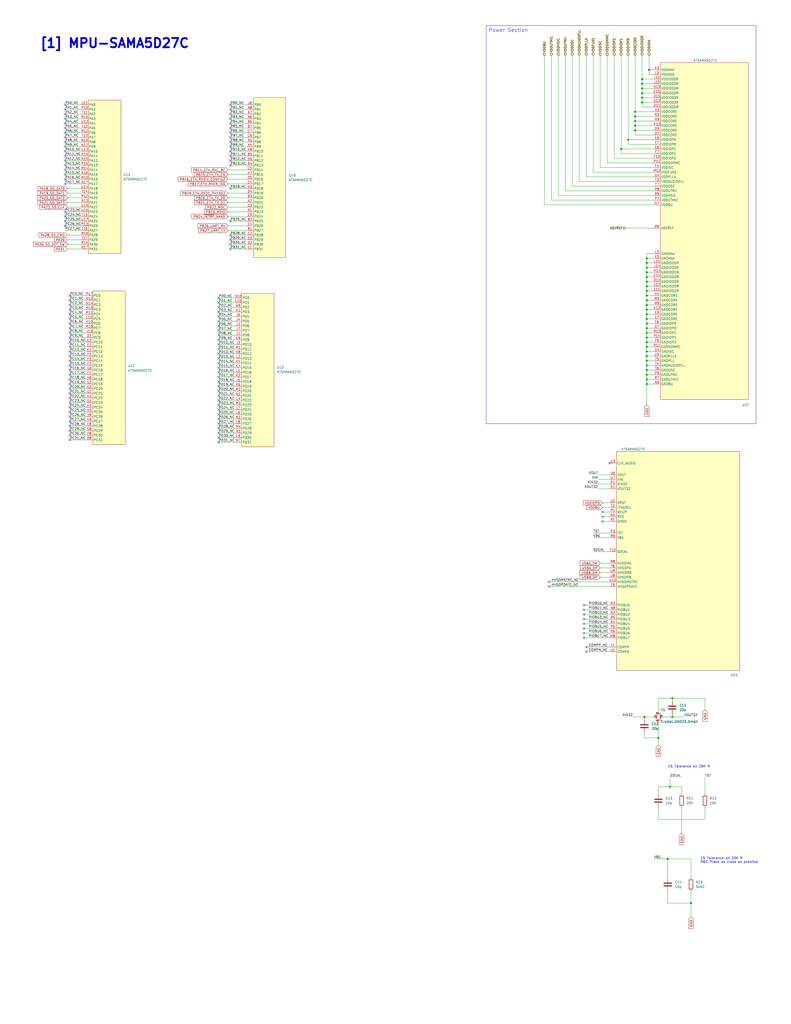
<source format=kicad_sch>
(kicad_sch (version 20230121) (generator eeschema)
  (paper "C" portrait)
  (lib_symbols
    (symbol "ATSAMA5D27C_1"
      (property "Reference" "U" (at 20.701 -99.441 0))
      (property "Value" "ATSAMA5D27C_1" (at 0.127 106.553 0))
      (symbol "ATSAMA5D27C_1_1_1"
        (pin bidirectional line (at -12.573 -1.27 0) (length 3.5) (name "PA16") (number "M10"))
        (pin bidirectional line (at -12.573 3.429 0) (length 3.5) (name "PA14") (number "M14"))
        (pin bidirectional line (at -12.573 16.764 0) (length 3.5) (name "PA8") (number "N10"))
        (pin bidirectional line (at -12.573 14.478 0) (length 3.5) (name "PA9") (number "N11"))
        (pin bidirectional line (at -12.573 7.874 0) (length 3.5) (name "PA12") (number "N15"))
        (pin bidirectional line (at -12.573 1.143 0) (length 3.5) (name "PA15") (number "N16"))
        (pin bidirectional line (at -12.573 -3.556 0) (length 3.5) (name "PA17") (number "N17"))
        (pin bidirectional line (at -12.573 32.258 0) (length 3.5) (name "PA1") (number "P10"))
        (pin bidirectional line (at -12.573 -10.16 0) (length 3.5) (name "PA20") (number "P12"))
        (pin bidirectional line (at -12.573 -23.495 0) (length 3.5) (name "PA26") (number "P13"))
        (pin bidirectional line (at -12.573 10.033 0) (length 3.5) (name "PA11") (number "P15"))
        (pin bidirectional line (at -12.573 5.588 0) (length 3.5) (name "PA13") (number "P16"))
        (pin bidirectional line (at -12.573 27.813 0) (length 3.5) (name "PA3") (number "R10"))
        (pin bidirectional line (at -12.573 21.209 0) (length 3.5) (name "PA6") (number "R12"))
        (pin bidirectional line (at -12.573 -12.446 0) (length 3.5) (name "PA21") (number "R13"))
        (pin bidirectional line (at -12.573 -32.385 0) (length 3.5) (name "PA30") (number "R15"))
        (pin bidirectional line (at -12.573 -27.94 0) (length 3.5) (name "PA28") (number "R16"))
        (pin bidirectional line (at -12.573 -34.671 0) (length 3.5) (name "PA31") (number "R17"))
        (pin bidirectional line (at -12.573 30.099 0) (length 3.5) (name "PA2") (number "T11"))
        (pin bidirectional line (at -12.573 23.368 0) (length 3.5) (name "PA5") (number "T12"))
        (pin bidirectional line (at -12.573 18.923 0) (length 3.5) (name "PA7") (number "T13"))
        (pin bidirectional line (at -12.573 -8.001 0) (length 3.5) (name "PA19") (number "T14"))
        (pin bidirectional line (at -12.573 -19.05 0) (length 3.5) (name "PA24") (number "T15"))
        (pin bidirectional line (at -12.573 -25.781 0) (length 3.5) (name "PA27") (number "T16"))
        (pin bidirectional line (at -12.573 -30.226 0) (length 3.5) (name "PA29") (number "T17"))
        (pin bidirectional line (at -12.573 34.544 0) (length 3.5) (name "PA0") (number "U11"))
        (pin bidirectional line (at -12.573 25.654 0) (length 3.5) (name "PA4") (number "U12"))
        (pin bidirectional line (at -12.573 12.319 0) (length 3.5) (name "PA10") (number "U13"))
        (pin bidirectional line (at -12.573 -5.715 0) (length 3.5) (name "PA18") (number "U14"))
        (pin bidirectional line (at -12.573 -14.605 0) (length 3.5) (name "PA22") (number "U15"))
        (pin bidirectional line (at -12.573 -16.891 0) (length 3.5) (name "PA23") (number "U16"))
        (pin bidirectional line (at -12.573 -21.336 0) (length 3.5) (name "PA25") (number "U17"))
      )
      (symbol "ATSAMA5D27C_1_2_1"
        (pin bidirectional line (at -13.97 -19.05 0) (length 3.5) (name "PB23") (number "A1"))
        (pin bidirectional line (at -13.97 -13.97 0) (length 3.5) (name "PB21") (number "A2"))
        (pin bidirectional line (at -13.97 -6.35 0) (length 3.5) (name "PB18") (number "A3"))
        (pin bidirectional line (at -13.97 16.51 0) (length 3.5) (name "PB9") (number "A4"))
        (pin bidirectional line (at -13.97 19.05 0) (length 3.5) (name "PB8") (number "A5"))
        (pin bidirectional line (at -13.97 31.75 0) (length 3.5) (name "PB3") (number "A6"))
        (pin bidirectional line (at -13.97 34.29 0) (length 3.5) (name "PB2") (number "A7"))
        (pin bidirectional line (at -13.97 36.83 0) (length 3.5) (name "PB1") (number "A8"))
        (pin bidirectional line (at -13.97 -29.21 0) (length 3.5) (name "PB27") (number "B1"))
        (pin bidirectional line (at -13.97 -24.13 0) (length 3.5) (name "PB25") (number "B2"))
        (pin bidirectional line (at -13.97 -11.43 0) (length 3.5) (name "PB20") (number "B3"))
        (pin bidirectional line (at -13.97 6.35 0) (length 3.5) (name "PB13") (number "B4"))
        (pin bidirectional line (at -13.97 11.43 0) (length 3.5) (name "PB11") (number "B5"))
        (pin bidirectional line (at -13.97 29.21 0) (length 3.5) (name "PB4") (number "B6"))
        (pin bidirectional line (at -13.97 26.67 0) (length 3.5) (name "PB5") (number "B7"))
        (pin bidirectional line (at -13.97 -39.37 0) (length 3.5) (name "PB31") (number "C1"))
        (pin bidirectional line (at -13.97 -31.75 0) (length 3.5) (name "PB28") (number "C2"))
        (pin bidirectional line (at -13.97 -16.51 0) (length 3.5) (name "PB22") (number "C3"))
        (pin bidirectional line (at -13.97 -3.81 0) (length 3.5) (name "PB17") (number "C4"))
        (pin bidirectional line (at -13.97 3.81 0) (length 3.5) (name "PB14") (number "C5"))
        (pin bidirectional line (at -13.97 21.59 0) (length 3.5) (name "PB7") (number "C6"))
        (pin bidirectional line (at -13.97 24.13 0) (length 3.5) (name "PB6") (number "C7"))
        (pin bidirectional line (at -13.97 -36.83 0) (length 3.5) (name "PB30") (number "D2"))
        (pin bidirectional line (at -13.97 -34.29 0) (length 3.5) (name "PB29") (number "D3"))
        (pin bidirectional line (at -13.97 -8.89 0) (length 3.5) (name "PB19") (number "D4"))
        (pin bidirectional line (at -13.97 -1.27 0) (length 3.5) (name "PB16") (number "D5"))
        (pin bidirectional line (at -13.97 8.89 0) (length 3.5) (name "PB12") (number "D6"))
        (pin bidirectional line (at -13.97 -26.67 0) (length 3.5) (name "PB26") (number "E4"))
        (pin bidirectional line (at -13.97 -21.59 0) (length 3.5) (name "PB24") (number "E5"))
        (pin bidirectional line (at -13.97 1.27 0) (length 3.5) (name "PB15") (number "H7"))
        (pin bidirectional line (at -13.97 13.97 0) (length 3.5) (name "PB10") (number "H8"))
        (pin bidirectional line (at -13.97 39.37 0) (length 3.5) (name "PB0") (number "J8"))
      )
      (symbol "ATSAMA5D27C_1_3_1"
        (pin bidirectional line (at -12.573 14.097 0) (length 3.5) (name "PC9") (number "D1"))
        (pin bidirectional line (at -12.573 -35.052 0) (length 3.5) (name "PC31") (number "D8"))
        (pin bidirectional line (at -12.573 7.493 0) (length 3.5) (name "PC12") (number "E1"))
        (pin bidirectional line (at -12.573 9.652 0) (length 3.5) (name "PC11") (number "E2"))
        (pin bidirectional line (at -12.573 11.938 0) (length 3.5) (name "PC10") (number "E3"))
        (pin bidirectional line (at -12.573 -28.321 0) (length 3.5) (name "PC28") (number "E8"))
        (pin bidirectional line (at -12.573 -3.937 0) (length 3.5) (name "PC17") (number "F1"))
        (pin bidirectional line (at -12.573 0.762 0) (length 3.5) (name "PC15") (number "F2"))
        (pin bidirectional line (at -12.573 5.207 0) (length 3.5) (name "PC13") (number "F3"))
        (pin bidirectional line (at -12.573 3.048 0) (length 3.5) (name "PC14") (number "F5"))
        (pin bidirectional line (at -12.573 -32.766 0) (length 3.5) (name "PC30") (number "F8"))
        (pin bidirectional line (at -12.573 -12.827 0) (length 3.5) (name "PC21") (number "G1"))
        (pin bidirectional line (at -12.573 -8.382 0) (length 3.5) (name "PC19") (number "G2"))
        (pin bidirectional line (at -12.573 -10.541 0) (length 3.5) (name "PC20") (number "G3"))
        (pin bidirectional line (at -12.573 -17.272 0) (length 3.5) (name "PC23") (number "G5"))
        (pin bidirectional line (at -12.573 -1.651 0) (length 3.5) (name "PC16") (number "G6"))
        (pin bidirectional line (at -12.573 -30.607 0) (length 3.5) (name "PC29") (number "G8"))
        (pin bidirectional line (at -12.573 -19.431 0) (length 3.5) (name "PC24") (number "H1"))
        (pin bidirectional line (at -12.573 -14.986 0) (length 3.5) (name "PC22") (number "H2"))
        (pin bidirectional line (at -12.573 -21.717 0) (length 3.5) (name "PC25") (number "H5"))
        (pin bidirectional line (at -12.573 -6.096 0) (length 3.5) (name "PC18") (number "H6"))
        (pin bidirectional line (at -12.573 -26.162 0) (length 3.5) (name "PC27") (number "H9"))
        (pin bidirectional line (at -12.573 16.383 0) (length 3.5) (name "PC8") (number "J10"))
        (pin bidirectional line (at -12.573 -23.876 0) (length 3.5) (name "PC26") (number "J9"))
        (pin bidirectional line (at -12.573 20.828 0) (length 3.5) (name "PC6") (number "K10"))
        (pin bidirectional line (at -12.573 22.987 0) (length 3.5) (name "PC5") (number "L10"))
        (pin bidirectional line (at -12.573 25.273 0) (length 3.5) (name "PC4") (number "M11"))
        (pin bidirectional line (at -12.573 27.432 0) (length 3.5) (name "PC3") (number "M15"))
        (pin bidirectional line (at -12.573 18.542 0) (length 3.5) (name "PC7") (number "M16"))
        (pin bidirectional line (at -12.573 31.877 0) (length 3.5) (name "PC1") (number "N12"))
        (pin bidirectional line (at -12.573 29.718 0) (length 3.5) (name "PC2") (number "N14"))
        (pin bidirectional line (at -12.573 34.163 0) (length 3.5) (name "PC0") (number "P17"))
      )
      (symbol "ATSAMA5D27C_1_4_1"
        (pin bidirectional line (at -12.573 31.75 0) (length 3.5) (name "PD1") (number "E10"))
        (pin bidirectional line (at -12.573 34.036 0) (length 3.5) (name "PD0") (number "G10"))
        (pin bidirectional line (at -12.573 29.591 0) (length 3.5) (name "PD2") (number "G9"))
        (pin bidirectional line (at -12.573 16.256 0) (length 3.5) (name "PD8") (number "J1"))
        (pin bidirectional line (at -12.573 20.701 0) (length 3.5) (name "PD6") (number "J2"))
        (pin bidirectional line (at -12.573 11.811 0) (length 3.5) (name "PD10") (number "J3"))
        (pin bidirectional line (at -12.573 22.86 0) (length 3.5) (name "PD5") (number "J4"))
        (pin bidirectional line (at -12.573 -6.223 0) (length 3.5) (name "PD18") (number "J5"))
        (pin bidirectional line (at -12.573 25.146 0) (length 3.5) (name "PD4") (number "J6"))
        (pin bidirectional line (at -12.573 18.415 0) (length 3.5) (name "PD7") (number "J7"))
        (pin bidirectional line (at -12.573 27.305 0) (length 3.5) (name "PD3") (number "K1"))
        (pin bidirectional line (at -12.573 -4.064 0) (length 3.5) (name "PD17") (number "K2"))
        (pin bidirectional line (at -12.573 2.921 0) (length 3.5) (name "PD14") (number "K4"))
        (pin bidirectional line (at -12.573 -8.509 0) (length 3.5) (name "PD19") (number "K6"))
        (pin bidirectional line (at -12.573 0.635 0) (length 3.5) (name "PD15") (number "K7"))
        (pin bidirectional line (at -12.573 7.366 0) (length 3.5) (name "PD12") (number "K8"))
        (pin bidirectional line (at -12.573 13.97 0) (length 3.5) (name "PD9") (number "K9"))
        (pin bidirectional line (at -12.573 -1.778 0) (length 3.5) (name "PD16") (number "L1"))
        (pin bidirectional line (at -12.573 5.08 0) (length 3.5) (name "PD13") (number "L2"))
        (pin bidirectional line (at -12.573 -15.113 0) (length 3.5) (name "PD22") (number "L4"))
        (pin bidirectional line (at -12.573 -21.844 0) (length 3.5) (name "PD25") (number "L6"))
        (pin bidirectional line (at -12.573 -19.558 0) (length 3.5) (name "PD24") (number "L7"))
        (pin bidirectional line (at -12.573 -26.289 0) (length 3.5) (name "PD27") (number "L8"))
        (pin bidirectional line (at -12.573 -32.893 0) (length 3.5) (name "PD30") (number "L9"))
        (pin bidirectional line (at -12.573 9.525 0) (length 3.5) (name "PD11") (number "M1"))
        (pin bidirectional line (at -12.573 -10.668 0) (length 3.5) (name "PD20") (number "M2"))
        (pin bidirectional line (at -12.573 -17.399 0) (length 3.5) (name "PD23") (number "M3"))
        (pin bidirectional line (at -12.573 -28.448 0) (length 3.5) (name "PD28") (number "M4"))
        (pin bidirectional line (at -12.573 -35.179 0) (length 3.5) (name "PD31") (number "M7"))
        (pin bidirectional line (at -12.573 -12.954 0) (length 3.5) (name "PD21") (number "N1"))
        (pin bidirectional line (at -12.573 -24.003 0) (length 3.5) (name "PD26") (number "N2"))
        (pin bidirectional line (at -12.573 -30.734 0) (length 3.5) (name "PD29") (number "N3"))
      )
      (symbol "ATSAMA5D27C_1_5_1"
        (pin bidirectional line (at 16.51 -17.78 180) (length 3.5) (name "DDR_D20") (number "A10"))
        (pin bidirectional line (at 16.51 -25.4 180) (length 3.5) (name "DDR_D23") (number "A11"))
        (pin bidirectional line (at 16.51 30.48 180) (length 3.5) (name "DDR_D1") (number "A12"))
        (pin bidirectional line (at 16.51 25.4 180) (length 3.5) (name "DDR_D3") (number "A13"))
        (pin bidirectional line (at 16.51 22.86 180) (length 3.5) (name "DDR_D4") (number "A14"))
        (pin bidirectional line (at 16.51 17.78 180) (length 3.5) (name "DDR_D6") (number "A15"))
        (pin bidirectional line (at 16.51 -80.01 180) (length 3.5) (name "DDR_A11") (number "A16"))
        (pin bidirectional line (at 16.51 -82.55 180) (length 3.5) (name "DDR_A12") (number "A17"))
        (pin bidirectional line (at 16.51 -15.24 180) (length 3.5) (name "DDR_D19") (number "A9"))
        (pin bidirectional line (at 16.51 50.8 180) (length 3.5) (name "DDR_DQSN2") (number "B10"))
        (pin bidirectional line (at 16.51 -22.86 180) (length 3.5) (name "DDR_D22") (number "B11"))
        (pin bidirectional line (at 16.51 33.02 180) (length 3.5) (name "DDR_D0") (number "B12"))
        (pin bidirectional line (at 16.51 66.04 180) (length 3.5) (name "DDR_DQS0") (number "B13"))
        (pin bidirectional line (at 16.51 55.88 180) (length 3.5) (name "DDR_DQSN0") (number "B14"))
        (pin bidirectional line (at 16.51 15.24 180) (length 3.5) (name "DDR_D7") (number "B15"))
        (pin bidirectional line (at 16.51 -59.69 180) (length 3.5) (name "DDR_A3") (number "B16"))
        (pin bidirectional line (at 16.51 -57.15 180) (length 3.5) (name "DDR_A2") (number "B17"))
        (pin bidirectional line (at 16.51 -7.62 180) (length 3.5) (name "DDR_D16") (number "B8"))
        (pin bidirectional line (at 16.51 -10.16 180) (length 3.5) (name "DDR_D17") (number "B9"))
        (pin bidirectional line (at 16.51 60.96 180) (length 3.5) (name "DDR_DQS2") (number "C10"))
        (pin bidirectional line (at 16.51 76.2 180) (length 3.5) (name "DDR_DQM0") (number "C11"))
        (pin bidirectional line (at 16.51 27.94 180) (length 3.5) (name "DDR_D2") (number "C12"))
        (pin bidirectional line (at 16.51 20.32 180) (length 3.5) (name "DDR_D5") (number "C13"))
        (pin bidirectional line (at 16.51 -72.39 180) (length 3.5) (name "DDR_A8") (number "C14"))
        (pin bidirectional line (at 16.51 -77.47 180) (length 3.5) (name "DDR_A10") (number "C15"))
        (pin bidirectional line (at 16.51 -62.23 180) (length 3.5) (name "DDR_A4") (number "C16"))
        (pin bidirectional line (at 16.51 -54.61 180) (length 3.5) (name "DDR_A1") (number "C17"))
        (pin bidirectional line (at 16.51 71.12 180) (length 3.5) (name "DDR_DQM2") (number "C8"))
        (pin bidirectional line (at 16.51 -12.7 180) (length 3.5) (name "DDR_D18") (number "C9"))
        (pin bidirectional line (at 16.51 -20.32 180) (length 3.5) (name "DDR_D21") (number "D10"))
        (pin bidirectional line (at 16.51 -74.93 180) (length 3.5) (name "DDR_A9") (number "D13"))
        (pin input line (at 16.51 -92.71 180) (length 3.5) (name "DDR_VREF") (number "D16"))
        (pin bidirectional line (at 16.51 93.98 180) (length 3.5) (name "DDR_CLKN") (number "D17"))
        (pin bidirectional line (at 16.51 38.1 180) (length 3.5) (name "DDR_CAL") (number "E13"))
        (pin bidirectional line (at 16.51 88.9 180) (length 3.5) (name "DDR_RESETN") (number "E16"))
        (pin bidirectional line (at 16.51 96.52 180) (length 3.5) (name "DDR_CLK") (number "E17"))
        (pin bidirectional line (at 16.51 -69.85 180) (length 3.5) (name "DDR_A7") (number "F11"))
        (pin bidirectional line (at 16.51 -52.07 180) (length 3.5) (name "DDR_A0") (number "F12"))
        (pin bidirectional line (at 16.51 81.28 180) (length 3.5) (name "DDR_RAS") (number "F13"))
        (pin bidirectional line (at 16.51 -67.31 180) (length 3.5) (name "DDR_A6") (number "F14"))
        (pin bidirectional line (at 16.51 83.82 180) (length 3.5) (name "DDR_WE") (number "F15"))
        (pin bidirectional line (at 16.51 91.44 180) (length 3.5) (name "DDR_CKE") (number "F16"))
        (pin bidirectional line (at 16.51 40.64 180) (length 3.5) (name "DDR_DA2") (number "F17"))
        (pin bidirectional line (at 16.51 -85.09 180) (length 3.5) (name "DDR_A13") (number "G11"))
        (pin bidirectional line (at 16.51 78.74 180) (length 3.5) (name "DDR_CAS") (number "G12"))
        (pin bidirectional line (at 16.51 86.36 180) (length 3.5) (name "DDR_CS") (number "G13"))
        (pin bidirectional line (at 16.51 -64.77 180) (length 3.5) (name "DDR_A5") (number "G14"))
        (pin bidirectional line (at 16.51 73.66 180) (length 3.5) (name "DDR_DQM1") (number "G15"))
        (pin bidirectional line (at 16.51 10.16 180) (length 3.5) (name "DDR_D9") (number "G16"))
        (pin bidirectional line (at 16.51 12.7 180) (length 3.5) (name "DDR_D8") (number "G17"))
        (pin bidirectional line (at 16.51 -30.48 180) (length 3.5) (name "DDR_D25") (number "H10"))
        (pin bidirectional line (at 16.51 68.58 180) (length 3.5) (name "DDR_DQM3") (number "H11"))
        (pin bidirectional line (at 16.51 45.72 180) (length 3.5) (name "DDR_BA0") (number "H12"))
        (pin bidirectional line (at 16.51 43.18 180) (length 3.5) (name "DDR_BA1") (number "H13"))
        (pin input line (at 16.51 -90.17 180) (length 3.5) (name "DDR_VREF") (number "H16"))
        (pin bidirectional line (at 16.51 7.62 180) (length 3.5) (name "DDR_D10") (number "H17"))
        (pin bidirectional line (at 16.51 -33.02 180) (length 3.5) (name "DDR_D26") (number "J11"))
        (pin bidirectional line (at 16.51 -27.94 180) (length 3.5) (name "DDR_D24") (number "J12"))
        (pin bidirectional line (at 16.51 0 180) (length 3.5) (name "DDR_D13") (number "J13"))
        (pin bidirectional line (at 16.51 53.34 180) (length 3.5) (name "DDR_DQSN1") (number "J16"))
        (pin bidirectional line (at 16.51 63.5 180) (length 3.5) (name "DDR_DQS1") (number "J17"))
        (pin bidirectional line (at 16.51 -35.56 180) (length 3.5) (name "DDR_D27") (number "K11"))
        (pin bidirectional line (at 16.51 -2.54 180) (length 3.5) (name "DDR_D14") (number "K14"))
        (pin bidirectional line (at 16.51 -5.08 180) (length 3.5) (name "DDR_D15") (number "K15"))
        (pin bidirectional line (at 16.51 2.54 180) (length 3.5) (name "DDR_D12") (number "K16"))
        (pin bidirectional line (at 16.51 5.08 180) (length 3.5) (name "DDR_D11") (number "K17"))
        (pin bidirectional line (at 16.51 -40.64 180) (length 3.5) (name "DDR_D29") (number "L11"))
        (pin bidirectional line (at 16.51 -43.18 180) (length 3.5) (name "DDR_D30") (number "L12"))
        (pin bidirectional line (at 16.51 -38.1 180) (length 3.5) (name "DDR_D28") (number "L13"))
        (pin bidirectional line (at 16.51 48.26 180) (length 3.5) (name "DDR_DQSN3") (number "L16"))
        (pin bidirectional line (at 16.51 58.42 180) (length 3.5) (name "DDR_DQS3") (number "L17"))
        (pin bidirectional line (at 16.51 -45.72 180) (length 3.5) (name "DDR_D31") (number "M17"))
      )
      (symbol "ATSAMA5D27C_1_6_1"
        (pin input line (at -27.94 68.58 0) (length 3.5) (name "VDDIODDR") (number "D11"))
        (pin input line (at -27.94 71.12 0) (length 3.5) (name "VDDIODDR") (number "D12"))
        (pin input line (at -27.94 -26.67 0) (length 3.5) (name "GNDIODDR") (number "D14"))
        (pin input line (at -27.94 73.66 0) (length 3.5) (name "VDDIODDR") (number "D15"))
        (pin input line (at -27.94 53.34 0) (length 3.5) (name "VDDCORE") (number "D7"))
        (pin input line (at -27.94 55.88 0) (length 3.5) (name "VDDCORE") (number "D9"))
        (pin input line (at -27.94 -31.75 0) (length 3.5) (name "GNDIODDR") (number "E11"))
        (pin input line (at -27.94 -29.21 0) (length 3.5) (name "GNDIODDR") (number "E12"))
        (pin input line (at -27.94 -24.13 0) (length 3.5) (name "GNDIODDR") (number "E14"))
        (pin input line (at -27.94 76.2 0) (length 3.5) (name "VDDIODDR") (number "E15"))
        (pin input line (at -27.94 50.8 0) (length 3.5) (name "VDDIOP0") (number "E6"))
        (pin input line (at -27.94 45.72 0) (length 3.5) (name "VDDIOP1") (number "E6"))
        (pin input line (at -27.94 -46.99 0) (length 3.5) (name "GNDCORE") (number "E7"))
        (pin input line (at -27.94 -44.45 0) (length 3.5) (name "GNDCORE") (number "E9"))
        (pin input line (at -27.94 40.64 0) (length 3.5) (name "VDDIOP2") (number "F10"))
        (pin input line (at -27.94 35.56 0) (length 3.5) (name "VDDISC") (number "F4"))
        (pin input line (at -27.94 -49.53 0) (length 3.5) (name "GNDIOP0") (number "F6"))
        (pin input line (at -27.94 48.26 0) (length 3.5) (name "VDDIOP0") (number "F7"))
        (pin input line (at -27.94 43.18 0) (length 3.5) (name "VDDIOP1") (number "F7"))
        (pin input line (at -27.94 -59.69 0) (length 3.5) (name "GNDIOP2") (number "F9"))
        (pin input line (at -27.94 -64.77 0) (length 3.5) (name "GNDISC") (number "G4"))
        (pin input line (at -27.94 -52.07 0) (length 3.5) (name "GNDIOP0") (number "G7"))
        (pin input line (at -27.94 -21.59 0) (length 3.5) (name "GNDIODDR") (number "H14"))
        (pin input line (at -27.94 78.74 0) (length 3.5) (name "VDDIODDR") (number "H15"))
        (pin input line (at -27.94 66.04 0) (length 3.5) (name "VDDCORE") (number "H3"))
        (pin input line (at -27.94 -34.29 0) (length 3.5) (name "GNDCORE") (number "H4"))
        (pin input line (at -27.94 -19.05 0) (length 3.5) (name "GNDIODDR") (number "J14"))
        (pin input line (at -27.94 81.28 0) (length 3.5) (name "VDDIODDR") (number "J15"))
        (pin input line (at -27.94 -41.91 0) (length 3.5) (name "GNDCORE") (number "K12"))
        (pin input line (at -27.94 58.42 0) (length 3.5) (name "VDDCORE") (number "K13"))
        (pin input line (at -27.94 88.9 0) (length 3.5) (name "VDDANA") (number "K3"))
        (pin input line (at -27.94 -13.97 0) (length 3.5) (name "GNDANA") (number "K5"))
        (pin input line (at -27.94 -16.51 0) (length 3.5) (name "GNDIODDR") (number "L14"))
        (pin input line (at -27.94 83.82 0) (length 3.5) (name "VDDIODDR") (number "L15"))
        (pin input line (at -27.94 -11.43 0) (length 3.5) (name "GNDANA") (number "L3"))
        (pin input line (at -27.94 86.36 0) (length 3.5) (name "VDDANA") (number "L5"))
        (pin input line (at -27.94 33.02 0) (length 3.5) (name "VDDFUSE") (number "M12"))
        (pin input line (at -27.94 -54.61 0) (length 3.5) (name "GNDIOP1") (number "M13"))
        (pin input line (at -27.94 -36.83 0) (length 3.5) (name "GNDCORE") (number "M5"))
        (pin input line (at -27.94 2.54 0) (length 3.5) (name "ADVREF") (number "M6"))
        (pin input line (at -27.94 -39.37 0) (length 3.5) (name "GNDCORE") (number "M9"))
        (pin input line (at -27.94 63.5 0) (length 3.5) (name "VDDCORE") (number "N5"))
        (pin input line (at -27.94 -82.55 0) (length 3.5) (name "GNDBU") (number "N6"))
        (pin input line (at -27.94 15.24 0) (length 3.5) (name "VDDBU") (number "N7"))
        (pin input line (at -27.94 60.96 0) (length 3.5) (name "VDDCORE") (number "N9"))
        (pin input line (at -27.94 38.1 0) (length 3.5) (name "VDDSDMMC") (number "P11"))
        (pin input line (at -27.94 -57.15 0) (length 3.5) (name "GNDIOP1") (number "P14"))
        (pin input line (at -27.94 17.78 0) (length 3.5) (name "VDDUTMIC") (number "P7"))
        (pin input line (at -27.94 22.86 0) (length 3.5) (name "VDDUTMII") (number "P8"))
        (pin input line (at -27.94 -77.47 0) (length 3.5) (name "GNDUTMII") (number "P9"))
        (pin input line (at -27.94 -62.23 0) (length 3.5) (name "GNDSDMMC") (number "R11"))
        (pin input line (at -27.94 -80.01 0) (length 3.5) (name "GNDUTMIC") (number "R7"))
        (pin input line (at -27.94 20.32 0) (length 3.5) (name "VDDHSIC") (number "R9"))
        (pin input line (at -27.94 27.94 0) (length 3.5) (name "VDDAUDIOPLL") (number "T3"))
        (pin input line (at -27.94 -72.39 0) (length 3.5) (name "GNDAUDIOPLL") (number "T4"))
        (pin input line (at -27.94 -69.85 0) (length 3.5) (name "GNDPLL") (number "T5"))
        (pin input line (at -27.94 -74.93 0) (length 3.5) (name "GNDOSC") (number "T6"))
        (pin input line (at -27.94 25.4 0) (length 3.5) (name "VDDOSC") (number "T7"))
        (pin input line (at -27.94 30.48 0) (length 3.5) (name "VDDPLLA") (number "U4"))
        (pin input line (at -27.94 -67.31 0) (length 3.5) (name "GNDPLLA") (number "U5"))
      )
      (symbol "ATSAMA5D27C_1_7_1"
        (pin bidirectional line (at -38.1 -39.37 0) (length 3.5) (name "PIOBU7") (number "M8"))
        (pin bidirectional line (at -38.1 26.67 0) (length 3.5) (name "RXD") (number "N4"))
        (pin bidirectional line (at -38.1 -24.13 0) (length 3.5) (name "PIOBU1") (number "N8"))
        (pin bidirectional line (at -38.1 44.45 0) (length 3.5) (name "XIN32") (number "P1"))
        (pin bidirectional line (at -38.1 41.91 0) (length 3.5) (name "XOUT32") (number "P2"))
        (pin input line (at -38.1 17.78 0) (length 3.5) (name "TST") (number "P3"))
        (pin bidirectional line (at -38.1 29.21 0) (length 3.5) (name "WKUP") (number "P4"))
        (pin bidirectional line (at -38.1 -34.29 0) (length 3.5) (name "PIOBU5") (number "P5"))
        (pin bidirectional line (at -38.1 -36.83 0) (length 3.5) (name "PIOBU6") (number "P6"))
        (pin bidirectional line (at -38.1 24.13 0) (length 3.5) (name "SHDN") (number "R1"))
        (pin bidirectional line (at -38.1 -26.67 0) (length 3.5) (name "PIOBU2") (number "R2"))
        (pin bidirectional line (at -38.1 -21.59 0) (length 3.5) (name "PIOBU0") (number "R3"))
        (pin bidirectional line (at -38.1 -31.75 0) (length 3.5) (name "PIOBU4") (number "R4"))
        (pin bidirectional line (at -38.1 -29.21 0) (length 3.5) (name "PIOBU3") (number "R5"))
        (pin input line (at -38.1 15.24 0) (length 3.5) (name "VBG") (number "R6"))
        (pin input line (at -38.1 1.27 0) (length 3.5) (name "HHSDMA") (number "R8"))
        (pin bidirectional line (at -38.1 -44.45 0) (length 3.5) (name "COMPP") (number "T1"))
        (pin input line (at -38.1 7.62 0) (length 3.5) (name "SDCAL") (number "T10"))
        (pin bidirectional line (at -38.1 31.75 0) (length 3.5) (name "JTAGSEL") (number "T2"))
        (pin input line (at -38.1 -1.27 0) (length 3.5) (name "HHSDPA") (number "T8"))
        (pin input line (at -38.1 -11.43 0) (length 3.5) (name "HHSDPDATC") (number "T9"))
        (pin bidirectional line (at -38.1 -46.99 0) (length 3.5) (name "COMPN") (number "U1"))
        (pin input line (at -38.1 -8.89 0) (length 3.5) (name "HHSDMSTRC") (number "U10"))
        (pin bidirectional line (at -38.1 34.29 0) (length 3.5) (name "NRST") (number "U2"))
        (pin input line (at -38.1 55.88 0) (length 3.5) (name "CLK_AUDIO") (number "U3"))
        (pin bidirectional line (at -38.1 49.53 0) (length 3.5) (name "XOUT") (number "U6"))
        (pin bidirectional line (at -38.1 46.99 0) (length 3.5) (name "XIN") (number "U7"))
        (pin input line (at -38.1 -6.35 0) (length 3.5) (name "HHSDPB") (number "U8"))
        (pin input line (at -38.1 -3.81 0) (length 3.5) (name "HHSDMB") (number "U9"))
      )
    )
    (symbol "ATSAMA5D27C_2"
      (property "Reference" "U" (at 20.701 -99.441 0))
      (property "Value" "ATSAMA5D27C_2" (at 0.127 106.553 0))
      (symbol "ATSAMA5D27C_2_1_1"
        (pin bidirectional line (at -12.573 -1.27 0) (length 3.5) (name "PA16") (number "M10"))
        (pin bidirectional line (at -12.573 3.429 0) (length 3.5) (name "PA14") (number "M14"))
        (pin bidirectional line (at -12.573 16.764 0) (length 3.5) (name "PA8") (number "N10"))
        (pin bidirectional line (at -12.573 14.478 0) (length 3.5) (name "PA9") (number "N11"))
        (pin bidirectional line (at -12.573 7.874 0) (length 3.5) (name "PA12") (number "N15"))
        (pin bidirectional line (at -12.573 1.143 0) (length 3.5) (name "PA15") (number "N16"))
        (pin bidirectional line (at -12.573 -3.556 0) (length 3.5) (name "PA17") (number "N17"))
        (pin bidirectional line (at -12.573 32.258 0) (length 3.5) (name "PA1") (number "P10"))
        (pin bidirectional line (at -12.573 -10.16 0) (length 3.5) (name "PA20") (number "P12"))
        (pin bidirectional line (at -12.573 -23.495 0) (length 3.5) (name "PA26") (number "P13"))
        (pin bidirectional line (at -12.573 10.033 0) (length 3.5) (name "PA11") (number "P15"))
        (pin bidirectional line (at -12.573 5.588 0) (length 3.5) (name "PA13") (number "P16"))
        (pin bidirectional line (at -12.573 27.813 0) (length 3.5) (name "PA3") (number "R10"))
        (pin bidirectional line (at -12.573 21.209 0) (length 3.5) (name "PA6") (number "R12"))
        (pin bidirectional line (at -12.573 -12.446 0) (length 3.5) (name "PA21") (number "R13"))
        (pin bidirectional line (at -12.573 -32.385 0) (length 3.5) (name "PA30") (number "R15"))
        (pin bidirectional line (at -12.573 -27.94 0) (length 3.5) (name "PA28") (number "R16"))
        (pin bidirectional line (at -12.573 -34.671 0) (length 3.5) (name "PA31") (number "R17"))
        (pin bidirectional line (at -12.573 30.099 0) (length 3.5) (name "PA2") (number "T11"))
        (pin bidirectional line (at -12.573 23.368 0) (length 3.5) (name "PA5") (number "T12"))
        (pin bidirectional line (at -12.573 18.923 0) (length 3.5) (name "PA7") (number "T13"))
        (pin bidirectional line (at -12.573 -8.001 0) (length 3.5) (name "PA19") (number "T14"))
        (pin bidirectional line (at -12.573 -19.05 0) (length 3.5) (name "PA24") (number "T15"))
        (pin bidirectional line (at -12.573 -25.781 0) (length 3.5) (name "PA27") (number "T16"))
        (pin bidirectional line (at -12.573 -30.226 0) (length 3.5) (name "PA29") (number "T17"))
        (pin bidirectional line (at -12.573 34.544 0) (length 3.5) (name "PA0") (number "U11"))
        (pin bidirectional line (at -12.573 25.654 0) (length 3.5) (name "PA4") (number "U12"))
        (pin bidirectional line (at -12.573 12.319 0) (length 3.5) (name "PA10") (number "U13"))
        (pin bidirectional line (at -12.573 -5.715 0) (length 3.5) (name "PA18") (number "U14"))
        (pin bidirectional line (at -12.573 -14.605 0) (length 3.5) (name "PA22") (number "U15"))
        (pin bidirectional line (at -12.573 -16.891 0) (length 3.5) (name "PA23") (number "U16"))
        (pin bidirectional line (at -12.573 -21.336 0) (length 3.5) (name "PA25") (number "U17"))
      )
      (symbol "ATSAMA5D27C_2_2_1"
        (pin bidirectional line (at -13.97 -19.05 0) (length 3.5) (name "PB23") (number "A1"))
        (pin bidirectional line (at -13.97 -13.97 0) (length 3.5) (name "PB21") (number "A2"))
        (pin bidirectional line (at -13.97 -6.35 0) (length 3.5) (name "PB18") (number "A3"))
        (pin bidirectional line (at -13.97 16.51 0) (length 3.5) (name "PB9") (number "A4"))
        (pin bidirectional line (at -13.97 19.05 0) (length 3.5) (name "PB8") (number "A5"))
        (pin bidirectional line (at -13.97 31.75 0) (length 3.5) (name "PB3") (number "A6"))
        (pin bidirectional line (at -13.97 34.29 0) (length 3.5) (name "PB2") (number "A7"))
        (pin bidirectional line (at -13.97 36.83 0) (length 3.5) (name "PB1") (number "A8"))
        (pin bidirectional line (at -13.97 -29.21 0) (length 3.5) (name "PB27") (number "B1"))
        (pin bidirectional line (at -13.97 -24.13 0) (length 3.5) (name "PB25") (number "B2"))
        (pin bidirectional line (at -13.97 -11.43 0) (length 3.5) (name "PB20") (number "B3"))
        (pin bidirectional line (at -13.97 6.35 0) (length 3.5) (name "PB13") (number "B4"))
        (pin bidirectional line (at -13.97 11.43 0) (length 3.5) (name "PB11") (number "B5"))
        (pin bidirectional line (at -13.97 29.21 0) (length 3.5) (name "PB4") (number "B6"))
        (pin bidirectional line (at -13.97 26.67 0) (length 3.5) (name "PB5") (number "B7"))
        (pin bidirectional line (at -13.97 -39.37 0) (length 3.5) (name "PB31") (number "C1"))
        (pin bidirectional line (at -13.97 -31.75 0) (length 3.5) (name "PB28") (number "C2"))
        (pin bidirectional line (at -13.97 -16.51 0) (length 3.5) (name "PB22") (number "C3"))
        (pin bidirectional line (at -13.97 -3.81 0) (length 3.5) (name "PB17") (number "C4"))
        (pin bidirectional line (at -13.97 3.81 0) (length 3.5) (name "PB14") (number "C5"))
        (pin bidirectional line (at -13.97 21.59 0) (length 3.5) (name "PB7") (number "C6"))
        (pin bidirectional line (at -13.97 24.13 0) (length 3.5) (name "PB6") (number "C7"))
        (pin bidirectional line (at -13.97 -36.83 0) (length 3.5) (name "PB30") (number "D2"))
        (pin bidirectional line (at -13.97 -34.29 0) (length 3.5) (name "PB29") (number "D3"))
        (pin bidirectional line (at -13.97 -8.89 0) (length 3.5) (name "PB19") (number "D4"))
        (pin bidirectional line (at -13.97 -1.27 0) (length 3.5) (name "PB16") (number "D5"))
        (pin bidirectional line (at -13.97 8.89 0) (length 3.5) (name "PB12") (number "D6"))
        (pin bidirectional line (at -13.97 -26.67 0) (length 3.5) (name "PB26") (number "E4"))
        (pin bidirectional line (at -13.97 -21.59 0) (length 3.5) (name "PB24") (number "E5"))
        (pin bidirectional line (at -13.97 1.27 0) (length 3.5) (name "PB15") (number "H7"))
        (pin bidirectional line (at -13.97 13.97 0) (length 3.5) (name "PB10") (number "H8"))
        (pin bidirectional line (at -13.97 39.37 0) (length 3.5) (name "PB0") (number "J8"))
      )
      (symbol "ATSAMA5D27C_2_3_1"
        (pin bidirectional line (at -12.573 14.097 0) (length 3.5) (name "PC9") (number "D1"))
        (pin bidirectional line (at -12.573 -35.052 0) (length 3.5) (name "PC31") (number "D8"))
        (pin bidirectional line (at -12.573 7.493 0) (length 3.5) (name "PC12") (number "E1"))
        (pin bidirectional line (at -12.573 9.652 0) (length 3.5) (name "PC11") (number "E2"))
        (pin bidirectional line (at -12.573 11.938 0) (length 3.5) (name "PC10") (number "E3"))
        (pin bidirectional line (at -12.573 -28.321 0) (length 3.5) (name "PC28") (number "E8"))
        (pin bidirectional line (at -12.573 -3.937 0) (length 3.5) (name "PC17") (number "F1"))
        (pin bidirectional line (at -12.573 0.762 0) (length 3.5) (name "PC15") (number "F2"))
        (pin bidirectional line (at -12.573 5.207 0) (length 3.5) (name "PC13") (number "F3"))
        (pin bidirectional line (at -12.573 3.048 0) (length 3.5) (name "PC14") (number "F5"))
        (pin bidirectional line (at -12.573 -32.766 0) (length 3.5) (name "PC30") (number "F8"))
        (pin bidirectional line (at -12.573 -12.827 0) (length 3.5) (name "PC21") (number "G1"))
        (pin bidirectional line (at -12.573 -8.382 0) (length 3.5) (name "PC19") (number "G2"))
        (pin bidirectional line (at -12.573 -10.541 0) (length 3.5) (name "PC20") (number "G3"))
        (pin bidirectional line (at -12.573 -17.272 0) (length 3.5) (name "PC23") (number "G5"))
        (pin bidirectional line (at -12.573 -1.651 0) (length 3.5) (name "PC16") (number "G6"))
        (pin bidirectional line (at -12.573 -30.607 0) (length 3.5) (name "PC29") (number "G8"))
        (pin bidirectional line (at -12.573 -19.431 0) (length 3.5) (name "PC24") (number "H1"))
        (pin bidirectional line (at -12.573 -14.986 0) (length 3.5) (name "PC22") (number "H2"))
        (pin bidirectional line (at -12.573 -21.717 0) (length 3.5) (name "PC25") (number "H5"))
        (pin bidirectional line (at -12.573 -6.096 0) (length 3.5) (name "PC18") (number "H6"))
        (pin bidirectional line (at -12.573 -26.162 0) (length 3.5) (name "PC27") (number "H9"))
        (pin bidirectional line (at -12.573 16.383 0) (length 3.5) (name "PC8") (number "J10"))
        (pin bidirectional line (at -12.573 -23.876 0) (length 3.5) (name "PC26") (number "J9"))
        (pin bidirectional line (at -12.573 20.828 0) (length 3.5) (name "PC6") (number "K10"))
        (pin bidirectional line (at -12.573 22.987 0) (length 3.5) (name "PC5") (number "L10"))
        (pin bidirectional line (at -12.573 25.273 0) (length 3.5) (name "PC4") (number "M11"))
        (pin bidirectional line (at -12.573 27.432 0) (length 3.5) (name "PC3") (number "M15"))
        (pin bidirectional line (at -12.573 18.542 0) (length 3.5) (name "PC7") (number "M16"))
        (pin bidirectional line (at -12.573 31.877 0) (length 3.5) (name "PC1") (number "N12"))
        (pin bidirectional line (at -12.573 29.718 0) (length 3.5) (name "PC2") (number "N14"))
        (pin bidirectional line (at -12.573 34.163 0) (length 3.5) (name "PC0") (number "P17"))
      )
      (symbol "ATSAMA5D27C_2_4_1"
        (pin bidirectional line (at -12.573 31.75 0) (length 3.5) (name "PD1") (number "E10"))
        (pin bidirectional line (at -12.573 34.036 0) (length 3.5) (name "PD0") (number "G10"))
        (pin bidirectional line (at -12.573 29.591 0) (length 3.5) (name "PD2") (number "G9"))
        (pin bidirectional line (at -12.573 16.256 0) (length 3.5) (name "PD8") (number "J1"))
        (pin bidirectional line (at -12.573 20.701 0) (length 3.5) (name "PD6") (number "J2"))
        (pin bidirectional line (at -12.573 11.811 0) (length 3.5) (name "PD10") (number "J3"))
        (pin bidirectional line (at -12.573 22.86 0) (length 3.5) (name "PD5") (number "J4"))
        (pin bidirectional line (at -12.573 -6.223 0) (length 3.5) (name "PD18") (number "J5"))
        (pin bidirectional line (at -12.573 25.146 0) (length 3.5) (name "PD4") (number "J6"))
        (pin bidirectional line (at -12.573 18.415 0) (length 3.5) (name "PD7") (number "J7"))
        (pin bidirectional line (at -12.573 27.305 0) (length 3.5) (name "PD3") (number "K1"))
        (pin bidirectional line (at -12.573 -4.064 0) (length 3.5) (name "PD17") (number "K2"))
        (pin bidirectional line (at -12.573 2.921 0) (length 3.5) (name "PD14") (number "K4"))
        (pin bidirectional line (at -12.573 -8.509 0) (length 3.5) (name "PD19") (number "K6"))
        (pin bidirectional line (at -12.573 0.635 0) (length 3.5) (name "PD15") (number "K7"))
        (pin bidirectional line (at -12.573 7.366 0) (length 3.5) (name "PD12") (number "K8"))
        (pin bidirectional line (at -12.573 13.97 0) (length 3.5) (name "PD9") (number "K9"))
        (pin bidirectional line (at -12.573 -1.778 0) (length 3.5) (name "PD16") (number "L1"))
        (pin bidirectional line (at -12.573 5.08 0) (length 3.5) (name "PD13") (number "L2"))
        (pin bidirectional line (at -12.573 -15.113 0) (length 3.5) (name "PD22") (number "L4"))
        (pin bidirectional line (at -12.573 -21.844 0) (length 3.5) (name "PD25") (number "L6"))
        (pin bidirectional line (at -12.573 -19.558 0) (length 3.5) (name "PD24") (number "L7"))
        (pin bidirectional line (at -12.573 -26.289 0) (length 3.5) (name "PD27") (number "L8"))
        (pin bidirectional line (at -12.573 -32.893 0) (length 3.5) (name "PD30") (number "L9"))
        (pin bidirectional line (at -12.573 9.525 0) (length 3.5) (name "PD11") (number "M1"))
        (pin bidirectional line (at -12.573 -10.668 0) (length 3.5) (name "PD20") (number "M2"))
        (pin bidirectional line (at -12.573 -17.399 0) (length 3.5) (name "PD23") (number "M3"))
        (pin bidirectional line (at -12.573 -28.448 0) (length 3.5) (name "PD28") (number "M4"))
        (pin bidirectional line (at -12.573 -35.179 0) (length 3.5) (name "PD31") (number "M7"))
        (pin bidirectional line (at -12.573 -12.954 0) (length 3.5) (name "PD21") (number "N1"))
        (pin bidirectional line (at -12.573 -24.003 0) (length 3.5) (name "PD26") (number "N2"))
        (pin bidirectional line (at -12.573 -30.734 0) (length 3.5) (name "PD29") (number "N3"))
      )
      (symbol "ATSAMA5D27C_2_5_1"
        (pin bidirectional line (at 16.51 -17.78 180) (length 3.5) (name "DDR_D20") (number "A10"))
        (pin bidirectional line (at 16.51 -25.4 180) (length 3.5) (name "DDR_D23") (number "A11"))
        (pin bidirectional line (at 16.51 30.48 180) (length 3.5) (name "DDR_D1") (number "A12"))
        (pin bidirectional line (at 16.51 25.4 180) (length 3.5) (name "DDR_D3") (number "A13"))
        (pin bidirectional line (at 16.51 22.86 180) (length 3.5) (name "DDR_D4") (number "A14"))
        (pin bidirectional line (at 16.51 17.78 180) (length 3.5) (name "DDR_D6") (number "A15"))
        (pin bidirectional line (at 16.51 -80.01 180) (length 3.5) (name "DDR_A11") (number "A16"))
        (pin bidirectional line (at 16.51 -82.55 180) (length 3.5) (name "DDR_A12") (number "A17"))
        (pin bidirectional line (at 16.51 -15.24 180) (length 3.5) (name "DDR_D19") (number "A9"))
        (pin bidirectional line (at 16.51 50.8 180) (length 3.5) (name "DDR_DQSN2") (number "B10"))
        (pin bidirectional line (at 16.51 -22.86 180) (length 3.5) (name "DDR_D22") (number "B11"))
        (pin bidirectional line (at 16.51 33.02 180) (length 3.5) (name "DDR_D0") (number "B12"))
        (pin bidirectional line (at 16.51 66.04 180) (length 3.5) (name "DDR_DQS0") (number "B13"))
        (pin bidirectional line (at 16.51 55.88 180) (length 3.5) (name "DDR_DQSN0") (number "B14"))
        (pin bidirectional line (at 16.51 15.24 180) (length 3.5) (name "DDR_D7") (number "B15"))
        (pin bidirectional line (at 16.51 -59.69 180) (length 3.5) (name "DDR_A3") (number "B16"))
        (pin bidirectional line (at 16.51 -57.15 180) (length 3.5) (name "DDR_A2") (number "B17"))
        (pin bidirectional line (at 16.51 -7.62 180) (length 3.5) (name "DDR_D16") (number "B8"))
        (pin bidirectional line (at 16.51 -10.16 180) (length 3.5) (name "DDR_D17") (number "B9"))
        (pin bidirectional line (at 16.51 60.96 180) (length 3.5) (name "DDR_DQS2") (number "C10"))
        (pin bidirectional line (at 16.51 76.2 180) (length 3.5) (name "DDR_DQM0") (number "C11"))
        (pin bidirectional line (at 16.51 27.94 180) (length 3.5) (name "DDR_D2") (number "C12"))
        (pin bidirectional line (at 16.51 20.32 180) (length 3.5) (name "DDR_D5") (number "C13"))
        (pin bidirectional line (at 16.51 -72.39 180) (length 3.5) (name "DDR_A8") (number "C14"))
        (pin bidirectional line (at 16.51 -77.47 180) (length 3.5) (name "DDR_A10") (number "C15"))
        (pin bidirectional line (at 16.51 -62.23 180) (length 3.5) (name "DDR_A4") (number "C16"))
        (pin bidirectional line (at 16.51 -54.61 180) (length 3.5) (name "DDR_A1") (number "C17"))
        (pin bidirectional line (at 16.51 71.12 180) (length 3.5) (name "DDR_DQM2") (number "C8"))
        (pin bidirectional line (at 16.51 -12.7 180) (length 3.5) (name "DDR_D18") (number "C9"))
        (pin bidirectional line (at 16.51 -20.32 180) (length 3.5) (name "DDR_D21") (number "D10"))
        (pin bidirectional line (at 16.51 -74.93 180) (length 3.5) (name "DDR_A9") (number "D13"))
        (pin input line (at 16.51 -92.71 180) (length 3.5) (name "DDR_VREF") (number "D16"))
        (pin bidirectional line (at 16.51 93.98 180) (length 3.5) (name "DDR_CLKN") (number "D17"))
        (pin bidirectional line (at 16.51 38.1 180) (length 3.5) (name "DDR_CAL") (number "E13"))
        (pin bidirectional line (at 16.51 88.9 180) (length 3.5) (name "DDR_RESETN") (number "E16"))
        (pin bidirectional line (at 16.51 96.52 180) (length 3.5) (name "DDR_CLK") (number "E17"))
        (pin bidirectional line (at 16.51 -69.85 180) (length 3.5) (name "DDR_A7") (number "F11"))
        (pin bidirectional line (at 16.51 -52.07 180) (length 3.5) (name "DDR_A0") (number "F12"))
        (pin bidirectional line (at 16.51 81.28 180) (length 3.5) (name "DDR_RAS") (number "F13"))
        (pin bidirectional line (at 16.51 -67.31 180) (length 3.5) (name "DDR_A6") (number "F14"))
        (pin bidirectional line (at 16.51 83.82 180) (length 3.5) (name "DDR_WE") (number "F15"))
        (pin bidirectional line (at 16.51 91.44 180) (length 3.5) (name "DDR_CKE") (number "F16"))
        (pin bidirectional line (at 16.51 40.64 180) (length 3.5) (name "DDR_DA2") (number "F17"))
        (pin bidirectional line (at 16.51 -85.09 180) (length 3.5) (name "DDR_A13") (number "G11"))
        (pin bidirectional line (at 16.51 78.74 180) (length 3.5) (name "DDR_CAS") (number "G12"))
        (pin bidirectional line (at 16.51 86.36 180) (length 3.5) (name "DDR_CS") (number "G13"))
        (pin bidirectional line (at 16.51 -64.77 180) (length 3.5) (name "DDR_A5") (number "G14"))
        (pin bidirectional line (at 16.51 73.66 180) (length 3.5) (name "DDR_DQM1") (number "G15"))
        (pin bidirectional line (at 16.51 10.16 180) (length 3.5) (name "DDR_D9") (number "G16"))
        (pin bidirectional line (at 16.51 12.7 180) (length 3.5) (name "DDR_D8") (number "G17"))
        (pin bidirectional line (at 16.51 -30.48 180) (length 3.5) (name "DDR_D25") (number "H10"))
        (pin bidirectional line (at 16.51 68.58 180) (length 3.5) (name "DDR_DQM3") (number "H11"))
        (pin bidirectional line (at 16.51 45.72 180) (length 3.5) (name "DDR_BA0") (number "H12"))
        (pin bidirectional line (at 16.51 43.18 180) (length 3.5) (name "DDR_BA1") (number "H13"))
        (pin input line (at 16.51 -90.17 180) (length 3.5) (name "DDR_VREF") (number "H16"))
        (pin bidirectional line (at 16.51 7.62 180) (length 3.5) (name "DDR_D10") (number "H17"))
        (pin bidirectional line (at 16.51 -33.02 180) (length 3.5) (name "DDR_D26") (number "J11"))
        (pin bidirectional line (at 16.51 -27.94 180) (length 3.5) (name "DDR_D24") (number "J12"))
        (pin bidirectional line (at 16.51 0 180) (length 3.5) (name "DDR_D13") (number "J13"))
        (pin bidirectional line (at 16.51 53.34 180) (length 3.5) (name "DDR_DQSN1") (number "J16"))
        (pin bidirectional line (at 16.51 63.5 180) (length 3.5) (name "DDR_DQS1") (number "J17"))
        (pin bidirectional line (at 16.51 -35.56 180) (length 3.5) (name "DDR_D27") (number "K11"))
        (pin bidirectional line (at 16.51 -2.54 180) (length 3.5) (name "DDR_D14") (number "K14"))
        (pin bidirectional line (at 16.51 -5.08 180) (length 3.5) (name "DDR_D15") (number "K15"))
        (pin bidirectional line (at 16.51 2.54 180) (length 3.5) (name "DDR_D12") (number "K16"))
        (pin bidirectional line (at 16.51 5.08 180) (length 3.5) (name "DDR_D11") (number "K17"))
        (pin bidirectional line (at 16.51 -40.64 180) (length 3.5) (name "DDR_D29") (number "L11"))
        (pin bidirectional line (at 16.51 -43.18 180) (length 3.5) (name "DDR_D30") (number "L12"))
        (pin bidirectional line (at 16.51 -38.1 180) (length 3.5) (name "DDR_D28") (number "L13"))
        (pin bidirectional line (at 16.51 48.26 180) (length 3.5) (name "DDR_DQSN3") (number "L16"))
        (pin bidirectional line (at 16.51 58.42 180) (length 3.5) (name "DDR_DQS3") (number "L17"))
        (pin bidirectional line (at 16.51 -45.72 180) (length 3.5) (name "DDR_D31") (number "M17"))
      )
      (symbol "ATSAMA5D27C_2_6_1"
        (pin input line (at -27.94 68.58 0) (length 3.5) (name "VDDIODDR") (number "D11"))
        (pin input line (at -27.94 71.12 0) (length 3.5) (name "VDDIODDR") (number "D12"))
        (pin input line (at -27.94 -26.67 0) (length 3.5) (name "GNDIODDR") (number "D14"))
        (pin input line (at -27.94 73.66 0) (length 3.5) (name "VDDIODDR") (number "D15"))
        (pin input line (at -27.94 53.34 0) (length 3.5) (name "VDDCORE") (number "D7"))
        (pin input line (at -27.94 55.88 0) (length 3.5) (name "VDDCORE") (number "D9"))
        (pin input line (at -27.94 -31.75 0) (length 3.5) (name "GNDIODDR") (number "E11"))
        (pin input line (at -27.94 -29.21 0) (length 3.5) (name "GNDIODDR") (number "E12"))
        (pin input line (at -27.94 -24.13 0) (length 3.5) (name "GNDIODDR") (number "E14"))
        (pin input line (at -27.94 76.2 0) (length 3.5) (name "VDDIODDR") (number "E15"))
        (pin input line (at -27.94 50.8 0) (length 3.5) (name "VDDIOP0") (number "E6"))
        (pin input line (at -27.94 45.72 0) (length 3.5) (name "VDDIOP1") (number "E6"))
        (pin input line (at -27.94 -46.99 0) (length 3.5) (name "GNDCORE") (number "E7"))
        (pin input line (at -27.94 -44.45 0) (length 3.5) (name "GNDCORE") (number "E9"))
        (pin input line (at -27.94 40.64 0) (length 3.5) (name "VDDIOP2") (number "F10"))
        (pin input line (at -27.94 35.56 0) (length 3.5) (name "VDDISC") (number "F4"))
        (pin input line (at -27.94 -49.53 0) (length 3.5) (name "GNDIOP0") (number "F6"))
        (pin input line (at -27.94 48.26 0) (length 3.5) (name "VDDIOP0") (number "F7"))
        (pin input line (at -27.94 43.18 0) (length 3.5) (name "VDDIOP1") (number "F7"))
        (pin input line (at -27.94 -59.69 0) (length 3.5) (name "GNDIOP2") (number "F9"))
        (pin input line (at -27.94 -64.77 0) (length 3.5) (name "GNDISC") (number "G4"))
        (pin input line (at -27.94 -52.07 0) (length 3.5) (name "GNDIOP0") (number "G7"))
        (pin input line (at -27.94 -21.59 0) (length 3.5) (name "GNDIODDR") (number "H14"))
        (pin input line (at -27.94 78.74 0) (length 3.5) (name "VDDIODDR") (number "H15"))
        (pin input line (at -27.94 66.04 0) (length 3.5) (name "VDDCORE") (number "H3"))
        (pin input line (at -27.94 -34.29 0) (length 3.5) (name "GNDCORE") (number "H4"))
        (pin input line (at -27.94 -19.05 0) (length 3.5) (name "GNDIODDR") (number "J14"))
        (pin input line (at -27.94 81.28 0) (length 3.5) (name "VDDIODDR") (number "J15"))
        (pin input line (at -27.94 -41.91 0) (length 3.5) (name "GNDCORE") (number "K12"))
        (pin input line (at -27.94 58.42 0) (length 3.5) (name "VDDCORE") (number "K13"))
        (pin input line (at -27.94 88.9 0) (length 3.5) (name "VDDANA") (number "K3"))
        (pin input line (at -27.94 -13.97 0) (length 3.5) (name "GNDANA") (number "K5"))
        (pin input line (at -27.94 -16.51 0) (length 3.5) (name "GNDIODDR") (number "L14"))
        (pin input line (at -27.94 83.82 0) (length 3.5) (name "VDDIODDR") (number "L15"))
        (pin input line (at -27.94 -11.43 0) (length 3.5) (name "GNDANA") (number "L3"))
        (pin input line (at -27.94 86.36 0) (length 3.5) (name "VDDANA") (number "L5"))
        (pin input line (at -27.94 33.02 0) (length 3.5) (name "VDDFUSE") (number "M12"))
        (pin input line (at -27.94 -54.61 0) (length 3.5) (name "GNDIOP1") (number "M13"))
        (pin input line (at -27.94 -36.83 0) (length 3.5) (name "GNDCORE") (number "M5"))
        (pin input line (at -27.94 2.54 0) (length 3.5) (name "ADVREF") (number "M6"))
        (pin input line (at -27.94 -39.37 0) (length 3.5) (name "GNDCORE") (number "M9"))
        (pin input line (at -27.94 63.5 0) (length 3.5) (name "VDDCORE") (number "N5"))
        (pin input line (at -27.94 -82.55 0) (length 3.5) (name "GNDBU") (number "N6"))
        (pin input line (at -27.94 15.24 0) (length 3.5) (name "VDDBU") (number "N7"))
        (pin input line (at -27.94 60.96 0) (length 3.5) (name "VDDCORE") (number "N9"))
        (pin input line (at -27.94 38.1 0) (length 3.5) (name "VDDSDMMC") (number "P11"))
        (pin input line (at -27.94 -57.15 0) (length 3.5) (name "GNDIOP1") (number "P14"))
        (pin input line (at -27.94 17.78 0) (length 3.5) (name "VDDUTMIC") (number "P7"))
        (pin input line (at -27.94 22.86 0) (length 3.5) (name "VDDUTMII") (number "P8"))
        (pin input line (at -27.94 -77.47 0) (length 3.5) (name "GNDUTMII") (number "P9"))
        (pin input line (at -27.94 -62.23 0) (length 3.5) (name "GNDSDMMC") (number "R11"))
        (pin input line (at -27.94 -80.01 0) (length 3.5) (name "GNDUTMIC") (number "R7"))
        (pin input line (at -27.94 20.32 0) (length 3.5) (name "VDDHSIC") (number "R9"))
        (pin input line (at -27.94 27.94 0) (length 3.5) (name "VDDAUDIOPLL") (number "T3"))
        (pin input line (at -27.94 -72.39 0) (length 3.5) (name "GNDAUDIOPLL") (number "T4"))
        (pin input line (at -27.94 -69.85 0) (length 3.5) (name "GNDPLL") (number "T5"))
        (pin input line (at -27.94 -74.93 0) (length 3.5) (name "GNDOSC") (number "T6"))
        (pin input line (at -27.94 25.4 0) (length 3.5) (name "VDDOSC") (number "T7"))
        (pin input line (at -27.94 30.48 0) (length 3.5) (name "VDDPLLA") (number "U4"))
        (pin input line (at -27.94 -67.31 0) (length 3.5) (name "GNDPLLA") (number "U5"))
      )
      (symbol "ATSAMA5D27C_2_7_1"
        (pin bidirectional line (at -38.1 -39.37 0) (length 3.5) (name "PIOBU7") (number "M8"))
        (pin bidirectional line (at -38.1 26.67 0) (length 3.5) (name "RXD") (number "N4"))
        (pin bidirectional line (at -38.1 -24.13 0) (length 3.5) (name "PIOBU1") (number "N8"))
        (pin bidirectional line (at -38.1 44.45 0) (length 3.5) (name "XIN32") (number "P1"))
        (pin bidirectional line (at -38.1 41.91 0) (length 3.5) (name "XOUT32") (number "P2"))
        (pin input line (at -38.1 17.78 0) (length 3.5) (name "TST") (number "P3"))
        (pin bidirectional line (at -38.1 29.21 0) (length 3.5) (name "WKUP") (number "P4"))
        (pin bidirectional line (at -38.1 -34.29 0) (length 3.5) (name "PIOBU5") (number "P5"))
        (pin bidirectional line (at -38.1 -36.83 0) (length 3.5) (name "PIOBU6") (number "P6"))
        (pin bidirectional line (at -38.1 24.13 0) (length 3.5) (name "SHDN") (number "R1"))
        (pin bidirectional line (at -38.1 -26.67 0) (length 3.5) (name "PIOBU2") (number "R2"))
        (pin bidirectional line (at -38.1 -21.59 0) (length 3.5) (name "PIOBU0") (number "R3"))
        (pin bidirectional line (at -38.1 -31.75 0) (length 3.5) (name "PIOBU4") (number "R4"))
        (pin bidirectional line (at -38.1 -29.21 0) (length 3.5) (name "PIOBU3") (number "R5"))
        (pin input line (at -38.1 15.24 0) (length 3.5) (name "VBG") (number "R6"))
        (pin input line (at -38.1 1.27 0) (length 3.5) (name "HHSDMA") (number "R8"))
        (pin bidirectional line (at -38.1 -44.45 0) (length 3.5) (name "COMPP") (number "T1"))
        (pin input line (at -38.1 7.62 0) (length 3.5) (name "SDCAL") (number "T10"))
        (pin bidirectional line (at -38.1 31.75 0) (length 3.5) (name "JTAGSEL") (number "T2"))
        (pin input line (at -38.1 -1.27 0) (length 3.5) (name "HHSDPA") (number "T8"))
        (pin input line (at -38.1 -11.43 0) (length 3.5) (name "HHSDPDATC") (number "T9"))
        (pin bidirectional line (at -38.1 -46.99 0) (length 3.5) (name "COMPN") (number "U1"))
        (pin input line (at -38.1 -8.89 0) (length 3.5) (name "HHSDMSTRC") (number "U10"))
        (pin bidirectional line (at -38.1 34.29 0) (length 3.5) (name "NRST") (number "U2"))
        (pin input line (at -38.1 55.88 0) (length 3.5) (name "CLK_AUDIO") (number "U3"))
        (pin bidirectional line (at -38.1 49.53 0) (length 3.5) (name "XOUT") (number "U6"))
        (pin bidirectional line (at -38.1 46.99 0) (length 3.5) (name "XIN") (number "U7"))
        (pin input line (at -38.1 -6.35 0) (length 3.5) (name "HHSDPB") (number "U8"))
        (pin input line (at -38.1 -3.81 0) (length 3.5) (name "HHSDMB") (number "U9"))
      )
    )
    (symbol "ATSAMA5D27C_3"
      (property "Reference" "U" (at 20.701 -99.441 0))
      (property "Value" "ATSAMA5D27C_3" (at 0.127 106.553 0))
      (symbol "ATSAMA5D27C_3_1_1"
        (pin bidirectional line (at -12.7 0 0) (length 3.5) (name "PA16") (number "M10"))
        (pin bidirectional line (at -12.7 5.08 0) (length 3.5) (name "PA14") (number "M14"))
        (pin bidirectional line (at -12.7 20.32 0) (length 3.5) (name "PA8") (number "N10"))
        (pin bidirectional line (at -12.7 17.78 0) (length 3.5) (name "PA9") (number "N11"))
        (pin bidirectional line (at -12.7 10.16 0) (length 3.5) (name "PA12") (number "N15"))
        (pin bidirectional line (at -12.7 2.54 0) (length 3.5) (name "PA15") (number "N16"))
        (pin bidirectional line (at -12.7 -2.54 0) (length 3.5) (name "PA17") (number "N17"))
        (pin bidirectional line (at -12.7 38.1 0) (length 3.5) (name "PA1") (number "P10"))
        (pin bidirectional line (at -12.7 -10.16 0) (length 3.5) (name "PA20") (number "P12"))
        (pin bidirectional line (at -12.7 -25.4 0) (length 3.5) (name "PA26") (number "P13"))
        (pin bidirectional line (at -12.7 12.7 0) (length 3.5) (name "PA11") (number "P15"))
        (pin bidirectional line (at -12.7 7.62 0) (length 3.5) (name "PA13") (number "P16"))
        (pin bidirectional line (at -12.7 33.02 0) (length 3.5) (name "PA3") (number "R10"))
        (pin bidirectional line (at -12.7 25.4 0) (length 3.5) (name "PA6") (number "R12"))
        (pin bidirectional line (at -12.7 -12.7 0) (length 3.5) (name "PA21") (number "R13"))
        (pin bidirectional line (at -12.7 -35.56 0) (length 3.5) (name "PA30") (number "R15"))
        (pin bidirectional line (at -12.7 -30.48 0) (length 3.5) (name "PA28") (number "R16"))
        (pin bidirectional line (at -12.7 -38.1 0) (length 3.5) (name "PA31") (number "R17"))
        (pin bidirectional line (at -12.7 35.56 0) (length 3.5) (name "PA2") (number "T11"))
        (pin bidirectional line (at -12.7 27.94 0) (length 3.5) (name "PA5") (number "T12"))
        (pin bidirectional line (at -12.7 22.86 0) (length 3.5) (name "PA7") (number "T13"))
        (pin bidirectional line (at -12.7 -7.62 0) (length 3.5) (name "PA19") (number "T14"))
        (pin bidirectional line (at -12.7 -20.32 0) (length 3.5) (name "PA24") (number "T15"))
        (pin bidirectional line (at -12.7 -27.94 0) (length 3.5) (name "PA27") (number "T16"))
        (pin bidirectional line (at -12.7 -33.02 0) (length 3.5) (name "PA29") (number "T17"))
        (pin bidirectional line (at -12.7 40.64 0) (length 3.5) (name "PA0") (number "U11"))
        (pin bidirectional line (at -12.7 30.48 0) (length 3.5) (name "PA4") (number "U12"))
        (pin bidirectional line (at -12.7 15.24 0) (length 3.5) (name "PA10") (number "U13"))
        (pin bidirectional line (at -12.7 -5.08 0) (length 3.5) (name "PA18") (number "U14"))
        (pin bidirectional line (at -12.7 -15.24 0) (length 3.5) (name "PA22") (number "U15"))
        (pin bidirectional line (at -12.7 -17.78 0) (length 3.5) (name "PA23") (number "U16"))
        (pin bidirectional line (at -12.7 -22.86 0) (length 3.5) (name "PA25") (number "U17"))
      )
      (symbol "ATSAMA5D27C_3_2_1"
        (pin bidirectional line (at -13.97 -19.05 0) (length 3.5) (name "PB23") (number "A1"))
        (pin bidirectional line (at -13.97 -13.97 0) (length 3.5) (name "PB21") (number "A2"))
        (pin bidirectional line (at -13.97 -6.35 0) (length 3.5) (name "PB18") (number "A3"))
        (pin bidirectional line (at -13.97 16.51 0) (length 3.5) (name "PB9") (number "A4"))
        (pin bidirectional line (at -13.97 19.05 0) (length 3.5) (name "PB8") (number "A5"))
        (pin bidirectional line (at -13.97 31.75 0) (length 3.5) (name "PB3") (number "A6"))
        (pin bidirectional line (at -13.97 34.29 0) (length 3.5) (name "PB2") (number "A7"))
        (pin bidirectional line (at -13.97 36.83 0) (length 3.5) (name "PB1") (number "A8"))
        (pin bidirectional line (at -13.97 -29.21 0) (length 3.5) (name "PB27") (number "B1"))
        (pin bidirectional line (at -13.97 -24.13 0) (length 3.5) (name "PB25") (number "B2"))
        (pin bidirectional line (at -13.97 -11.43 0) (length 3.5) (name "PB20") (number "B3"))
        (pin bidirectional line (at -13.97 6.35 0) (length 3.5) (name "PB13") (number "B4"))
        (pin bidirectional line (at -13.97 11.43 0) (length 3.5) (name "PB11") (number "B5"))
        (pin bidirectional line (at -13.97 29.21 0) (length 3.5) (name "PB4") (number "B6"))
        (pin bidirectional line (at -13.97 26.67 0) (length 3.5) (name "PB5") (number "B7"))
        (pin bidirectional line (at -13.97 -39.37 0) (length 3.5) (name "PB31") (number "C1"))
        (pin bidirectional line (at -13.97 -31.75 0) (length 3.5) (name "PB28") (number "C2"))
        (pin bidirectional line (at -13.97 -16.51 0) (length 3.5) (name "PB22") (number "C3"))
        (pin bidirectional line (at -13.97 -3.81 0) (length 3.5) (name "PB17") (number "C4"))
        (pin bidirectional line (at -13.97 3.81 0) (length 3.5) (name "PB14") (number "C5"))
        (pin bidirectional line (at -13.97 21.59 0) (length 3.5) (name "PB7") (number "C6"))
        (pin bidirectional line (at -13.97 24.13 0) (length 3.5) (name "PB6") (number "C7"))
        (pin bidirectional line (at -13.97 -36.83 0) (length 3.5) (name "PB30") (number "D2"))
        (pin bidirectional line (at -13.97 -34.29 0) (length 3.5) (name "PB29") (number "D3"))
        (pin bidirectional line (at -13.97 -8.89 0) (length 3.5) (name "PB19") (number "D4"))
        (pin bidirectional line (at -13.97 -1.27 0) (length 3.5) (name "PB16") (number "D5"))
        (pin bidirectional line (at -13.97 8.89 0) (length 3.5) (name "PB12") (number "D6"))
        (pin bidirectional line (at -13.97 -26.67 0) (length 3.5) (name "PB26") (number "E4"))
        (pin bidirectional line (at -13.97 -21.59 0) (length 3.5) (name "PB24") (number "E5"))
        (pin bidirectional line (at -13.97 1.27 0) (length 3.5) (name "PB15") (number "H7"))
        (pin bidirectional line (at -13.97 13.97 0) (length 3.5) (name "PB10") (number "H8"))
        (pin bidirectional line (at -13.97 39.37 0) (length 3.5) (name "PB0") (number "J8"))
      )
      (symbol "ATSAMA5D27C_3_3_1"
        (pin bidirectional line (at -12.573 14.097 0) (length 3.5) (name "PC9") (number "D1"))
        (pin bidirectional line (at -12.573 -35.052 0) (length 3.5) (name "PC31") (number "D8"))
        (pin bidirectional line (at -12.573 7.493 0) (length 3.5) (name "PC12") (number "E1"))
        (pin bidirectional line (at -12.573 9.652 0) (length 3.5) (name "PC11") (number "E2"))
        (pin bidirectional line (at -12.573 11.938 0) (length 3.5) (name "PC10") (number "E3"))
        (pin bidirectional line (at -12.573 -28.321 0) (length 3.5) (name "PC28") (number "E8"))
        (pin bidirectional line (at -12.573 -3.937 0) (length 3.5) (name "PC17") (number "F1"))
        (pin bidirectional line (at -12.573 0.762 0) (length 3.5) (name "PC15") (number "F2"))
        (pin bidirectional line (at -12.573 5.207 0) (length 3.5) (name "PC13") (number "F3"))
        (pin bidirectional line (at -12.573 3.048 0) (length 3.5) (name "PC14") (number "F5"))
        (pin bidirectional line (at -12.573 -32.766 0) (length 3.5) (name "PC30") (number "F8"))
        (pin bidirectional line (at -12.573 -12.827 0) (length 3.5) (name "PC21") (number "G1"))
        (pin bidirectional line (at -12.573 -8.382 0) (length 3.5) (name "PC19") (number "G2"))
        (pin bidirectional line (at -12.573 -10.541 0) (length 3.5) (name "PC20") (number "G3"))
        (pin bidirectional line (at -12.573 -17.272 0) (length 3.5) (name "PC23") (number "G5"))
        (pin bidirectional line (at -12.573 -1.651 0) (length 3.5) (name "PC16") (number "G6"))
        (pin bidirectional line (at -12.573 -30.607 0) (length 3.5) (name "PC29") (number "G8"))
        (pin bidirectional line (at -12.573 -19.431 0) (length 3.5) (name "PC24") (number "H1"))
        (pin bidirectional line (at -12.573 -14.986 0) (length 3.5) (name "PC22") (number "H2"))
        (pin bidirectional line (at -12.573 -21.717 0) (length 3.5) (name "PC25") (number "H5"))
        (pin bidirectional line (at -12.573 -6.096 0) (length 3.5) (name "PC18") (number "H6"))
        (pin bidirectional line (at -12.573 -26.162 0) (length 3.5) (name "PC27") (number "H9"))
        (pin bidirectional line (at -12.573 16.383 0) (length 3.5) (name "PC8") (number "J10"))
        (pin bidirectional line (at -12.573 -23.876 0) (length 3.5) (name "PC26") (number "J9"))
        (pin bidirectional line (at -12.573 20.828 0) (length 3.5) (name "PC6") (number "K10"))
        (pin bidirectional line (at -12.573 22.987 0) (length 3.5) (name "PC5") (number "L10"))
        (pin bidirectional line (at -12.573 25.273 0) (length 3.5) (name "PC4") (number "M11"))
        (pin bidirectional line (at -12.573 27.432 0) (length 3.5) (name "PC3") (number "M15"))
        (pin bidirectional line (at -12.573 18.542 0) (length 3.5) (name "PC7") (number "M16"))
        (pin bidirectional line (at -12.573 31.877 0) (length 3.5) (name "PC1") (number "N12"))
        (pin bidirectional line (at -12.573 29.718 0) (length 3.5) (name "PC2") (number "N14"))
        (pin bidirectional line (at -12.573 34.163 0) (length 3.5) (name "PC0") (number "P17"))
      )
      (symbol "ATSAMA5D27C_3_4_1"
        (pin bidirectional line (at -12.573 31.75 0) (length 3.5) (name "PD1") (number "E10"))
        (pin bidirectional line (at -12.573 34.036 0) (length 3.5) (name "PD0") (number "G10"))
        (pin bidirectional line (at -12.573 29.591 0) (length 3.5) (name "PD2") (number "G9"))
        (pin bidirectional line (at -12.573 16.256 0) (length 3.5) (name "PD8") (number "J1"))
        (pin bidirectional line (at -12.573 20.701 0) (length 3.5) (name "PD6") (number "J2"))
        (pin bidirectional line (at -12.573 11.811 0) (length 3.5) (name "PD10") (number "J3"))
        (pin bidirectional line (at -12.573 22.86 0) (length 3.5) (name "PD5") (number "J4"))
        (pin bidirectional line (at -12.573 -6.223 0) (length 3.5) (name "PD18") (number "J5"))
        (pin bidirectional line (at -12.573 25.146 0) (length 3.5) (name "PD4") (number "J6"))
        (pin bidirectional line (at -12.573 18.415 0) (length 3.5) (name "PD7") (number "J7"))
        (pin bidirectional line (at -12.573 27.305 0) (length 3.5) (name "PD3") (number "K1"))
        (pin bidirectional line (at -12.573 -4.064 0) (length 3.5) (name "PD17") (number "K2"))
        (pin bidirectional line (at -12.573 2.921 0) (length 3.5) (name "PD14") (number "K4"))
        (pin bidirectional line (at -12.573 -8.509 0) (length 3.5) (name "PD19") (number "K6"))
        (pin bidirectional line (at -12.573 0.635 0) (length 3.5) (name "PD15") (number "K7"))
        (pin bidirectional line (at -12.573 7.366 0) (length 3.5) (name "PD12") (number "K8"))
        (pin bidirectional line (at -12.573 13.97 0) (length 3.5) (name "PD9") (number "K9"))
        (pin bidirectional line (at -12.573 -1.778 0) (length 3.5) (name "PD16") (number "L1"))
        (pin bidirectional line (at -12.573 5.08 0) (length 3.5) (name "PD13") (number "L2"))
        (pin bidirectional line (at -12.573 -15.113 0) (length 3.5) (name "PD22") (number "L4"))
        (pin bidirectional line (at -12.573 -21.844 0) (length 3.5) (name "PD25") (number "L6"))
        (pin bidirectional line (at -12.573 -19.558 0) (length 3.5) (name "PD24") (number "L7"))
        (pin bidirectional line (at -12.573 -26.289 0) (length 3.5) (name "PD27") (number "L8"))
        (pin bidirectional line (at -12.573 -32.893 0) (length 3.5) (name "PD30") (number "L9"))
        (pin bidirectional line (at -12.573 9.525 0) (length 3.5) (name "PD11") (number "M1"))
        (pin bidirectional line (at -12.573 -10.668 0) (length 3.5) (name "PD20") (number "M2"))
        (pin bidirectional line (at -12.573 -17.399 0) (length 3.5) (name "PD23") (number "M3"))
        (pin bidirectional line (at -12.573 -28.448 0) (length 3.5) (name "PD28") (number "M4"))
        (pin bidirectional line (at -12.573 -35.179 0) (length 3.5) (name "PD31") (number "M7"))
        (pin bidirectional line (at -12.573 -12.954 0) (length 3.5) (name "PD21") (number "N1"))
        (pin bidirectional line (at -12.573 -24.003 0) (length 3.5) (name "PD26") (number "N2"))
        (pin bidirectional line (at -12.573 -30.734 0) (length 3.5) (name "PD29") (number "N3"))
      )
      (symbol "ATSAMA5D27C_3_5_1"
        (pin bidirectional line (at 16.51 -17.78 180) (length 3.5) (name "DDR_D20") (number "A10"))
        (pin bidirectional line (at 16.51 -25.4 180) (length 3.5) (name "DDR_D23") (number "A11"))
        (pin bidirectional line (at 16.51 30.48 180) (length 3.5) (name "DDR_D1") (number "A12"))
        (pin bidirectional line (at 16.51 25.4 180) (length 3.5) (name "DDR_D3") (number "A13"))
        (pin bidirectional line (at 16.51 22.86 180) (length 3.5) (name "DDR_D4") (number "A14"))
        (pin bidirectional line (at 16.51 17.78 180) (length 3.5) (name "DDR_D6") (number "A15"))
        (pin bidirectional line (at 16.51 -80.01 180) (length 3.5) (name "DDR_A11") (number "A16"))
        (pin bidirectional line (at 16.51 -82.55 180) (length 3.5) (name "DDR_A12") (number "A17"))
        (pin bidirectional line (at 16.51 -15.24 180) (length 3.5) (name "DDR_D19") (number "A9"))
        (pin bidirectional line (at 16.51 50.8 180) (length 3.5) (name "DDR_DQSN2") (number "B10"))
        (pin bidirectional line (at 16.51 -22.86 180) (length 3.5) (name "DDR_D22") (number "B11"))
        (pin bidirectional line (at 16.51 33.02 180) (length 3.5) (name "DDR_D0") (number "B12"))
        (pin bidirectional line (at 16.51 66.04 180) (length 3.5) (name "DDR_DQS0") (number "B13"))
        (pin bidirectional line (at 16.51 55.88 180) (length 3.5) (name "DDR_DQSN0") (number "B14"))
        (pin bidirectional line (at 16.51 15.24 180) (length 3.5) (name "DDR_D7") (number "B15"))
        (pin bidirectional line (at 16.51 -59.69 180) (length 3.5) (name "DDR_A3") (number "B16"))
        (pin bidirectional line (at 16.51 -57.15 180) (length 3.5) (name "DDR_A2") (number "B17"))
        (pin bidirectional line (at 16.51 -7.62 180) (length 3.5) (name "DDR_D16") (number "B8"))
        (pin bidirectional line (at 16.51 -10.16 180) (length 3.5) (name "DDR_D17") (number "B9"))
        (pin bidirectional line (at 16.51 60.96 180) (length 3.5) (name "DDR_DQS2") (number "C10"))
        (pin bidirectional line (at 16.51 76.2 180) (length 3.5) (name "DDR_DQM0") (number "C11"))
        (pin bidirectional line (at 16.51 27.94 180) (length 3.5) (name "DDR_D2") (number "C12"))
        (pin bidirectional line (at 16.51 20.32 180) (length 3.5) (name "DDR_D5") (number "C13"))
        (pin bidirectional line (at 16.51 -72.39 180) (length 3.5) (name "DDR_A8") (number "C14"))
        (pin bidirectional line (at 16.51 -77.47 180) (length 3.5) (name "DDR_A10") (number "C15"))
        (pin bidirectional line (at 16.51 -62.23 180) (length 3.5) (name "DDR_A4") (number "C16"))
        (pin bidirectional line (at 16.51 -54.61 180) (length 3.5) (name "DDR_A1") (number "C17"))
        (pin bidirectional line (at 16.51 71.12 180) (length 3.5) (name "DDR_DQM2") (number "C8"))
        (pin bidirectional line (at 16.51 -12.7 180) (length 3.5) (name "DDR_D18") (number "C9"))
        (pin bidirectional line (at 16.51 -20.32 180) (length 3.5) (name "DDR_D21") (number "D10"))
        (pin bidirectional line (at 16.51 -74.93 180) (length 3.5) (name "DDR_A9") (number "D13"))
        (pin input line (at 16.51 -92.71 180) (length 3.5) (name "DDR_VREF") (number "D16"))
        (pin bidirectional line (at 16.51 93.98 180) (length 3.5) (name "DDR_CLKN") (number "D17"))
        (pin bidirectional line (at 16.51 38.1 180) (length 3.5) (name "DDR_CAL") (number "E13"))
        (pin bidirectional line (at 16.51 88.9 180) (length 3.5) (name "DDR_RESETN") (number "E16"))
        (pin bidirectional line (at 16.51 96.52 180) (length 3.5) (name "DDR_CLK") (number "E17"))
        (pin bidirectional line (at 16.51 -69.85 180) (length 3.5) (name "DDR_A7") (number "F11"))
        (pin bidirectional line (at 16.51 -52.07 180) (length 3.5) (name "DDR_A0") (number "F12"))
        (pin bidirectional line (at 16.51 81.28 180) (length 3.5) (name "DDR_RAS") (number "F13"))
        (pin bidirectional line (at 16.51 -67.31 180) (length 3.5) (name "DDR_A6") (number "F14"))
        (pin bidirectional line (at 16.51 83.82 180) (length 3.5) (name "DDR_WE") (number "F15"))
        (pin bidirectional line (at 16.51 91.44 180) (length 3.5) (name "DDR_CKE") (number "F16"))
        (pin bidirectional line (at 16.51 40.64 180) (length 3.5) (name "DDR_DA2") (number "F17"))
        (pin bidirectional line (at 16.51 -85.09 180) (length 3.5) (name "DDR_A13") (number "G11"))
        (pin bidirectional line (at 16.51 78.74 180) (length 3.5) (name "DDR_CAS") (number "G12"))
        (pin bidirectional line (at 16.51 86.36 180) (length 3.5) (name "DDR_CS") (number "G13"))
        (pin bidirectional line (at 16.51 -64.77 180) (length 3.5) (name "DDR_A5") (number "G14"))
        (pin bidirectional line (at 16.51 73.66 180) (length 3.5) (name "DDR_DQM1") (number "G15"))
        (pin bidirectional line (at 16.51 10.16 180) (length 3.5) (name "DDR_D9") (number "G16"))
        (pin bidirectional line (at 16.51 12.7 180) (length 3.5) (name "DDR_D8") (number "G17"))
        (pin bidirectional line (at 16.51 -30.48 180) (length 3.5) (name "DDR_D25") (number "H10"))
        (pin bidirectional line (at 16.51 68.58 180) (length 3.5) (name "DDR_DQM3") (number "H11"))
        (pin bidirectional line (at 16.51 45.72 180) (length 3.5) (name "DDR_BA0") (number "H12"))
        (pin bidirectional line (at 16.51 43.18 180) (length 3.5) (name "DDR_BA1") (number "H13"))
        (pin input line (at 16.51 -90.17 180) (length 3.5) (name "DDR_VREF") (number "H16"))
        (pin bidirectional line (at 16.51 7.62 180) (length 3.5) (name "DDR_D10") (number "H17"))
        (pin bidirectional line (at 16.51 -33.02 180) (length 3.5) (name "DDR_D26") (number "J11"))
        (pin bidirectional line (at 16.51 -27.94 180) (length 3.5) (name "DDR_D24") (number "J12"))
        (pin bidirectional line (at 16.51 0 180) (length 3.5) (name "DDR_D13") (number "J13"))
        (pin bidirectional line (at 16.51 53.34 180) (length 3.5) (name "DDR_DQSN1") (number "J16"))
        (pin bidirectional line (at 16.51 63.5 180) (length 3.5) (name "DDR_DQS1") (number "J17"))
        (pin bidirectional line (at 16.51 -35.56 180) (length 3.5) (name "DDR_D27") (number "K11"))
        (pin bidirectional line (at 16.51 -2.54 180) (length 3.5) (name "DDR_D14") (number "K14"))
        (pin bidirectional line (at 16.51 -5.08 180) (length 3.5) (name "DDR_D15") (number "K15"))
        (pin bidirectional line (at 16.51 2.54 180) (length 3.5) (name "DDR_D12") (number "K16"))
        (pin bidirectional line (at 16.51 5.08 180) (length 3.5) (name "DDR_D11") (number "K17"))
        (pin bidirectional line (at 16.51 -40.64 180) (length 3.5) (name "DDR_D29") (number "L11"))
        (pin bidirectional line (at 16.51 -43.18 180) (length 3.5) (name "DDR_D30") (number "L12"))
        (pin bidirectional line (at 16.51 -38.1 180) (length 3.5) (name "DDR_D28") (number "L13"))
        (pin bidirectional line (at 16.51 48.26 180) (length 3.5) (name "DDR_DQSN3") (number "L16"))
        (pin bidirectional line (at 16.51 58.42 180) (length 3.5) (name "DDR_DQS3") (number "L17"))
        (pin bidirectional line (at 16.51 -45.72 180) (length 3.5) (name "DDR_D31") (number "M17"))
      )
      (symbol "ATSAMA5D27C_3_6_1"
        (pin input line (at -27.94 68.58 0) (length 3.5) (name "VDDIODDR") (number "D11"))
        (pin input line (at -27.94 71.12 0) (length 3.5) (name "VDDIODDR") (number "D12"))
        (pin input line (at -27.94 -26.67 0) (length 3.5) (name "GNDIODDR") (number "D14"))
        (pin input line (at -27.94 73.66 0) (length 3.5) (name "VDDIODDR") (number "D15"))
        (pin input line (at -27.94 53.34 0) (length 3.5) (name "VDDCORE") (number "D7"))
        (pin input line (at -27.94 55.88 0) (length 3.5) (name "VDDCORE") (number "D9"))
        (pin input line (at -27.94 -31.75 0) (length 3.5) (name "GNDIODDR") (number "E11"))
        (pin input line (at -27.94 -29.21 0) (length 3.5) (name "GNDIODDR") (number "E12"))
        (pin input line (at -27.94 -24.13 0) (length 3.5) (name "GNDIODDR") (number "E14"))
        (pin input line (at -27.94 76.2 0) (length 3.5) (name "VDDIODDR") (number "E15"))
        (pin input line (at -27.94 50.8 0) (length 3.5) (name "VDDIOP0") (number "E6"))
        (pin input line (at -27.94 45.72 0) (length 3.5) (name "VDDIOP1") (number "E6"))
        (pin input line (at -27.94 -46.99 0) (length 3.5) (name "GNDCORE") (number "E7"))
        (pin input line (at -27.94 -44.45 0) (length 3.5) (name "GNDCORE") (number "E9"))
        (pin input line (at -27.94 40.64 0) (length 3.5) (name "VDDIOP2") (number "F10"))
        (pin input line (at -27.94 35.56 0) (length 3.5) (name "VDDISC") (number "F4"))
        (pin input line (at -27.94 -49.53 0) (length 3.5) (name "GNDIOP0") (number "F6"))
        (pin input line (at -27.94 48.26 0) (length 3.5) (name "VDDIOP0") (number "F7"))
        (pin input line (at -27.94 43.18 0) (length 3.5) (name "VDDIOP1") (number "F7"))
        (pin input line (at -27.94 -59.69 0) (length 3.5) (name "GNDIOP2") (number "F9"))
        (pin input line (at -27.94 -64.77 0) (length 3.5) (name "GNDISC") (number "G4"))
        (pin input line (at -27.94 -52.07 0) (length 3.5) (name "GNDIOP0") (number "G7"))
        (pin input line (at -27.94 -21.59 0) (length 3.5) (name "GNDIODDR") (number "H14"))
        (pin input line (at -27.94 78.74 0) (length 3.5) (name "VDDIODDR") (number "H15"))
        (pin input line (at -27.94 66.04 0) (length 3.5) (name "VDDCORE") (number "H3"))
        (pin input line (at -27.94 -34.29 0) (length 3.5) (name "GNDCORE") (number "H4"))
        (pin input line (at -27.94 -19.05 0) (length 3.5) (name "GNDIODDR") (number "J14"))
        (pin input line (at -27.94 81.28 0) (length 3.5) (name "VDDIODDR") (number "J15"))
        (pin input line (at -27.94 -41.91 0) (length 3.5) (name "GNDCORE") (number "K12"))
        (pin input line (at -27.94 58.42 0) (length 3.5) (name "VDDCORE") (number "K13"))
        (pin input line (at -27.94 88.9 0) (length 3.5) (name "VDDANA") (number "K3"))
        (pin input line (at -27.94 -13.97 0) (length 3.5) (name "GNDANA") (number "K5"))
        (pin input line (at -27.94 -16.51 0) (length 3.5) (name "GNDIODDR") (number "L14"))
        (pin input line (at -27.94 83.82 0) (length 3.5) (name "VDDIODDR") (number "L15"))
        (pin input line (at -27.94 -11.43 0) (length 3.5) (name "GNDANA") (number "L3"))
        (pin input line (at -27.94 86.36 0) (length 3.5) (name "VDDANA") (number "L5"))
        (pin input line (at -27.94 33.02 0) (length 3.5) (name "VDDFUSE") (number "M12"))
        (pin input line (at -27.94 -54.61 0) (length 3.5) (name "GNDIOP1") (number "M13"))
        (pin input line (at -27.94 -36.83 0) (length 3.5) (name "GNDCORE") (number "M5"))
        (pin input line (at -27.94 2.54 0) (length 3.5) (name "ADVREF") (number "M6"))
        (pin input line (at -27.94 -39.37 0) (length 3.5) (name "GNDCORE") (number "M9"))
        (pin input line (at -27.94 63.5 0) (length 3.5) (name "VDDCORE") (number "N5"))
        (pin input line (at -27.94 -82.55 0) (length 3.5) (name "GNDBU") (number "N6"))
        (pin input line (at -27.94 15.24 0) (length 3.5) (name "VDDBU") (number "N7"))
        (pin input line (at -27.94 60.96 0) (length 3.5) (name "VDDCORE") (number "N9"))
        (pin input line (at -27.94 38.1 0) (length 3.5) (name "VDDSDMMC") (number "P11"))
        (pin input line (at -27.94 -57.15 0) (length 3.5) (name "GNDIOP1") (number "P14"))
        (pin input line (at -27.94 17.78 0) (length 3.5) (name "VDDUTMIC") (number "P7"))
        (pin input line (at -27.94 22.86 0) (length 3.5) (name "VDDUTMII") (number "P8"))
        (pin input line (at -27.94 -77.47 0) (length 3.5) (name "GNDUTMII") (number "P9"))
        (pin input line (at -27.94 -62.23 0) (length 3.5) (name "GNDSDMMC") (number "R11"))
        (pin input line (at -27.94 -80.01 0) (length 3.5) (name "GNDUTMIC") (number "R7"))
        (pin input line (at -27.94 20.32 0) (length 3.5) (name "VDDHSIC") (number "R9"))
        (pin input line (at -27.94 27.94 0) (length 3.5) (name "VDDAUDIOPLL") (number "T3"))
        (pin input line (at -27.94 -72.39 0) (length 3.5) (name "GNDAUDIOPLL") (number "T4"))
        (pin input line (at -27.94 -69.85 0) (length 3.5) (name "GNDPLL") (number "T5"))
        (pin input line (at -27.94 -74.93 0) (length 3.5) (name "GNDOSC") (number "T6"))
        (pin input line (at -27.94 25.4 0) (length 3.5) (name "VDDOSC") (number "T7"))
        (pin input line (at -27.94 30.48 0) (length 3.5) (name "VDDPLLA") (number "U4"))
        (pin input line (at -27.94 -67.31 0) (length 3.5) (name "GNDPLLA") (number "U5"))
      )
      (symbol "ATSAMA5D27C_3_7_1"
        (pin bidirectional line (at -38.1 -39.37 0) (length 3.5) (name "PIOBU7") (number "M8"))
        (pin bidirectional line (at -38.1 26.67 0) (length 3.5) (name "RXD") (number "N4"))
        (pin bidirectional line (at -38.1 -24.13 0) (length 3.5) (name "PIOBU1") (number "N8"))
        (pin bidirectional line (at -38.1 44.45 0) (length 3.5) (name "XIN32") (number "P1"))
        (pin bidirectional line (at -38.1 41.91 0) (length 3.5) (name "XOUT32") (number "P2"))
        (pin input line (at -38.1 17.78 0) (length 3.5) (name "TST") (number "P3"))
        (pin bidirectional line (at -38.1 29.21 0) (length 3.5) (name "WKUP") (number "P4"))
        (pin bidirectional line (at -38.1 -34.29 0) (length 3.5) (name "PIOBU5") (number "P5"))
        (pin bidirectional line (at -38.1 -36.83 0) (length 3.5) (name "PIOBU6") (number "P6"))
        (pin bidirectional line (at -38.1 24.13 0) (length 3.5) (name "SHDN") (number "R1"))
        (pin bidirectional line (at -38.1 -26.67 0) (length 3.5) (name "PIOBU2") (number "R2"))
        (pin bidirectional line (at -38.1 -21.59 0) (length 3.5) (name "PIOBU0") (number "R3"))
        (pin bidirectional line (at -38.1 -31.75 0) (length 3.5) (name "PIOBU4") (number "R4"))
        (pin bidirectional line (at -38.1 -29.21 0) (length 3.5) (name "PIOBU3") (number "R5"))
        (pin input line (at -38.1 15.24 0) (length 3.5) (name "VBG") (number "R6"))
        (pin input line (at -38.1 1.27 0) (length 3.5) (name "HHSDMA") (number "R8"))
        (pin bidirectional line (at -38.1 -44.45 0) (length 3.5) (name "COMPP") (number "T1"))
        (pin input line (at -38.1 7.62 0) (length 3.5) (name "SDCAL") (number "T10"))
        (pin bidirectional line (at -38.1 31.75 0) (length 3.5) (name "JTAGSEL") (number "T2"))
        (pin input line (at -38.1 -1.27 0) (length 3.5) (name "HHSDPA") (number "T8"))
        (pin input line (at -38.1 -11.43 0) (length 3.5) (name "HHSDPDATC") (number "T9"))
        (pin bidirectional line (at -38.1 -46.99 0) (length 3.5) (name "COMPN") (number "U1"))
        (pin input line (at -38.1 -8.89 0) (length 3.5) (name "HHSDMSTRC") (number "U10"))
        (pin bidirectional line (at -38.1 34.29 0) (length 3.5) (name "NRST") (number "U2"))
        (pin input line (at -38.1 55.88 0) (length 3.5) (name "CLK_AUDIO") (number "U3"))
        (pin bidirectional line (at -38.1 49.53 0) (length 3.5) (name "XOUT") (number "U6"))
        (pin bidirectional line (at -38.1 46.99 0) (length 3.5) (name "XIN") (number "U7"))
        (pin input line (at -38.1 -6.35 0) (length 3.5) (name "HHSDPB") (number "U8"))
        (pin input line (at -38.1 -3.81 0) (length 3.5) (name "HHSDMB") (number "U9"))
      )
    )
    (symbol "ATSAMA5D27C_4"
      (property "Reference" "U" (at 20.701 -99.441 0))
      (property "Value" "ATSAMA5D27C" (at 0.127 106.553 0))
      (symbol "ATSAMA5D27C_4_1_1"
        (pin bidirectional line (at -12.7 0 0) (length 3.5) (name "PA16") (number "M10"))
        (pin bidirectional line (at -12.7 5.08 0) (length 3.5) (name "PA14") (number "M14"))
        (pin bidirectional line (at -12.7 20.32 0) (length 3.5) (name "PA8") (number "N10"))
        (pin bidirectional line (at -12.7 17.78 0) (length 3.5) (name "PA9") (number "N11"))
        (pin bidirectional line (at -12.7 10.16 0) (length 3.5) (name "PA12") (number "N15"))
        (pin bidirectional line (at -12.7 2.54 0) (length 3.5) (name "PA15") (number "N16"))
        (pin bidirectional line (at -12.7 -2.54 0) (length 3.5) (name "PA17") (number "N17"))
        (pin bidirectional line (at -12.7 38.1 0) (length 3.5) (name "PA1") (number "P10"))
        (pin bidirectional line (at -12.7 -10.16 0) (length 3.5) (name "PA20") (number "P12"))
        (pin bidirectional line (at -12.7 -25.4 0) (length 3.5) (name "PA26") (number "P13"))
        (pin bidirectional line (at -12.7 12.7 0) (length 3.5) (name "PA11") (number "P15"))
        (pin bidirectional line (at -12.7 7.62 0) (length 3.5) (name "PA13") (number "P16"))
        (pin bidirectional line (at -12.7 33.02 0) (length 3.5) (name "PA3") (number "R10"))
        (pin bidirectional line (at -12.7 25.4 0) (length 3.5) (name "PA6") (number "R12"))
        (pin bidirectional line (at -12.7 -12.7 0) (length 3.5) (name "PA21") (number "R13"))
        (pin bidirectional line (at -12.7 -35.56 0) (length 3.5) (name "PA30") (number "R15"))
        (pin bidirectional line (at -12.7 -30.48 0) (length 3.5) (name "PA28") (number "R16"))
        (pin bidirectional line (at -12.7 -38.1 0) (length 3.5) (name "PA31") (number "R17"))
        (pin bidirectional line (at -12.7 35.56 0) (length 3.5) (name "PA2") (number "T11"))
        (pin bidirectional line (at -12.7 27.94 0) (length 3.5) (name "PA5") (number "T12"))
        (pin bidirectional line (at -12.7 22.86 0) (length 3.5) (name "PA7") (number "T13"))
        (pin bidirectional line (at -12.7 -7.62 0) (length 3.5) (name "PA19") (number "T14"))
        (pin bidirectional line (at -12.7 -20.32 0) (length 3.5) (name "PA24") (number "T15"))
        (pin bidirectional line (at -12.7 -27.94 0) (length 3.5) (name "PA27") (number "T16"))
        (pin bidirectional line (at -12.7 -33.02 0) (length 3.5) (name "PA29") (number "T17"))
        (pin bidirectional line (at -12.7 40.64 0) (length 3.5) (name "PA0") (number "U11"))
        (pin bidirectional line (at -12.7 30.48 0) (length 3.5) (name "PA4") (number "U12"))
        (pin bidirectional line (at -12.7 15.24 0) (length 3.5) (name "PA10") (number "U13"))
        (pin bidirectional line (at -12.7 -5.08 0) (length 3.5) (name "PA18") (number "U14"))
        (pin bidirectional line (at -12.7 -15.24 0) (length 3.5) (name "PA22") (number "U15"))
        (pin bidirectional line (at -12.7 -17.78 0) (length 3.5) (name "PA23") (number "U16"))
        (pin bidirectional line (at -12.7 -22.86 0) (length 3.5) (name "PA25") (number "U17"))
      )
      (symbol "ATSAMA5D27C_4_2_1"
        (pin bidirectional line (at -13.97 -19.05 0) (length 3.5) (name "PB23") (number "A1"))
        (pin bidirectional line (at -13.97 -13.97 0) (length 3.5) (name "PB21") (number "A2"))
        (pin bidirectional line (at -13.97 -6.35 0) (length 3.5) (name "PB18") (number "A3"))
        (pin bidirectional line (at -13.97 16.51 0) (length 3.5) (name "PB9") (number "A4"))
        (pin bidirectional line (at -13.97 19.05 0) (length 3.5) (name "PB8") (number "A5"))
        (pin bidirectional line (at -13.97 31.75 0) (length 3.5) (name "PB3") (number "A6"))
        (pin bidirectional line (at -13.97 34.29 0) (length 3.5) (name "PB2") (number "A7"))
        (pin bidirectional line (at -13.97 36.83 0) (length 3.5) (name "PB1") (number "A8"))
        (pin bidirectional line (at -13.97 -29.21 0) (length 3.5) (name "PB27") (number "B1"))
        (pin bidirectional line (at -13.97 -24.13 0) (length 3.5) (name "PB25") (number "B2"))
        (pin bidirectional line (at -13.97 -11.43 0) (length 3.5) (name "PB20") (number "B3"))
        (pin bidirectional line (at -13.97 6.35 0) (length 3.5) (name "PB13") (number "B4"))
        (pin bidirectional line (at -13.97 11.43 0) (length 3.5) (name "PB11") (number "B5"))
        (pin bidirectional line (at -13.97 29.21 0) (length 3.5) (name "PB4") (number "B6"))
        (pin bidirectional line (at -13.97 26.67 0) (length 3.5) (name "PB5") (number "B7"))
        (pin bidirectional line (at -13.97 -39.37 0) (length 3.5) (name "PB31") (number "C1"))
        (pin bidirectional line (at -13.97 -31.75 0) (length 3.5) (name "PB28") (number "C2"))
        (pin bidirectional line (at -13.97 -16.51 0) (length 3.5) (name "PB22") (number "C3"))
        (pin bidirectional line (at -13.97 -3.81 0) (length 3.5) (name "PB17") (number "C4"))
        (pin bidirectional line (at -13.97 3.81 0) (length 3.5) (name "PB14") (number "C5"))
        (pin bidirectional line (at -13.97 21.59 0) (length 3.5) (name "PB7") (number "C6"))
        (pin bidirectional line (at -13.97 24.13 0) (length 3.5) (name "PB6") (number "C7"))
        (pin bidirectional line (at -13.97 -36.83 0) (length 3.5) (name "PB30") (number "D2"))
        (pin bidirectional line (at -13.97 -34.29 0) (length 3.5) (name "PB29") (number "D3"))
        (pin bidirectional line (at -13.97 -8.89 0) (length 3.5) (name "PB19") (number "D4"))
        (pin bidirectional line (at -13.97 -1.27 0) (length 3.5) (name "PB16") (number "D5"))
        (pin bidirectional line (at -13.97 8.89 0) (length 3.5) (name "PB12") (number "D6"))
        (pin bidirectional line (at -13.97 -26.67 0) (length 3.5) (name "PB26") (number "E4"))
        (pin bidirectional line (at -13.97 -21.59 0) (length 3.5) (name "PB24") (number "E5"))
        (pin bidirectional line (at -13.97 1.27 0) (length 3.5) (name "PB15") (number "H7"))
        (pin bidirectional line (at -13.97 13.97 0) (length 3.5) (name "PB10") (number "H8"))
        (pin bidirectional line (at -13.97 39.37 0) (length 3.5) (name "PB0") (number "J8"))
      )
      (symbol "ATSAMA5D27C_4_3_1"
        (pin bidirectional line (at -12.7 16.51 0) (length 3.5) (name "PC9") (number "D1"))
        (pin bidirectional line (at -12.7 -39.37 0) (length 3.5) (name "PC31") (number "D8"))
        (pin bidirectional line (at -12.7 8.89 0) (length 3.5) (name "PC12") (number "E1"))
        (pin bidirectional line (at -12.7 11.43 0) (length 3.5) (name "PC11") (number "E2"))
        (pin bidirectional line (at -12.7 13.97 0) (length 3.5) (name "PC10") (number "E3"))
        (pin bidirectional line (at -12.7 -31.75 0) (length 3.5) (name "PC28") (number "E8"))
        (pin bidirectional line (at -12.7 -3.81 0) (length 3.5) (name "PC17") (number "F1"))
        (pin bidirectional line (at -12.7 1.27 0) (length 3.5) (name "PC15") (number "F2"))
        (pin bidirectional line (at -12.7 6.35 0) (length 3.5) (name "PC13") (number "F3"))
        (pin bidirectional line (at -12.7 3.81 0) (length 3.5) (name "PC14") (number "F5"))
        (pin bidirectional line (at -12.7 -36.83 0) (length 3.5) (name "PC30") (number "F8"))
        (pin bidirectional line (at -12.7 -13.97 0) (length 3.5) (name "PC21") (number "G1"))
        (pin bidirectional line (at -12.7 -8.89 0) (length 3.5) (name "PC19") (number "G2"))
        (pin bidirectional line (at -12.7 -11.43 0) (length 3.5) (name "PC20") (number "G3"))
        (pin bidirectional line (at -12.7 -19.05 0) (length 3.5) (name "PC23") (number "G5"))
        (pin bidirectional line (at -12.7 -1.27 0) (length 3.5) (name "PC16") (number "G6"))
        (pin bidirectional line (at -12.7 -34.29 0) (length 3.5) (name "PC29") (number "G8"))
        (pin bidirectional line (at -12.7 -21.59 0) (length 3.5) (name "PC24") (number "H1"))
        (pin bidirectional line (at -12.7 -16.51 0) (length 3.5) (name "PC22") (number "H2"))
        (pin bidirectional line (at -12.7 -24.13 0) (length 3.5) (name "PC25") (number "H5"))
        (pin bidirectional line (at -12.7 -6.35 0) (length 3.5) (name "PC18") (number "H6"))
        (pin bidirectional line (at -12.7 -29.21 0) (length 3.5) (name "PC27") (number "H9"))
        (pin bidirectional line (at -12.7 19.05 0) (length 3.5) (name "PC8") (number "J10"))
        (pin bidirectional line (at -12.7 -26.67 0) (length 3.5) (name "PC26") (number "J9"))
        (pin bidirectional line (at -12.7 24.13 0) (length 3.5) (name "PC6") (number "K10"))
        (pin bidirectional line (at -12.7 26.67 0) (length 3.5) (name "PC5") (number "L10"))
        (pin bidirectional line (at -12.7 29.21 0) (length 3.5) (name "PC4") (number "M11"))
        (pin bidirectional line (at -12.7 31.75 0) (length 3.5) (name "PC3") (number "M15"))
        (pin bidirectional line (at -12.7 21.59 0) (length 3.5) (name "PC7") (number "M16"))
        (pin bidirectional line (at -12.7 36.83 0) (length 3.5) (name "PC1") (number "N12"))
        (pin bidirectional line (at -12.7 34.29 0) (length 3.5) (name "PC2") (number "N14"))
        (pin bidirectional line (at -12.7 39.37 0) (length 3.5) (name "PC0") (number "P17"))
      )
      (symbol "ATSAMA5D27C_4_4_1"
        (pin bidirectional line (at -12.7 36.83 0) (length 3.5) (name "PD1") (number "E10"))
        (pin bidirectional line (at -12.7 39.37 0) (length 3.5) (name "PD0") (number "G10"))
        (pin bidirectional line (at -12.7 34.29 0) (length 3.5) (name "PD2") (number "G9"))
        (pin bidirectional line (at -12.7 19.05 0) (length 3.5) (name "PD8") (number "J1"))
        (pin bidirectional line (at -12.7 24.13 0) (length 3.5) (name "PD6") (number "J2"))
        (pin bidirectional line (at -12.7 13.97 0) (length 3.5) (name "PD10") (number "J3"))
        (pin bidirectional line (at -12.7 26.67 0) (length 3.5) (name "PD5") (number "J4"))
        (pin bidirectional line (at -12.7 -6.35 0) (length 3.5) (name "PD18") (number "J5"))
        (pin bidirectional line (at -12.7 29.21 0) (length 3.5) (name "PD4") (number "J6"))
        (pin bidirectional line (at -12.7 21.59 0) (length 3.5) (name "PD7") (number "J7"))
        (pin bidirectional line (at -12.7 31.75 0) (length 3.5) (name "PD3") (number "K1"))
        (pin bidirectional line (at -12.7 -3.81 0) (length 3.5) (name "PD17") (number "K2"))
        (pin bidirectional line (at -12.7 3.81 0) (length 3.5) (name "PD14") (number "K4"))
        (pin bidirectional line (at -12.7 -8.89 0) (length 3.5) (name "PD19") (number "K6"))
        (pin bidirectional line (at -12.7 1.27 0) (length 3.5) (name "PD15") (number "K7"))
        (pin bidirectional line (at -12.7 8.89 0) (length 3.5) (name "PD12") (number "K8"))
        (pin bidirectional line (at -12.7 16.51 0) (length 3.5) (name "PD9") (number "K9"))
        (pin bidirectional line (at -12.7 -1.27 0) (length 3.5) (name "PD16") (number "L1"))
        (pin bidirectional line (at -12.7 6.35 0) (length 3.5) (name "PD13") (number "L2"))
        (pin bidirectional line (at -12.7 -16.51 0) (length 3.5) (name "PD22") (number "L4"))
        (pin bidirectional line (at -12.7 -24.13 0) (length 3.5) (name "PD25") (number "L6"))
        (pin bidirectional line (at -12.7 -21.59 0) (length 3.5) (name "PD24") (number "L7"))
        (pin bidirectional line (at -12.7 -29.21 0) (length 3.5) (name "PD27") (number "L8"))
        (pin bidirectional line (at -12.7 -36.83 0) (length 3.5) (name "PD30") (number "L9"))
        (pin bidirectional line (at -12.7 11.43 0) (length 3.5) (name "PD11") (number "M1"))
        (pin bidirectional line (at -12.7 -11.43 0) (length 3.5) (name "PD20") (number "M2"))
        (pin bidirectional line (at -12.7 -19.05 0) (length 3.5) (name "PD23") (number "M3"))
        (pin bidirectional line (at -12.7 -31.75 0) (length 3.5) (name "PD28") (number "M4"))
        (pin bidirectional line (at -12.7 -39.37 0) (length 3.5) (name "PD31") (number "M7"))
        (pin bidirectional line (at -12.7 -13.97 0) (length 3.5) (name "PD21") (number "N1"))
        (pin bidirectional line (at -12.7 -26.67 0) (length 3.5) (name "PD26") (number "N2"))
        (pin bidirectional line (at -12.7 -34.29 0) (length 3.5) (name "PD29") (number "N3"))
      )
      (symbol "ATSAMA5D27C_4_5_1"
        (pin bidirectional line (at 16.51 -17.78 180) (length 3.5) (name "DDR_D20") (number "A10"))
        (pin bidirectional line (at 16.51 -25.4 180) (length 3.5) (name "DDR_D23") (number "A11"))
        (pin bidirectional line (at 16.51 30.48 180) (length 3.5) (name "DDR_D1") (number "A12"))
        (pin bidirectional line (at 16.51 25.4 180) (length 3.5) (name "DDR_D3") (number "A13"))
        (pin bidirectional line (at 16.51 22.86 180) (length 3.5) (name "DDR_D4") (number "A14"))
        (pin bidirectional line (at 16.51 17.78 180) (length 3.5) (name "DDR_D6") (number "A15"))
        (pin bidirectional line (at 16.51 -80.01 180) (length 3.5) (name "DDR_A11") (number "A16"))
        (pin bidirectional line (at 16.51 -82.55 180) (length 3.5) (name "DDR_A12") (number "A17"))
        (pin bidirectional line (at 16.51 -15.24 180) (length 3.5) (name "DDR_D19") (number "A9"))
        (pin bidirectional line (at 16.51 50.8 180) (length 3.5) (name "DDR_DQSN2") (number "B10"))
        (pin bidirectional line (at 16.51 -22.86 180) (length 3.5) (name "DDR_D22") (number "B11"))
        (pin bidirectional line (at 16.51 33.02 180) (length 3.5) (name "DDR_D0") (number "B12"))
        (pin bidirectional line (at 16.51 66.04 180) (length 3.5) (name "DDR_DQS0") (number "B13"))
        (pin bidirectional line (at 16.51 55.88 180) (length 3.5) (name "DDR_DQSN0") (number "B14"))
        (pin bidirectional line (at 16.51 15.24 180) (length 3.5) (name "DDR_D7") (number "B15"))
        (pin bidirectional line (at 16.51 -59.69 180) (length 3.5) (name "DDR_A3") (number "B16"))
        (pin bidirectional line (at 16.51 -57.15 180) (length 3.5) (name "DDR_A2") (number "B17"))
        (pin bidirectional line (at 16.51 -7.62 180) (length 3.5) (name "DDR_D16") (number "B8"))
        (pin bidirectional line (at 16.51 -10.16 180) (length 3.5) (name "DDR_D17") (number "B9"))
        (pin bidirectional line (at 16.51 60.96 180) (length 3.5) (name "DDR_DQS2") (number "C10"))
        (pin bidirectional line (at 16.51 76.2 180) (length 3.5) (name "DDR_DQM0") (number "C11"))
        (pin bidirectional line (at 16.51 27.94 180) (length 3.5) (name "DDR_D2") (number "C12"))
        (pin bidirectional line (at 16.51 20.32 180) (length 3.5) (name "DDR_D5") (number "C13"))
        (pin bidirectional line (at 16.51 -72.39 180) (length 3.5) (name "DDR_A8") (number "C14"))
        (pin bidirectional line (at 16.51 -77.47 180) (length 3.5) (name "DDR_A10") (number "C15"))
        (pin bidirectional line (at 16.51 -62.23 180) (length 3.5) (name "DDR_A4") (number "C16"))
        (pin bidirectional line (at 16.51 -54.61 180) (length 3.5) (name "DDR_A1") (number "C17"))
        (pin bidirectional line (at 16.51 71.12 180) (length 3.5) (name "DDR_DQM2") (number "C8"))
        (pin bidirectional line (at 16.51 -12.7 180) (length 3.5) (name "DDR_D18") (number "C9"))
        (pin bidirectional line (at 16.51 -20.32 180) (length 3.5) (name "DDR_D21") (number "D10"))
        (pin bidirectional line (at 16.51 -74.93 180) (length 3.5) (name "DDR_A9") (number "D13"))
        (pin input line (at 16.51 -92.71 180) (length 3.5) (name "DDR_VREF") (number "D16"))
        (pin bidirectional line (at 16.51 93.98 180) (length 3.5) (name "DDR_CLKN") (number "D17"))
        (pin bidirectional line (at 16.51 38.1 180) (length 3.5) (name "DDR_CAL") (number "E13"))
        (pin bidirectional line (at 16.51 88.9 180) (length 3.5) (name "DDR_RESETN") (number "E16"))
        (pin bidirectional line (at 16.51 96.52 180) (length 3.5) (name "DDR_CLK") (number "E17"))
        (pin bidirectional line (at 16.51 -69.85 180) (length 3.5) (name "DDR_A7") (number "F11"))
        (pin bidirectional line (at 16.51 -52.07 180) (length 3.5) (name "DDR_A0") (number "F12"))
        (pin bidirectional line (at 16.51 81.28 180) (length 3.5) (name "DDR_RAS") (number "F13"))
        (pin bidirectional line (at 16.51 -67.31 180) (length 3.5) (name "DDR_A6") (number "F14"))
        (pin bidirectional line (at 16.51 83.82 180) (length 3.5) (name "DDR_WE") (number "F15"))
        (pin bidirectional line (at 16.51 91.44 180) (length 3.5) (name "DDR_CKE") (number "F16"))
        (pin bidirectional line (at 16.51 40.64 180) (length 3.5) (name "DDR_DA2") (number "F17"))
        (pin bidirectional line (at 16.51 -85.09 180) (length 3.5) (name "DDR_A13") (number "G11"))
        (pin bidirectional line (at 16.51 78.74 180) (length 3.5) (name "DDR_CAS") (number "G12"))
        (pin bidirectional line (at 16.51 86.36 180) (length 3.5) (name "DDR_CS") (number "G13"))
        (pin bidirectional line (at 16.51 -64.77 180) (length 3.5) (name "DDR_A5") (number "G14"))
        (pin bidirectional line (at 16.51 73.66 180) (length 3.5) (name "DDR_DQM1") (number "G15"))
        (pin bidirectional line (at 16.51 10.16 180) (length 3.5) (name "DDR_D9") (number "G16"))
        (pin bidirectional line (at 16.51 12.7 180) (length 3.5) (name "DDR_D8") (number "G17"))
        (pin bidirectional line (at 16.51 -30.48 180) (length 3.5) (name "DDR_D25") (number "H10"))
        (pin bidirectional line (at 16.51 68.58 180) (length 3.5) (name "DDR_DQM3") (number "H11"))
        (pin bidirectional line (at 16.51 45.72 180) (length 3.5) (name "DDR_BA0") (number "H12"))
        (pin bidirectional line (at 16.51 43.18 180) (length 3.5) (name "DDR_BA1") (number "H13"))
        (pin input line (at 16.51 -90.17 180) (length 3.5) (name "DDR_VREF") (number "H16"))
        (pin bidirectional line (at 16.51 7.62 180) (length 3.5) (name "DDR_D10") (number "H17"))
        (pin bidirectional line (at 16.51 -33.02 180) (length 3.5) (name "DDR_D26") (number "J11"))
        (pin bidirectional line (at 16.51 -27.94 180) (length 3.5) (name "DDR_D24") (number "J12"))
        (pin bidirectional line (at 16.51 0 180) (length 3.5) (name "DDR_D13") (number "J13"))
        (pin bidirectional line (at 16.51 53.34 180) (length 3.5) (name "DDR_DQSN1") (number "J16"))
        (pin bidirectional line (at 16.51 63.5 180) (length 3.5) (name "DDR_DQS1") (number "J17"))
        (pin bidirectional line (at 16.51 -35.56 180) (length 3.5) (name "DDR_D27") (number "K11"))
        (pin bidirectional line (at 16.51 -2.54 180) (length 3.5) (name "DDR_D14") (number "K14"))
        (pin bidirectional line (at 16.51 -5.08 180) (length 3.5) (name "DDR_D15") (number "K15"))
        (pin bidirectional line (at 16.51 2.54 180) (length 3.5) (name "DDR_D12") (number "K16"))
        (pin bidirectional line (at 16.51 5.08 180) (length 3.5) (name "DDR_D11") (number "K17"))
        (pin bidirectional line (at 16.51 -40.64 180) (length 3.5) (name "DDR_D29") (number "L11"))
        (pin bidirectional line (at 16.51 -43.18 180) (length 3.5) (name "DDR_D30") (number "L12"))
        (pin bidirectional line (at 16.51 -38.1 180) (length 3.5) (name "DDR_D28") (number "L13"))
        (pin bidirectional line (at 16.51 48.26 180) (length 3.5) (name "DDR_DQSN3") (number "L16"))
        (pin bidirectional line (at 16.51 58.42 180) (length 3.5) (name "DDR_DQS3") (number "L17"))
        (pin bidirectional line (at 16.51 -45.72 180) (length 3.5) (name "DDR_D31") (number "M17"))
      )
      (symbol "ATSAMA5D27C_4_6_1"
        (pin input line (at -27.94 68.58 0) (length 3.5) (name "VDDIODDR") (number "D11"))
        (pin input line (at -27.94 71.12 0) (length 3.5) (name "VDDIODDR") (number "D12"))
        (pin input line (at -27.94 -26.67 0) (length 3.5) (name "GNDIODDR") (number "D14"))
        (pin input line (at -27.94 73.66 0) (length 3.5) (name "VDDIODDR") (number "D15"))
        (pin input line (at -27.94 53.34 0) (length 3.5) (name "VDDCORE") (number "D7"))
        (pin input line (at -27.94 55.88 0) (length 3.5) (name "VDDCORE") (number "D9"))
        (pin input line (at -27.94 -31.75 0) (length 3.5) (name "GNDIODDR") (number "E11"))
        (pin input line (at -27.94 -29.21 0) (length 3.5) (name "GNDIODDR") (number "E12"))
        (pin input line (at -27.94 -24.13 0) (length 3.5) (name "GNDIODDR") (number "E14"))
        (pin input line (at -27.94 76.2 0) (length 3.5) (name "VDDIODDR") (number "E15"))
        (pin input line (at -27.94 50.8 0) (length 3.5) (name "VDDIOP0") (number "E6"))
        (pin input line (at -27.94 45.72 0) (length 3.5) (name "VDDIOP1") (number "E6"))
        (pin input line (at -27.94 -46.99 0) (length 3.5) (name "GNDCORE") (number "E7"))
        (pin input line (at -27.94 -44.45 0) (length 3.5) (name "GNDCORE") (number "E9"))
        (pin input line (at -27.94 40.64 0) (length 3.5) (name "VDDIOP2") (number "F10"))
        (pin input line (at -27.94 35.56 0) (length 3.5) (name "VDDISC") (number "F4"))
        (pin input line (at -27.94 -49.53 0) (length 3.5) (name "GNDIOP0") (number "F6"))
        (pin input line (at -27.94 48.26 0) (length 3.5) (name "VDDIOP0") (number "F7"))
        (pin input line (at -27.94 43.18 0) (length 3.5) (name "VDDIOP1") (number "F7"))
        (pin input line (at -27.94 -59.69 0) (length 3.5) (name "GNDIOP2") (number "F9"))
        (pin input line (at -27.94 -64.77 0) (length 3.5) (name "GNDISC") (number "G4"))
        (pin input line (at -27.94 -52.07 0) (length 3.5) (name "GNDIOP0") (number "G7"))
        (pin input line (at -27.94 -21.59 0) (length 3.5) (name "GNDIODDR") (number "H14"))
        (pin input line (at -27.94 78.74 0) (length 3.5) (name "VDDIODDR") (number "H15"))
        (pin input line (at -27.94 66.04 0) (length 3.5) (name "VDDCORE") (number "H3"))
        (pin input line (at -27.94 -34.29 0) (length 3.5) (name "GNDCORE") (number "H4"))
        (pin input line (at -27.94 -19.05 0) (length 3.5) (name "GNDIODDR") (number "J14"))
        (pin input line (at -27.94 81.28 0) (length 3.5) (name "VDDIODDR") (number "J15"))
        (pin input line (at -27.94 -41.91 0) (length 3.5) (name "GNDCORE") (number "K12"))
        (pin input line (at -27.94 58.42 0) (length 3.5) (name "VDDCORE") (number "K13"))
        (pin input line (at -27.94 88.9 0) (length 3.5) (name "VDDANA") (number "K3"))
        (pin input line (at -27.94 -13.97 0) (length 3.5) (name "GNDANA") (number "K5"))
        (pin input line (at -27.94 -16.51 0) (length 3.5) (name "GNDIODDR") (number "L14"))
        (pin input line (at -27.94 83.82 0) (length 3.5) (name "VDDIODDR") (number "L15"))
        (pin input line (at -27.94 -11.43 0) (length 3.5) (name "GNDANA") (number "L3"))
        (pin input line (at -27.94 86.36 0) (length 3.5) (name "VDDANA") (number "L5"))
        (pin input line (at -27.94 33.02 0) (length 3.5) (name "VDDFUSE") (number "M12"))
        (pin input line (at -27.94 -54.61 0) (length 3.5) (name "GNDIOP1") (number "M13"))
        (pin input line (at -27.94 -36.83 0) (length 3.5) (name "GNDCORE") (number "M5"))
        (pin input line (at -27.94 2.54 0) (length 3.5) (name "ADVREF") (number "M6"))
        (pin input line (at -27.94 -39.37 0) (length 3.5) (name "GNDCORE") (number "M9"))
        (pin input line (at -27.94 63.5 0) (length 3.5) (name "VDDCORE") (number "N5"))
        (pin input line (at -27.94 -82.55 0) (length 3.5) (name "GNDBU") (number "N6"))
        (pin input line (at -27.94 15.24 0) (length 3.5) (name "VDDBU") (number "N7"))
        (pin input line (at -27.94 60.96 0) (length 3.5) (name "VDDCORE") (number "N9"))
        (pin input line (at -27.94 38.1 0) (length 3.5) (name "VDDSDMMC") (number "P11"))
        (pin input line (at -27.94 -57.15 0) (length 3.5) (name "GNDIOP1") (number "P14"))
        (pin input line (at -27.94 17.78 0) (length 3.5) (name "VDDUTMIC") (number "P7"))
        (pin input line (at -27.94 22.86 0) (length 3.5) (name "VDDUTMII") (number "P8"))
        (pin input line (at -27.94 -77.47 0) (length 3.5) (name "GNDUTMII") (number "P9"))
        (pin input line (at -27.94 -62.23 0) (length 3.5) (name "GNDSDMMC") (number "R11"))
        (pin input line (at -27.94 -80.01 0) (length 3.5) (name "GNDUTMIC") (number "R7"))
        (pin input line (at -27.94 20.32 0) (length 3.5) (name "VDDHSIC") (number "R9"))
        (pin input line (at -27.94 27.94 0) (length 3.5) (name "VDDAUDIOPLL") (number "T3"))
        (pin input line (at -27.94 -72.39 0) (length 3.5) (name "GNDAUDIOPLL") (number "T4"))
        (pin input line (at -27.94 -69.85 0) (length 3.5) (name "GNDPLL") (number "T5"))
        (pin input line (at -27.94 -74.93 0) (length 3.5) (name "GNDOSC") (number "T6"))
        (pin input line (at -27.94 25.4 0) (length 3.5) (name "VDDOSC") (number "T7"))
        (pin input line (at -27.94 30.48 0) (length 3.5) (name "VDDPLLA") (number "U4"))
        (pin input line (at -27.94 -67.31 0) (length 3.5) (name "GNDPLLA") (number "U5"))
      )
      (symbol "ATSAMA5D27C_4_7_1"
        (pin bidirectional line (at -38.1 -39.37 0) (length 3.5) (name "PIOBU7") (number "M8"))
        (pin bidirectional line (at -38.1 26.67 0) (length 3.5) (name "RXD") (number "N4"))
        (pin bidirectional line (at -38.1 -24.13 0) (length 3.5) (name "PIOBU1") (number "N8"))
        (pin bidirectional line (at -38.1 44.45 0) (length 3.5) (name "XIN32") (number "P1"))
        (pin bidirectional line (at -38.1 41.91 0) (length 3.5) (name "XOUT32") (number "P2"))
        (pin input line (at -38.1 17.78 0) (length 3.5) (name "TST") (number "P3"))
        (pin bidirectional line (at -38.1 29.21 0) (length 3.5) (name "WKUP") (number "P4"))
        (pin bidirectional line (at -38.1 -34.29 0) (length 3.5) (name "PIOBU5") (number "P5"))
        (pin bidirectional line (at -38.1 -36.83 0) (length 3.5) (name "PIOBU6") (number "P6"))
        (pin bidirectional line (at -38.1 24.13 0) (length 3.5) (name "SHDN") (number "R1"))
        (pin bidirectional line (at -38.1 -26.67 0) (length 3.5) (name "PIOBU2") (number "R2"))
        (pin bidirectional line (at -38.1 -21.59 0) (length 3.5) (name "PIOBU0") (number "R3"))
        (pin bidirectional line (at -38.1 -31.75 0) (length 3.5) (name "PIOBU4") (number "R4"))
        (pin bidirectional line (at -38.1 -29.21 0) (length 3.5) (name "PIOBU3") (number "R5"))
        (pin input line (at -38.1 15.24 0) (length 3.5) (name "VBG") (number "R6"))
        (pin input line (at -38.1 1.27 0) (length 3.5) (name "HHSDMA") (number "R8"))
        (pin bidirectional line (at -38.1 -44.45 0) (length 3.5) (name "COMPP") (number "T1"))
        (pin input line (at -38.1 7.62 0) (length 3.5) (name "SDCAL") (number "T10"))
        (pin bidirectional line (at -38.1 31.75 0) (length 3.5) (name "JTAGSEL") (number "T2"))
        (pin input line (at -38.1 -1.27 0) (length 3.5) (name "HHSDPA") (number "T8"))
        (pin input line (at -38.1 -11.43 0) (length 3.5) (name "HHSDPDATC") (number "T9"))
        (pin bidirectional line (at -38.1 -46.99 0) (length 3.5) (name "COMPN") (number "U1"))
        (pin input line (at -38.1 -8.89 0) (length 3.5) (name "HHSDMSTRC") (number "U10"))
        (pin bidirectional line (at -38.1 34.29 0) (length 3.5) (name "NRST") (number "U2"))
        (pin input line (at -38.1 55.88 0) (length 3.5) (name "CLK_AUDIO") (number "U3"))
        (pin bidirectional line (at -38.1 49.53 0) (length 3.5) (name "XOUT") (number "U6"))
        (pin bidirectional line (at -38.1 46.99 0) (length 3.5) (name "XIN") (number "U7"))
        (pin input line (at -38.1 -6.35 0) (length 3.5) (name "HHSDPB") (number "U8"))
        (pin input line (at -38.1 -3.81 0) (length 3.5) (name "HHSDMB") (number "U9"))
      )
    )
    (symbol "ATSAMA5D27C_5"
      (property "Reference" "U" (at 20.701 -99.441 0))
      (property "Value" "ATSAMA5D27C" (at 0.127 106.553 0))
      (symbol "ATSAMA5D27C_5_1_1"
        (pin bidirectional line (at -12.7 0 0) (length 3.5) (name "PA16") (number "M10"))
        (pin bidirectional line (at -12.7 5.08 0) (length 3.5) (name "PA14") (number "M14"))
        (pin bidirectional line (at -12.7 20.32 0) (length 3.5) (name "PA8") (number "N10"))
        (pin bidirectional line (at -12.7 17.78 0) (length 3.5) (name "PA9") (number "N11"))
        (pin bidirectional line (at -12.7 10.16 0) (length 3.5) (name "PA12") (number "N15"))
        (pin bidirectional line (at -12.7 2.54 0) (length 3.5) (name "PA15") (number "N16"))
        (pin bidirectional line (at -12.7 -2.54 0) (length 3.5) (name "PA17") (number "N17"))
        (pin bidirectional line (at -12.7 38.1 0) (length 3.5) (name "PA1") (number "P10"))
        (pin bidirectional line (at -12.7 -10.16 0) (length 3.5) (name "PA20") (number "P12"))
        (pin bidirectional line (at -12.7 -25.4 0) (length 3.5) (name "PA26") (number "P13"))
        (pin bidirectional line (at -12.7 12.7 0) (length 3.5) (name "PA11") (number "P15"))
        (pin bidirectional line (at -12.7 7.62 0) (length 3.5) (name "PA13") (number "P16"))
        (pin bidirectional line (at -12.7 33.02 0) (length 3.5) (name "PA3") (number "R10"))
        (pin bidirectional line (at -12.7 25.4 0) (length 3.5) (name "PA6") (number "R12"))
        (pin bidirectional line (at -12.7 -12.7 0) (length 3.5) (name "PA21") (number "R13"))
        (pin bidirectional line (at -12.7 -35.56 0) (length 3.5) (name "PA30") (number "R15"))
        (pin bidirectional line (at -12.7 -30.48 0) (length 3.5) (name "PA28") (number "R16"))
        (pin bidirectional line (at -12.7 -38.1 0) (length 3.5) (name "PA31") (number "R17"))
        (pin bidirectional line (at -12.7 35.56 0) (length 3.5) (name "PA2") (number "T11"))
        (pin bidirectional line (at -12.7 27.94 0) (length 3.5) (name "PA5") (number "T12"))
        (pin bidirectional line (at -12.7 22.86 0) (length 3.5) (name "PA7") (number "T13"))
        (pin bidirectional line (at -12.7 -7.62 0) (length 3.5) (name "PA19") (number "T14"))
        (pin bidirectional line (at -12.7 -20.32 0) (length 3.5) (name "PA24") (number "T15"))
        (pin bidirectional line (at -12.7 -27.94 0) (length 3.5) (name "PA27") (number "T16"))
        (pin bidirectional line (at -12.7 -33.02 0) (length 3.5) (name "PA29") (number "T17"))
        (pin bidirectional line (at -12.7 40.64 0) (length 3.5) (name "PA0") (number "U11"))
        (pin bidirectional line (at -12.7 30.48 0) (length 3.5) (name "PA4") (number "U12"))
        (pin bidirectional line (at -12.7 15.24 0) (length 3.5) (name "PA10") (number "U13"))
        (pin bidirectional line (at -12.7 -5.08 0) (length 3.5) (name "PA18") (number "U14"))
        (pin bidirectional line (at -12.7 -15.24 0) (length 3.5) (name "PA22") (number "U15"))
        (pin bidirectional line (at -12.7 -17.78 0) (length 3.5) (name "PA23") (number "U16"))
        (pin bidirectional line (at -12.7 -22.86 0) (length 3.5) (name "PA25") (number "U17"))
      )
      (symbol "ATSAMA5D27C_5_2_1"
        (pin bidirectional line (at -13.97 -19.05 0) (length 3.5) (name "PB23") (number "A1"))
        (pin bidirectional line (at -13.97 -13.97 0) (length 3.5) (name "PB21") (number "A2"))
        (pin bidirectional line (at -13.97 -6.35 0) (length 3.5) (name "PB18") (number "A3"))
        (pin bidirectional line (at -13.97 16.51 0) (length 3.5) (name "PB9") (number "A4"))
        (pin bidirectional line (at -13.97 19.05 0) (length 3.5) (name "PB8") (number "A5"))
        (pin bidirectional line (at -13.97 31.75 0) (length 3.5) (name "PB3") (number "A6"))
        (pin bidirectional line (at -13.97 34.29 0) (length 3.5) (name "PB2") (number "A7"))
        (pin bidirectional line (at -13.97 36.83 0) (length 3.5) (name "PB1") (number "A8"))
        (pin bidirectional line (at -13.97 -29.21 0) (length 3.5) (name "PB27") (number "B1"))
        (pin bidirectional line (at -13.97 -24.13 0) (length 3.5) (name "PB25") (number "B2"))
        (pin bidirectional line (at -13.97 -11.43 0) (length 3.5) (name "PB20") (number "B3"))
        (pin bidirectional line (at -13.97 6.35 0) (length 3.5) (name "PB13") (number "B4"))
        (pin bidirectional line (at -13.97 11.43 0) (length 3.5) (name "PB11") (number "B5"))
        (pin bidirectional line (at -13.97 29.21 0) (length 3.5) (name "PB4") (number "B6"))
        (pin bidirectional line (at -13.97 26.67 0) (length 3.5) (name "PB5") (number "B7"))
        (pin bidirectional line (at -13.97 -39.37 0) (length 3.5) (name "PB31") (number "C1"))
        (pin bidirectional line (at -13.97 -31.75 0) (length 3.5) (name "PB28") (number "C2"))
        (pin bidirectional line (at -13.97 -16.51 0) (length 3.5) (name "PB22") (number "C3"))
        (pin bidirectional line (at -13.97 -3.81 0) (length 3.5) (name "PB17") (number "C4"))
        (pin bidirectional line (at -13.97 3.81 0) (length 3.5) (name "PB14") (number "C5"))
        (pin bidirectional line (at -13.97 21.59 0) (length 3.5) (name "PB7") (number "C6"))
        (pin bidirectional line (at -13.97 24.13 0) (length 3.5) (name "PB6") (number "C7"))
        (pin bidirectional line (at -13.97 -36.83 0) (length 3.5) (name "PB30") (number "D2"))
        (pin bidirectional line (at -13.97 -34.29 0) (length 3.5) (name "PB29") (number "D3"))
        (pin bidirectional line (at -13.97 -8.89 0) (length 3.5) (name "PB19") (number "D4"))
        (pin bidirectional line (at -13.97 -1.27 0) (length 3.5) (name "PB16") (number "D5"))
        (pin bidirectional line (at -13.97 8.89 0) (length 3.5) (name "PB12") (number "D6"))
        (pin bidirectional line (at -13.97 -26.67 0) (length 3.5) (name "PB26") (number "E4"))
        (pin bidirectional line (at -13.97 -21.59 0) (length 3.5) (name "PB24") (number "E5"))
        (pin bidirectional line (at -13.97 1.27 0) (length 3.5) (name "PB15") (number "H7"))
        (pin bidirectional line (at -13.97 13.97 0) (length 3.5) (name "PB10") (number "H8"))
        (pin bidirectional line (at -13.97 39.37 0) (length 3.5) (name "PB0") (number "J8"))
      )
      (symbol "ATSAMA5D27C_5_3_1"
        (pin bidirectional line (at -12.7 16.51 0) (length 3.5) (name "PC9") (number "D1"))
        (pin bidirectional line (at -12.7 -39.37 0) (length 3.5) (name "PC31") (number "D8"))
        (pin bidirectional line (at -12.7 8.89 0) (length 3.5) (name "PC12") (number "E1"))
        (pin bidirectional line (at -12.7 11.43 0) (length 3.5) (name "PC11") (number "E2"))
        (pin bidirectional line (at -12.7 13.97 0) (length 3.5) (name "PC10") (number "E3"))
        (pin bidirectional line (at -12.7 -31.75 0) (length 3.5) (name "PC28") (number "E8"))
        (pin bidirectional line (at -12.7 -3.81 0) (length 3.5) (name "PC17") (number "F1"))
        (pin bidirectional line (at -12.7 1.27 0) (length 3.5) (name "PC15") (number "F2"))
        (pin bidirectional line (at -12.7 6.35 0) (length 3.5) (name "PC13") (number "F3"))
        (pin bidirectional line (at -12.7 3.81 0) (length 3.5) (name "PC14") (number "F5"))
        (pin bidirectional line (at -12.7 -36.83 0) (length 3.5) (name "PC30") (number "F8"))
        (pin bidirectional line (at -12.7 -13.97 0) (length 3.5) (name "PC21") (number "G1"))
        (pin bidirectional line (at -12.7 -8.89 0) (length 3.5) (name "PC19") (number "G2"))
        (pin bidirectional line (at -12.7 -11.43 0) (length 3.5) (name "PC20") (number "G3"))
        (pin bidirectional line (at -12.7 -19.05 0) (length 3.5) (name "PC23") (number "G5"))
        (pin bidirectional line (at -12.7 -1.27 0) (length 3.5) (name "PC16") (number "G6"))
        (pin bidirectional line (at -12.7 -34.29 0) (length 3.5) (name "PC29") (number "G8"))
        (pin bidirectional line (at -12.7 -21.59 0) (length 3.5) (name "PC24") (number "H1"))
        (pin bidirectional line (at -12.7 -16.51 0) (length 3.5) (name "PC22") (number "H2"))
        (pin bidirectional line (at -12.7 -24.13 0) (length 3.5) (name "PC25") (number "H5"))
        (pin bidirectional line (at -12.7 -6.35 0) (length 3.5) (name "PC18") (number "H6"))
        (pin bidirectional line (at -12.7 -29.21 0) (length 3.5) (name "PC27") (number "H9"))
        (pin bidirectional line (at -12.7 19.05 0) (length 3.5) (name "PC8") (number "J10"))
        (pin bidirectional line (at -12.7 -26.67 0) (length 3.5) (name "PC26") (number "J9"))
        (pin bidirectional line (at -12.7 24.13 0) (length 3.5) (name "PC6") (number "K10"))
        (pin bidirectional line (at -12.7 26.67 0) (length 3.5) (name "PC5") (number "L10"))
        (pin bidirectional line (at -12.7 29.21 0) (length 3.5) (name "PC4") (number "M11"))
        (pin bidirectional line (at -12.7 31.75 0) (length 3.5) (name "PC3") (number "M15"))
        (pin bidirectional line (at -12.7 21.59 0) (length 3.5) (name "PC7") (number "M16"))
        (pin bidirectional line (at -12.7 36.83 0) (length 3.5) (name "PC1") (number "N12"))
        (pin bidirectional line (at -12.7 34.29 0) (length 3.5) (name "PC2") (number "N14"))
        (pin bidirectional line (at -12.7 39.37 0) (length 3.5) (name "PC0") (number "P17"))
      )
      (symbol "ATSAMA5D27C_5_4_1"
        (pin bidirectional line (at -12.7 36.83 0) (length 3.5) (name "PD1") (number "E10"))
        (pin bidirectional line (at -12.7 39.37 0) (length 3.5) (name "PD0") (number "G10"))
        (pin bidirectional line (at -12.7 34.29 0) (length 3.5) (name "PD2") (number "G9"))
        (pin bidirectional line (at -12.7 19.05 0) (length 3.5) (name "PD8") (number "J1"))
        (pin bidirectional line (at -12.7 24.13 0) (length 3.5) (name "PD6") (number "J2"))
        (pin bidirectional line (at -12.7 13.97 0) (length 3.5) (name "PD10") (number "J3"))
        (pin bidirectional line (at -12.7 26.67 0) (length 3.5) (name "PD5") (number "J4"))
        (pin bidirectional line (at -12.7 -6.35 0) (length 3.5) (name "PD18") (number "J5"))
        (pin bidirectional line (at -12.7 29.21 0) (length 3.5) (name "PD4") (number "J6"))
        (pin bidirectional line (at -12.7 21.59 0) (length 3.5) (name "PD7") (number "J7"))
        (pin bidirectional line (at -12.7 31.75 0) (length 3.5) (name "PD3") (number "K1"))
        (pin bidirectional line (at -12.7 -3.81 0) (length 3.5) (name "PD17") (number "K2"))
        (pin bidirectional line (at -12.7 3.81 0) (length 3.5) (name "PD14") (number "K4"))
        (pin bidirectional line (at -12.7 -8.89 0) (length 3.5) (name "PD19") (number "K6"))
        (pin bidirectional line (at -12.7 1.27 0) (length 3.5) (name "PD15") (number "K7"))
        (pin bidirectional line (at -12.7 8.89 0) (length 3.5) (name "PD12") (number "K8"))
        (pin bidirectional line (at -12.7 16.51 0) (length 3.5) (name "PD9") (number "K9"))
        (pin bidirectional line (at -12.7 -1.27 0) (length 3.5) (name "PD16") (number "L1"))
        (pin bidirectional line (at -12.7 6.35 0) (length 3.5) (name "PD13") (number "L2"))
        (pin bidirectional line (at -12.7 -16.51 0) (length 3.5) (name "PD22") (number "L4"))
        (pin bidirectional line (at -12.7 -24.13 0) (length 3.5) (name "PD25") (number "L6"))
        (pin bidirectional line (at -12.7 -21.59 0) (length 3.5) (name "PD24") (number "L7"))
        (pin bidirectional line (at -12.7 -29.21 0) (length 3.5) (name "PD27") (number "L8"))
        (pin bidirectional line (at -12.7 -36.83 0) (length 3.5) (name "PD30") (number "L9"))
        (pin bidirectional line (at -12.7 11.43 0) (length 3.5) (name "PD11") (number "M1"))
        (pin bidirectional line (at -12.7 -11.43 0) (length 3.5) (name "PD20") (number "M2"))
        (pin bidirectional line (at -12.7 -19.05 0) (length 3.5) (name "PD23") (number "M3"))
        (pin bidirectional line (at -12.7 -31.75 0) (length 3.5) (name "PD28") (number "M4"))
        (pin bidirectional line (at -12.7 -39.37 0) (length 3.5) (name "PD31") (number "M7"))
        (pin bidirectional line (at -12.7 -13.97 0) (length 3.5) (name "PD21") (number "N1"))
        (pin bidirectional line (at -12.7 -26.67 0) (length 3.5) (name "PD26") (number "N2"))
        (pin bidirectional line (at -12.7 -34.29 0) (length 3.5) (name "PD29") (number "N3"))
      )
      (symbol "ATSAMA5D27C_5_5_1"
        (pin bidirectional line (at 16.51 -17.78 180) (length 3.5) (name "DDR_D20") (number "A10"))
        (pin bidirectional line (at 16.51 -25.4 180) (length 3.5) (name "DDR_D23") (number "A11"))
        (pin bidirectional line (at 16.51 30.48 180) (length 3.5) (name "DDR_D1") (number "A12"))
        (pin bidirectional line (at 16.51 25.4 180) (length 3.5) (name "DDR_D3") (number "A13"))
        (pin bidirectional line (at 16.51 22.86 180) (length 3.5) (name "DDR_D4") (number "A14"))
        (pin bidirectional line (at 16.51 17.78 180) (length 3.5) (name "DDR_D6") (number "A15"))
        (pin bidirectional line (at 16.51 -80.01 180) (length 3.5) (name "DDR_A11") (number "A16"))
        (pin bidirectional line (at 16.51 -82.55 180) (length 3.5) (name "DDR_A12") (number "A17"))
        (pin bidirectional line (at 16.51 -15.24 180) (length 3.5) (name "DDR_D19") (number "A9"))
        (pin bidirectional line (at 16.51 50.8 180) (length 3.5) (name "DDR_DQSN2") (number "B10"))
        (pin bidirectional line (at 16.51 -22.86 180) (length 3.5) (name "DDR_D22") (number "B11"))
        (pin bidirectional line (at 16.51 33.02 180) (length 3.5) (name "DDR_D0") (number "B12"))
        (pin bidirectional line (at 16.51 66.04 180) (length 3.5) (name "DDR_DQS0") (number "B13"))
        (pin bidirectional line (at 16.51 55.88 180) (length 3.5) (name "DDR_DQSN0") (number "B14"))
        (pin bidirectional line (at 16.51 15.24 180) (length 3.5) (name "DDR_D7") (number "B15"))
        (pin bidirectional line (at 16.51 -59.69 180) (length 3.5) (name "DDR_A3") (number "B16"))
        (pin bidirectional line (at 16.51 -57.15 180) (length 3.5) (name "DDR_A2") (number "B17"))
        (pin bidirectional line (at 16.51 -7.62 180) (length 3.5) (name "DDR_D16") (number "B8"))
        (pin bidirectional line (at 16.51 -10.16 180) (length 3.5) (name "DDR_D17") (number "B9"))
        (pin bidirectional line (at 16.51 60.96 180) (length 3.5) (name "DDR_DQS2") (number "C10"))
        (pin bidirectional line (at 16.51 76.2 180) (length 3.5) (name "DDR_DQM0") (number "C11"))
        (pin bidirectional line (at 16.51 27.94 180) (length 3.5) (name "DDR_D2") (number "C12"))
        (pin bidirectional line (at 16.51 20.32 180) (length 3.5) (name "DDR_D5") (number "C13"))
        (pin bidirectional line (at 16.51 -72.39 180) (length 3.5) (name "DDR_A8") (number "C14"))
        (pin bidirectional line (at 16.51 -77.47 180) (length 3.5) (name "DDR_A10") (number "C15"))
        (pin bidirectional line (at 16.51 -62.23 180) (length 3.5) (name "DDR_A4") (number "C16"))
        (pin bidirectional line (at 16.51 -54.61 180) (length 3.5) (name "DDR_A1") (number "C17"))
        (pin bidirectional line (at 16.51 71.12 180) (length 3.5) (name "DDR_DQM2") (number "C8"))
        (pin bidirectional line (at 16.51 -12.7 180) (length 3.5) (name "DDR_D18") (number "C9"))
        (pin bidirectional line (at 16.51 -20.32 180) (length 3.5) (name "DDR_D21") (number "D10"))
        (pin bidirectional line (at 16.51 -74.93 180) (length 3.5) (name "DDR_A9") (number "D13"))
        (pin input line (at 16.51 -92.71 180) (length 3.5) (name "DDR_VREF") (number "D16"))
        (pin bidirectional line (at 16.51 93.98 180) (length 3.5) (name "DDR_CLKN") (number "D17"))
        (pin bidirectional line (at 16.51 38.1 180) (length 3.5) (name "DDR_CAL") (number "E13"))
        (pin bidirectional line (at 16.51 88.9 180) (length 3.5) (name "DDR_RESETN") (number "E16"))
        (pin bidirectional line (at 16.51 96.52 180) (length 3.5) (name "DDR_CLK") (number "E17"))
        (pin bidirectional line (at 16.51 -69.85 180) (length 3.5) (name "DDR_A7") (number "F11"))
        (pin bidirectional line (at 16.51 -52.07 180) (length 3.5) (name "DDR_A0") (number "F12"))
        (pin bidirectional line (at 16.51 81.28 180) (length 3.5) (name "DDR_RAS") (number "F13"))
        (pin bidirectional line (at 16.51 -67.31 180) (length 3.5) (name "DDR_A6") (number "F14"))
        (pin bidirectional line (at 16.51 83.82 180) (length 3.5) (name "DDR_WE") (number "F15"))
        (pin bidirectional line (at 16.51 91.44 180) (length 3.5) (name "DDR_CKE") (number "F16"))
        (pin bidirectional line (at 16.51 40.64 180) (length 3.5) (name "DDR_DA2") (number "F17"))
        (pin bidirectional line (at 16.51 -85.09 180) (length 3.5) (name "DDR_A13") (number "G11"))
        (pin bidirectional line (at 16.51 78.74 180) (length 3.5) (name "DDR_CAS") (number "G12"))
        (pin bidirectional line (at 16.51 86.36 180) (length 3.5) (name "DDR_CS") (number "G13"))
        (pin bidirectional line (at 16.51 -64.77 180) (length 3.5) (name "DDR_A5") (number "G14"))
        (pin bidirectional line (at 16.51 73.66 180) (length 3.5) (name "DDR_DQM1") (number "G15"))
        (pin bidirectional line (at 16.51 10.16 180) (length 3.5) (name "DDR_D9") (number "G16"))
        (pin bidirectional line (at 16.51 12.7 180) (length 3.5) (name "DDR_D8") (number "G17"))
        (pin bidirectional line (at 16.51 -30.48 180) (length 3.5) (name "DDR_D25") (number "H10"))
        (pin bidirectional line (at 16.51 68.58 180) (length 3.5) (name "DDR_DQM3") (number "H11"))
        (pin bidirectional line (at 16.51 45.72 180) (length 3.5) (name "DDR_BA0") (number "H12"))
        (pin bidirectional line (at 16.51 43.18 180) (length 3.5) (name "DDR_BA1") (number "H13"))
        (pin input line (at 16.51 -90.17 180) (length 3.5) (name "DDR_VREF") (number "H16"))
        (pin bidirectional line (at 16.51 7.62 180) (length 3.5) (name "DDR_D10") (number "H17"))
        (pin bidirectional line (at 16.51 -33.02 180) (length 3.5) (name "DDR_D26") (number "J11"))
        (pin bidirectional line (at 16.51 -27.94 180) (length 3.5) (name "DDR_D24") (number "J12"))
        (pin bidirectional line (at 16.51 0 180) (length 3.5) (name "DDR_D13") (number "J13"))
        (pin bidirectional line (at 16.51 53.34 180) (length 3.5) (name "DDR_DQSN1") (number "J16"))
        (pin bidirectional line (at 16.51 63.5 180) (length 3.5) (name "DDR_DQS1") (number "J17"))
        (pin bidirectional line (at 16.51 -35.56 180) (length 3.5) (name "DDR_D27") (number "K11"))
        (pin bidirectional line (at 16.51 -2.54 180) (length 3.5) (name "DDR_D14") (number "K14"))
        (pin bidirectional line (at 16.51 -5.08 180) (length 3.5) (name "DDR_D15") (number "K15"))
        (pin bidirectional line (at 16.51 2.54 180) (length 3.5) (name "DDR_D12") (number "K16"))
        (pin bidirectional line (at 16.51 5.08 180) (length 3.5) (name "DDR_D11") (number "K17"))
        (pin bidirectional line (at 16.51 -40.64 180) (length 3.5) (name "DDR_D29") (number "L11"))
        (pin bidirectional line (at 16.51 -43.18 180) (length 3.5) (name "DDR_D30") (number "L12"))
        (pin bidirectional line (at 16.51 -38.1 180) (length 3.5) (name "DDR_D28") (number "L13"))
        (pin bidirectional line (at 16.51 48.26 180) (length 3.5) (name "DDR_DQSN3") (number "L16"))
        (pin bidirectional line (at 16.51 58.42 180) (length 3.5) (name "DDR_DQS3") (number "L17"))
        (pin bidirectional line (at 16.51 -45.72 180) (length 3.5) (name "DDR_D31") (number "M17"))
      )
      (symbol "ATSAMA5D27C_5_6_1"
        (pin input line (at -27.94 68.58 0) (length 3.5) (name "VDDIODDR") (number "D11"))
        (pin input line (at -27.94 71.12 0) (length 3.5) (name "VDDIODDR") (number "D12"))
        (pin input line (at -27.94 -26.67 0) (length 3.5) (name "GNDIODDR") (number "D14"))
        (pin input line (at -27.94 73.66 0) (length 3.5) (name "VDDIODDR") (number "D15"))
        (pin input line (at -27.94 53.34 0) (length 3.5) (name "VDDCORE") (number "D7"))
        (pin input line (at -27.94 55.88 0) (length 3.5) (name "VDDCORE") (number "D9"))
        (pin input line (at -27.94 -31.75 0) (length 3.5) (name "GNDIODDR") (number "E11"))
        (pin input line (at -27.94 -29.21 0) (length 3.5) (name "GNDIODDR") (number "E12"))
        (pin input line (at -27.94 -24.13 0) (length 3.5) (name "GNDIODDR") (number "E14"))
        (pin input line (at -27.94 76.2 0) (length 3.5) (name "VDDIODDR") (number "E15"))
        (pin input line (at -27.94 50.8 0) (length 3.5) (name "VDDIOP0") (number "E6"))
        (pin input line (at -27.94 45.72 0) (length 3.5) (name "VDDIOP1") (number "E6"))
        (pin input line (at -27.94 -46.99 0) (length 3.5) (name "GNDCORE") (number "E7"))
        (pin input line (at -27.94 -44.45 0) (length 3.5) (name "GNDCORE") (number "E9"))
        (pin input line (at -27.94 40.64 0) (length 3.5) (name "VDDIOP2") (number "F10"))
        (pin input line (at -27.94 35.56 0) (length 3.5) (name "VDDISC") (number "F4"))
        (pin input line (at -27.94 -49.53 0) (length 3.5) (name "GNDIOP0") (number "F6"))
        (pin input line (at -27.94 48.26 0) (length 3.5) (name "VDDIOP0") (number "F7"))
        (pin input line (at -27.94 43.18 0) (length 3.5) (name "VDDIOP1") (number "F7"))
        (pin input line (at -27.94 -59.69 0) (length 3.5) (name "GNDIOP2") (number "F9"))
        (pin input line (at -27.94 -64.77 0) (length 3.5) (name "GNDISC") (number "G4"))
        (pin input line (at -27.94 -52.07 0) (length 3.5) (name "GNDIOP0") (number "G7"))
        (pin input line (at -27.94 -21.59 0) (length 3.5) (name "GNDIODDR") (number "H14"))
        (pin input line (at -27.94 78.74 0) (length 3.5) (name "VDDIODDR") (number "H15"))
        (pin input line (at -27.94 66.04 0) (length 3.5) (name "VDDCORE") (number "H3"))
        (pin input line (at -27.94 -34.29 0) (length 3.5) (name "GNDCORE") (number "H4"))
        (pin input line (at -27.94 -19.05 0) (length 3.5) (name "GNDIODDR") (number "J14"))
        (pin input line (at -27.94 81.28 0) (length 3.5) (name "VDDIODDR") (number "J15"))
        (pin input line (at -27.94 -41.91 0) (length 3.5) (name "GNDCORE") (number "K12"))
        (pin input line (at -27.94 58.42 0) (length 3.5) (name "VDDCORE") (number "K13"))
        (pin input line (at -27.94 88.9 0) (length 3.5) (name "VDDANA") (number "K3"))
        (pin input line (at -27.94 -13.97 0) (length 3.5) (name "GNDANA") (number "K5"))
        (pin input line (at -27.94 -16.51 0) (length 3.5) (name "GNDIODDR") (number "L14"))
        (pin input line (at -27.94 83.82 0) (length 3.5) (name "VDDIODDR") (number "L15"))
        (pin input line (at -27.94 -11.43 0) (length 3.5) (name "GNDANA") (number "L3"))
        (pin input line (at -27.94 86.36 0) (length 3.5) (name "VDDANA") (number "L5"))
        (pin input line (at -27.94 33.02 0) (length 3.5) (name "VDDFUSE") (number "M12"))
        (pin input line (at -27.94 -54.61 0) (length 3.5) (name "GNDIOP1") (number "M13"))
        (pin input line (at -27.94 -36.83 0) (length 3.5) (name "GNDCORE") (number "M5"))
        (pin input line (at -27.94 2.54 0) (length 3.5) (name "ADVREF") (number "M6"))
        (pin input line (at -27.94 -39.37 0) (length 3.5) (name "GNDCORE") (number "M9"))
        (pin input line (at -27.94 63.5 0) (length 3.5) (name "VDDCORE") (number "N5"))
        (pin input line (at -27.94 -82.55 0) (length 3.5) (name "GNDBU") (number "N6"))
        (pin input line (at -27.94 15.24 0) (length 3.5) (name "VDDBU") (number "N7"))
        (pin input line (at -27.94 60.96 0) (length 3.5) (name "VDDCORE") (number "N9"))
        (pin input line (at -27.94 38.1 0) (length 3.5) (name "VDDSDMMC") (number "P11"))
        (pin input line (at -27.94 -57.15 0) (length 3.5) (name "GNDIOP1") (number "P14"))
        (pin input line (at -27.94 17.78 0) (length 3.5) (name "VDDUTMIC") (number "P7"))
        (pin input line (at -27.94 22.86 0) (length 3.5) (name "VDDUTMII") (number "P8"))
        (pin input line (at -27.94 -77.47 0) (length 3.5) (name "GNDUTMII") (number "P9"))
        (pin input line (at -27.94 -62.23 0) (length 3.5) (name "GNDSDMMC") (number "R11"))
        (pin input line (at -27.94 -80.01 0) (length 3.5) (name "GNDUTMIC") (number "R7"))
        (pin input line (at -27.94 20.32 0) (length 3.5) (name "VDDHSIC") (number "R9"))
        (pin input line (at -27.94 27.94 0) (length 3.5) (name "VDDAUDIOPLL") (number "T3"))
        (pin input line (at -27.94 -72.39 0) (length 3.5) (name "GNDAUDIOPLL") (number "T4"))
        (pin input line (at -27.94 -69.85 0) (length 3.5) (name "GNDPLL") (number "T5"))
        (pin input line (at -27.94 -74.93 0) (length 3.5) (name "GNDOSC") (number "T6"))
        (pin input line (at -27.94 25.4 0) (length 3.5) (name "VDDOSC") (number "T7"))
        (pin input line (at -27.94 30.48 0) (length 3.5) (name "VDDPLLA") (number "U4"))
        (pin input line (at -27.94 -67.31 0) (length 3.5) (name "GNDPLLA") (number "U5"))
      )
      (symbol "ATSAMA5D27C_5_7_1"
        (pin bidirectional line (at -38.1 -39.37 0) (length 3.5) (name "PIOBU7") (number "M8"))
        (pin bidirectional line (at -38.1 26.67 0) (length 3.5) (name "RXD") (number "N4"))
        (pin bidirectional line (at -38.1 -24.13 0) (length 3.5) (name "PIOBU1") (number "N8"))
        (pin bidirectional line (at -38.1 44.45 0) (length 3.5) (name "XIN32") (number "P1"))
        (pin bidirectional line (at -38.1 41.91 0) (length 3.5) (name "XOUT32") (number "P2"))
        (pin input line (at -38.1 17.78 0) (length 3.5) (name "TST") (number "P3"))
        (pin bidirectional line (at -38.1 29.21 0) (length 3.5) (name "WKUP") (number "P4"))
        (pin bidirectional line (at -38.1 -34.29 0) (length 3.5) (name "PIOBU5") (number "P5"))
        (pin bidirectional line (at -38.1 -36.83 0) (length 3.5) (name "PIOBU6") (number "P6"))
        (pin bidirectional line (at -38.1 24.13 0) (length 3.5) (name "SHDN") (number "R1"))
        (pin bidirectional line (at -38.1 -26.67 0) (length 3.5) (name "PIOBU2") (number "R2"))
        (pin bidirectional line (at -38.1 -21.59 0) (length 3.5) (name "PIOBU0") (number "R3"))
        (pin bidirectional line (at -38.1 -31.75 0) (length 3.5) (name "PIOBU4") (number "R4"))
        (pin bidirectional line (at -38.1 -29.21 0) (length 3.5) (name "PIOBU3") (number "R5"))
        (pin input line (at -38.1 15.24 0) (length 3.5) (name "VBG") (number "R6"))
        (pin input line (at -38.1 1.27 0) (length 3.5) (name "HHSDMA") (number "R8"))
        (pin bidirectional line (at -38.1 -44.45 0) (length 3.5) (name "COMPP") (number "T1"))
        (pin input line (at -38.1 7.62 0) (length 3.5) (name "SDCAL") (number "T10"))
        (pin bidirectional line (at -38.1 31.75 0) (length 3.5) (name "JTAGSEL") (number "T2"))
        (pin input line (at -38.1 -1.27 0) (length 3.5) (name "HHSDPA") (number "T8"))
        (pin input line (at -38.1 -11.43 0) (length 3.5) (name "HHSDPDATC") (number "T9"))
        (pin bidirectional line (at -38.1 -46.99 0) (length 3.5) (name "COMPN") (number "U1"))
        (pin input line (at -38.1 -8.89 0) (length 3.5) (name "HHSDMSTRC") (number "U10"))
        (pin bidirectional line (at -38.1 34.29 0) (length 3.5) (name "NRST") (number "U2"))
        (pin input line (at -38.1 55.88 0) (length 3.5) (name "CLK_AUDIO") (number "U3"))
        (pin bidirectional line (at -38.1 49.53 0) (length 3.5) (name "XOUT") (number "U6"))
        (pin bidirectional line (at -38.1 46.99 0) (length 3.5) (name "XIN") (number "U7"))
        (pin input line (at -38.1 -6.35 0) (length 3.5) (name "HHSDPB") (number "U8"))
        (pin input line (at -38.1 -3.81 0) (length 3.5) (name "HHSDMB") (number "U9"))
      )
    )
    (symbol "Device:C" (pin_numbers hide) (pin_names (offset 0.254))
      (property "Reference" "C" (at 0.635 2.54 0))
      (property "Value" "C" (at 0.635 -2.54 0))
      (symbol "C_1_1"
        (pin passive line (at 0 3.81 270) (length 2.794) (name "~") (number "1"))
        (pin passive line (at 0 -3.81 90) (length 2.794) (name "~") (number "2"))
      )
    )
    (symbol "Device:Crystal_GND23_Small" (pin_names (offset 1.016) hide)
      (property "Reference" "Y" (at 1.27 4.445 0))
      (property "Value" "Crystal_GND23_Small" (at 1.27 2.54 0))
      (symbol "Crystal_GND23_Small_1_1"
        (pin passive line (at -2.54 0 0) (length 1.27) (name "1") (number "1"))
        (pin passive line (at 0 -2.54 90) (length 0.635) (name "2") (number "2"))
        (pin passive line (at 0 2.54 270) (length 0.635) (name "3") (number "3"))
        (pin passive line (at 2.54 0 180) (length 1.27) (name "4") (number "4"))
      )
    )
    (symbol "Device:R" (pin_numbers hide) (pin_names (offset 0))
      (property "Reference" "R" (at 2.032 0 90))
      (property "Value" "R" (at 0 0 90))
      (symbol "R_1_1"
        (pin passive line (at 0 3.81 270) (length 1.27) (name "~") (number "1"))
        (pin passive line (at 0 -3.81 90) (length 1.27) (name "~") (number "2"))
      )
    )
    (symbol "MicroChip_MPU:ATSAMA5D27C"
      (property "Reference" "U" (at 20.701 -99.441 0))
      (property "Value" "ATSAMA5D27C" (at 0.127 106.553 0))
      (symbol "ATSAMA5D27C_1_1"
        (pin bidirectional line (at -12.573 -1.27 0) (length 3.5) (name "PA16") (number "M10"))
        (pin bidirectional line (at -12.573 3.429 0) (length 3.5) (name "PA14") (number "M14"))
        (pin bidirectional line (at -12.573 16.764 0) (length 3.5) (name "PA8") (number "N10"))
        (pin bidirectional line (at -12.573 14.478 0) (length 3.5) (name "PA9") (number "N11"))
        (pin bidirectional line (at -12.573 7.874 0) (length 3.5) (name "PA12") (number "N15"))
        (pin bidirectional line (at -12.573 1.143 0) (length 3.5) (name "PA15") (number "N16"))
        (pin bidirectional line (at -12.573 -3.556 0) (length 3.5) (name "PA17") (number "N17"))
        (pin bidirectional line (at -12.573 32.258 0) (length 3.5) (name "PA1") (number "P10"))
        (pin bidirectional line (at -12.573 -10.16 0) (length 3.5) (name "PA20") (number "P12"))
        (pin bidirectional line (at -12.573 -23.495 0) (length 3.5) (name "PA26") (number "P13"))
        (pin bidirectional line (at -12.573 10.033 0) (length 3.5) (name "PA11") (number "P15"))
        (pin bidirectional line (at -12.573 5.588 0) (length 3.5) (name "PA13") (number "P16"))
        (pin bidirectional line (at -12.573 27.813 0) (length 3.5) (name "PA3") (number "R10"))
        (pin bidirectional line (at -12.573 21.209 0) (length 3.5) (name "PA6") (number "R12"))
        (pin bidirectional line (at -12.573 -12.446 0) (length 3.5) (name "PA21") (number "R13"))
        (pin bidirectional line (at -12.573 -32.385 0) (length 3.5) (name "PA30") (number "R15"))
        (pin bidirectional line (at -12.573 -27.94 0) (length 3.5) (name "PA28") (number "R16"))
        (pin bidirectional line (at -12.573 -34.671 0) (length 3.5) (name "PA31") (number "R17"))
        (pin bidirectional line (at -12.573 30.099 0) (length 3.5) (name "PA2") (number "T11"))
        (pin bidirectional line (at -12.573 23.368 0) (length 3.5) (name "PA5") (number "T12"))
        (pin bidirectional line (at -12.573 18.923 0) (length 3.5) (name "PA7") (number "T13"))
        (pin bidirectional line (at -12.573 -8.001 0) (length 3.5) (name "PA19") (number "T14"))
        (pin bidirectional line (at -12.573 -19.05 0) (length 3.5) (name "PA24") (number "T15"))
        (pin bidirectional line (at -12.573 -25.781 0) (length 3.5) (name "PA27") (number "T16"))
        (pin bidirectional line (at -12.573 -30.226 0) (length 3.5) (name "PA29") (number "T17"))
        (pin bidirectional line (at -12.573 34.544 0) (length 3.5) (name "PA0") (number "U11"))
        (pin bidirectional line (at -12.573 25.654 0) (length 3.5) (name "PA4") (number "U12"))
        (pin bidirectional line (at -12.573 12.319 0) (length 3.5) (name "PA10") (number "U13"))
        (pin bidirectional line (at -12.573 -5.715 0) (length 3.5) (name "PA18") (number "U14"))
        (pin bidirectional line (at -12.573 -14.605 0) (length 3.5) (name "PA22") (number "U15"))
        (pin bidirectional line (at -12.573 -16.891 0) (length 3.5) (name "PA23") (number "U16"))
        (pin bidirectional line (at -12.573 -21.336 0) (length 3.5) (name "PA25") (number "U17"))
      )
      (symbol "ATSAMA5D27C_2_1"
        (pin bidirectional line (at -12.573 -17.018 0) (length 3.5) (name "PB23") (number "A1"))
        (pin bidirectional line (at -12.573 -12.573 0) (length 3.5) (name "PB21") (number "A2"))
        (pin bidirectional line (at -12.573 -5.842 0) (length 3.5) (name "PB18") (number "A3"))
        (pin bidirectional line (at -12.573 14.351 0) (length 3.5) (name "PB9") (number "A4"))
        (pin bidirectional line (at -12.573 16.637 0) (length 3.5) (name "PB8") (number "A5"))
        (pin bidirectional line (at -12.573 27.686 0) (length 3.5) (name "PB3") (number "A6"))
        (pin bidirectional line (at -12.573 29.972 0) (length 3.5) (name "PB2") (number "A7"))
        (pin bidirectional line (at -12.573 32.131 0) (length 3.5) (name "PB1") (number "A8"))
        (pin bidirectional line (at -12.573 -25.908 0) (length 3.5) (name "PB27") (number "B1"))
        (pin bidirectional line (at -12.573 -21.463 0) (length 3.5) (name "PB25") (number "B2"))
        (pin bidirectional line (at -12.573 -10.287 0) (length 3.5) (name "PB20") (number "B3"))
        (pin bidirectional line (at -12.573 5.461 0) (length 3.5) (name "PB13") (number "B4"))
        (pin bidirectional line (at -12.573 9.906 0) (length 3.5) (name "PB11") (number "B5"))
        (pin bidirectional line (at -12.573 25.527 0) (length 3.5) (name "PB4") (number "B6"))
        (pin bidirectional line (at -12.573 23.241 0) (length 3.5) (name "PB5") (number "B7"))
        (pin bidirectional line (at -12.573 -34.798 0) (length 3.5) (name "PB31") (number "C1"))
        (pin bidirectional line (at -12.573 -28.067 0) (length 3.5) (name "PB28") (number "C2"))
        (pin bidirectional line (at -12.573 -14.732 0) (length 3.5) (name "PB22") (number "C3"))
        (pin bidirectional line (at -12.573 -3.683 0) (length 3.5) (name "PB17") (number "C4"))
        (pin bidirectional line (at -12.573 3.302 0) (length 3.5) (name "PB14") (number "C5"))
        (pin bidirectional line (at -12.573 18.796 0) (length 3.5) (name "PB7") (number "C6"))
        (pin bidirectional line (at -12.573 21.082 0) (length 3.5) (name "PB6") (number "C7"))
        (pin bidirectional line (at -12.573 -32.512 0) (length 3.5) (name "PB30") (number "D2"))
        (pin bidirectional line (at -12.573 -30.353 0) (length 3.5) (name "PB29") (number "D3"))
        (pin bidirectional line (at -12.573 -8.128 0) (length 3.5) (name "PB19") (number "D4"))
        (pin bidirectional line (at -12.573 -1.397 0) (length 3.5) (name "PB16") (number "D5"))
        (pin bidirectional line (at -12.573 7.747 0) (length 3.5) (name "PB12") (number "D6"))
        (pin bidirectional line (at -12.573 -23.622 0) (length 3.5) (name "PB26") (number "E4"))
        (pin bidirectional line (at -12.573 -19.177 0) (length 3.5) (name "PB24") (number "E5"))
        (pin bidirectional line (at -12.573 1.016 0) (length 3.5) (name "PB15") (number "H7"))
        (pin bidirectional line (at -12.573 12.192 0) (length 3.5) (name "PB10") (number "H8"))
        (pin bidirectional line (at -12.573 34.417 0) (length 3.5) (name "PB0") (number "J8"))
      )
      (symbol "ATSAMA5D27C_3_1"
        (pin bidirectional line (at -12.573 14.097 0) (length 3.5) (name "PC9") (number "D1"))
        (pin bidirectional line (at -12.573 -35.052 0) (length 3.5) (name "PC31") (number "D8"))
        (pin bidirectional line (at -12.573 7.493 0) (length 3.5) (name "PC12") (number "E1"))
        (pin bidirectional line (at -12.573 9.652 0) (length 3.5) (name "PC11") (number "E2"))
        (pin bidirectional line (at -12.573 11.938 0) (length 3.5) (name "PC10") (number "E3"))
        (pin bidirectional line (at -12.573 -28.321 0) (length 3.5) (name "PC28") (number "E8"))
        (pin bidirectional line (at -12.573 -3.937 0) (length 3.5) (name "PC17") (number "F1"))
        (pin bidirectional line (at -12.573 0.762 0) (length 3.5) (name "PC15") (number "F2"))
        (pin bidirectional line (at -12.573 5.207 0) (length 3.5) (name "PC13") (number "F3"))
        (pin bidirectional line (at -12.573 3.048 0) (length 3.5) (name "PC14") (number "F5"))
        (pin bidirectional line (at -12.573 -32.766 0) (length 3.5) (name "PC30") (number "F8"))
        (pin bidirectional line (at -12.573 -12.827 0) (length 3.5) (name "PC21") (number "G1"))
        (pin bidirectional line (at -12.573 -8.382 0) (length 3.5) (name "PC19") (number "G2"))
        (pin bidirectional line (at -12.573 -10.541 0) (length 3.5) (name "PC20") (number "G3"))
        (pin bidirectional line (at -12.573 -17.272 0) (length 3.5) (name "PC23") (number "G5"))
        (pin bidirectional line (at -12.573 -1.651 0) (length 3.5) (name "PC16") (number "G6"))
        (pin bidirectional line (at -12.573 -30.607 0) (length 3.5) (name "PC29") (number "G8"))
        (pin bidirectional line (at -12.573 -19.431 0) (length 3.5) (name "PC24") (number "H1"))
        (pin bidirectional line (at -12.573 -14.986 0) (length 3.5) (name "PC22") (number "H2"))
        (pin bidirectional line (at -12.573 -21.717 0) (length 3.5) (name "PC25") (number "H5"))
        (pin bidirectional line (at -12.573 -6.096 0) (length 3.5) (name "PC18") (number "H6"))
        (pin bidirectional line (at -12.573 -26.162 0) (length 3.5) (name "PC27") (number "H9"))
        (pin bidirectional line (at -12.573 16.383 0) (length 3.5) (name "PC8") (number "J10"))
        (pin bidirectional line (at -12.573 -23.876 0) (length 3.5) (name "PC26") (number "J9"))
        (pin bidirectional line (at -12.573 20.828 0) (length 3.5) (name "PC6") (number "K10"))
        (pin bidirectional line (at -12.573 22.987 0) (length 3.5) (name "PC5") (number "L10"))
        (pin bidirectional line (at -12.573 25.273 0) (length 3.5) (name "PC4") (number "M11"))
        (pin bidirectional line (at -12.573 27.432 0) (length 3.5) (name "PC3") (number "M15"))
        (pin bidirectional line (at -12.573 18.542 0) (length 3.5) (name "PC7") (number "M16"))
        (pin bidirectional line (at -12.573 31.877 0) (length 3.5) (name "PC1") (number "N12"))
        (pin bidirectional line (at -12.573 29.718 0) (length 3.5) (name "PC2") (number "N14"))
        (pin bidirectional line (at -12.573 34.163 0) (length 3.5) (name "PC0") (number "P17"))
      )
      (symbol "ATSAMA5D27C_4_1"
        (pin bidirectional line (at -12.573 31.75 0) (length 3.5) (name "PD1") (number "E10"))
        (pin bidirectional line (at -12.573 34.036 0) (length 3.5) (name "PD0") (number "G10"))
        (pin bidirectional line (at -12.573 29.591 0) (length 3.5) (name "PD2") (number "G9"))
        (pin bidirectional line (at -12.573 16.256 0) (length 3.5) (name "PD8") (number "J1"))
        (pin bidirectional line (at -12.573 20.701 0) (length 3.5) (name "PD6") (number "J2"))
        (pin bidirectional line (at -12.573 11.811 0) (length 3.5) (name "PD10") (number "J3"))
        (pin bidirectional line (at -12.573 22.86 0) (length 3.5) (name "PD5") (number "J4"))
        (pin bidirectional line (at -12.573 -6.223 0) (length 3.5) (name "PD18") (number "J5"))
        (pin bidirectional line (at -12.573 25.146 0) (length 3.5) (name "PD4") (number "J6"))
        (pin bidirectional line (at -12.573 18.415 0) (length 3.5) (name "PD7") (number "J7"))
        (pin bidirectional line (at -12.573 27.305 0) (length 3.5) (name "PD3") (number "K1"))
        (pin bidirectional line (at -12.573 -4.064 0) (length 3.5) (name "PD17") (number "K2"))
        (pin bidirectional line (at -12.573 2.921 0) (length 3.5) (name "PD14") (number "K4"))
        (pin bidirectional line (at -12.573 -8.509 0) (length 3.5) (name "PD19") (number "K6"))
        (pin bidirectional line (at -12.573 0.635 0) (length 3.5) (name "PD15") (number "K7"))
        (pin bidirectional line (at -12.573 7.366 0) (length 3.5) (name "PD12") (number "K8"))
        (pin bidirectional line (at -12.573 13.97 0) (length 3.5) (name "PD9") (number "K9"))
        (pin bidirectional line (at -12.573 -1.778 0) (length 3.5) (name "PD16") (number "L1"))
        (pin bidirectional line (at -12.573 5.08 0) (length 3.5) (name "PD13") (number "L2"))
        (pin bidirectional line (at -12.573 -15.113 0) (length 3.5) (name "PD22") (number "L4"))
        (pin bidirectional line (at -12.573 -21.844 0) (length 3.5) (name "PD25") (number "L6"))
        (pin bidirectional line (at -12.573 -19.558 0) (length 3.5) (name "PD24") (number "L7"))
        (pin bidirectional line (at -12.573 -26.289 0) (length 3.5) (name "PD27") (number "L8"))
        (pin bidirectional line (at -12.573 -32.893 0) (length 3.5) (name "PD30") (number "L9"))
        (pin bidirectional line (at -12.573 9.525 0) (length 3.5) (name "PD11") (number "M1"))
        (pin bidirectional line (at -12.573 -10.668 0) (length 3.5) (name "PD20") (number "M2"))
        (pin bidirectional line (at -12.573 -17.399 0) (length 3.5) (name "PD23") (number "M3"))
        (pin bidirectional line (at -12.573 -28.448 0) (length 3.5) (name "PD28") (number "M4"))
        (pin bidirectional line (at -12.573 -35.179 0) (length 3.5) (name "PD31") (number "M7"))
        (pin bidirectional line (at -12.573 -12.954 0) (length 3.5) (name "PD21") (number "N1"))
        (pin bidirectional line (at -12.573 -24.003 0) (length 3.5) (name "PD26") (number "N2"))
        (pin bidirectional line (at -12.573 -30.734 0) (length 3.5) (name "PD29") (number "N3"))
      )
      (symbol "ATSAMA5D27C_5_1"
        (pin bidirectional line (at 16.51 -17.78 180) (length 3.5) (name "DDR_D20") (number "A10"))
        (pin bidirectional line (at 16.51 -25.4 180) (length 3.5) (name "DDR_D23") (number "A11"))
        (pin bidirectional line (at 16.51 30.48 180) (length 3.5) (name "DDR_D1") (number "A12"))
        (pin bidirectional line (at 16.51 25.4 180) (length 3.5) (name "DDR_D3") (number "A13"))
        (pin bidirectional line (at 16.51 22.86 180) (length 3.5) (name "DDR_D4") (number "A14"))
        (pin bidirectional line (at 16.51 17.78 180) (length 3.5) (name "DDR_D6") (number "A15"))
        (pin bidirectional line (at 16.51 -80.01 180) (length 3.5) (name "DDR_A11") (number "A16"))
        (pin bidirectional line (at 16.51 -82.55 180) (length 3.5) (name "DDR_A12") (number "A17"))
        (pin bidirectional line (at 16.51 -15.24 180) (length 3.5) (name "DDR_D19") (number "A9"))
        (pin bidirectional line (at 16.51 50.8 180) (length 3.5) (name "DDR_DQSN2") (number "B10"))
        (pin bidirectional line (at 16.51 -22.86 180) (length 3.5) (name "DDR_D22") (number "B11"))
        (pin bidirectional line (at 16.51 33.02 180) (length 3.5) (name "DDR_D0") (number "B12"))
        (pin bidirectional line (at 16.51 66.04 180) (length 3.5) (name "DDR_DQS0") (number "B13"))
        (pin bidirectional line (at 16.51 55.88 180) (length 3.5) (name "DDR_DQSN0") (number "B14"))
        (pin bidirectional line (at 16.51 15.24 180) (length 3.5) (name "DDR_D7") (number "B15"))
        (pin bidirectional line (at 16.51 -59.69 180) (length 3.5) (name "DDR_A3") (number "B16"))
        (pin bidirectional line (at 16.51 -57.15 180) (length 3.5) (name "DDR_A2") (number "B17"))
        (pin bidirectional line (at 16.51 -7.62 180) (length 3.5) (name "DDR_D16") (number "B8"))
        (pin bidirectional line (at 16.51 -10.16 180) (length 3.5) (name "DDR_D17") (number "B9"))
        (pin bidirectional line (at 16.51 60.96 180) (length 3.5) (name "DDR_DQS2") (number "C10"))
        (pin bidirectional line (at 16.51 76.2 180) (length 3.5) (name "DDR_DQM0") (number "C11"))
        (pin bidirectional line (at 16.51 27.94 180) (length 3.5) (name "DDR_D2") (number "C12"))
        (pin bidirectional line (at 16.51 20.32 180) (length 3.5) (name "DDR_D5") (number "C13"))
        (pin bidirectional line (at 16.51 -72.39 180) (length 3.5) (name "DDR_A8") (number "C14"))
        (pin bidirectional line (at 16.51 -77.47 180) (length 3.5) (name "DDR_A10") (number "C15"))
        (pin bidirectional line (at 16.51 -62.23 180) (length 3.5) (name "DDR_A4") (number "C16"))
        (pin bidirectional line (at 16.51 -54.61 180) (length 3.5) (name "DDR_A1") (number "C17"))
        (pin bidirectional line (at 16.51 71.12 180) (length 3.5) (name "DDR_DQM2") (number "C8"))
        (pin bidirectional line (at 16.51 -12.7 180) (length 3.5) (name "DDR_D18") (number "C9"))
        (pin bidirectional line (at 16.51 -20.32 180) (length 3.5) (name "DDR_D21") (number "D10"))
        (pin bidirectional line (at 16.51 -74.93 180) (length 3.5) (name "DDR_A9") (number "D13"))
        (pin input line (at 16.51 -92.71 180) (length 3.5) (name "DDR_VREF") (number "D16"))
        (pin bidirectional line (at 16.51 93.98 180) (length 3.5) (name "DDR_CLKN") (number "D17"))
        (pin bidirectional line (at 16.51 38.1 180) (length 3.5) (name "DDR_CAL") (number "E13"))
        (pin bidirectional line (at 16.51 88.9 180) (length 3.5) (name "DDR_RESETN") (number "E16"))
        (pin bidirectional line (at 16.51 96.52 180) (length 3.5) (name "DDR_CLK") (number "E17"))
        (pin bidirectional line (at 16.51 -69.85 180) (length 3.5) (name "DDR_A7") (number "F11"))
        (pin bidirectional line (at 16.51 -52.07 180) (length 3.5) (name "DDR_A0") (number "F12"))
        (pin bidirectional line (at 16.51 81.28 180) (length 3.5) (name "DDR_RAS") (number "F13"))
        (pin bidirectional line (at 16.51 -67.31 180) (length 3.5) (name "DDR_A6") (number "F14"))
        (pin bidirectional line (at 16.51 83.82 180) (length 3.5) (name "DDR_WE") (number "F15"))
        (pin bidirectional line (at 16.51 91.44 180) (length 3.5) (name "DDR_CKE") (number "F16"))
        (pin bidirectional line (at 16.51 40.64 180) (length 3.5) (name "DDR_DA2") (number "F17"))
        (pin bidirectional line (at 16.51 -85.09 180) (length 3.5) (name "DDR_A13") (number "G11"))
        (pin bidirectional line (at 16.51 78.74 180) (length 3.5) (name "DDR_CAS") (number "G12"))
        (pin bidirectional line (at 16.51 86.36 180) (length 3.5) (name "DDR_CS") (number "G13"))
        (pin bidirectional line (at 16.51 -64.77 180) (length 3.5) (name "DDR_A5") (number "G14"))
        (pin bidirectional line (at 16.51 73.66 180) (length 3.5) (name "DDR_DQM1") (number "G15"))
        (pin bidirectional line (at 16.51 10.16 180) (length 3.5) (name "DDR_D9") (number "G16"))
        (pin bidirectional line (at 16.51 12.7 180) (length 3.5) (name "DDR_D8") (number "G17"))
        (pin bidirectional line (at 16.51 -30.48 180) (length 3.5) (name "DDR_D25") (number "H10"))
        (pin bidirectional line (at 16.51 68.58 180) (length 3.5) (name "DDR_DQM3") (number "H11"))
        (pin bidirectional line (at 16.51 45.72 180) (length 3.5) (name "DDR_BA0") (number "H12"))
        (pin bidirectional line (at 16.51 43.18 180) (length 3.5) (name "DDR_BA1") (number "H13"))
        (pin input line (at 16.51 -90.17 180) (length 3.5) (name "DDR_VREF") (number "H16"))
        (pin bidirectional line (at 16.51 7.62 180) (length 3.5) (name "DDR_D10") (number "H17"))
        (pin bidirectional line (at 16.51 -33.02 180) (length 3.5) (name "DDR_D26") (number "J11"))
        (pin bidirectional line (at 16.51 -27.94 180) (length 3.5) (name "DDR_D24") (number "J12"))
        (pin bidirectional line (at 16.51 0 180) (length 3.5) (name "DDR_D13") (number "J13"))
        (pin bidirectional line (at 16.51 53.34 180) (length 3.5) (name "DDR_DQSN1") (number "J16"))
        (pin bidirectional line (at 16.51 63.5 180) (length 3.5) (name "DDR_DQS1") (number "J17"))
        (pin bidirectional line (at 16.51 -35.56 180) (length 3.5) (name "DDR_D27") (number "K11"))
        (pin bidirectional line (at 16.51 -2.54 180) (length 3.5) (name "DDR_D14") (number "K14"))
        (pin bidirectional line (at 16.51 -5.08 180) (length 3.5) (name "DDR_D15") (number "K15"))
        (pin bidirectional line (at 16.51 2.54 180) (length 3.5) (name "DDR_D12") (number "K16"))
        (pin bidirectional line (at 16.51 5.08 180) (length 3.5) (name "DDR_D11") (number "K17"))
        (pin bidirectional line (at 16.51 -40.64 180) (length 3.5) (name "DDR_D29") (number "L11"))
        (pin bidirectional line (at 16.51 -43.18 180) (length 3.5) (name "DDR_D30") (number "L12"))
        (pin bidirectional line (at 16.51 -38.1 180) (length 3.5) (name "DDR_D28") (number "L13"))
        (pin bidirectional line (at 16.51 48.26 180) (length 3.5) (name "DDR_DQSN3") (number "L16"))
        (pin bidirectional line (at 16.51 58.42 180) (length 3.5) (name "DDR_DQS3") (number "L17"))
        (pin bidirectional line (at 16.51 -45.72 180) (length 3.5) (name "DDR_D31") (number "M17"))
      )
      (symbol "ATSAMA5D27C_6_1"
        (pin input line (at -27.94 68.58 0) (length 3.5) (name "VDDIODDR") (number "D11"))
        (pin input line (at -27.94 71.12 0) (length 3.5) (name "VDDIODDR") (number "D12"))
        (pin input line (at -27.94 -26.67 0) (length 3.5) (name "GNDIODDR") (number "D14"))
        (pin input line (at -27.94 73.66 0) (length 3.5) (name "VDDIODDR") (number "D15"))
        (pin input line (at -27.94 53.34 0) (length 3.5) (name "VDDCORE") (number "D7"))
        (pin input line (at -27.94 55.88 0) (length 3.5) (name "VDDCORE") (number "D9"))
        (pin input line (at -27.94 -31.75 0) (length 3.5) (name "GNDIODDR") (number "E11"))
        (pin input line (at -27.94 -29.21 0) (length 3.5) (name "GNDIODDR") (number "E12"))
        (pin input line (at -27.94 -24.13 0) (length 3.5) (name "GNDIODDR") (number "E14"))
        (pin input line (at -27.94 76.2 0) (length 3.5) (name "VDDIODDR") (number "E15"))
        (pin input line (at -27.94 50.8 0) (length 3.5) (name "VDDIOP0") (number "E6"))
        (pin input line (at -27.94 45.72 0) (length 3.5) (name "VDDIOP1") (number "E6"))
        (pin input line (at -27.94 -46.99 0) (length 3.5) (name "GNDCORE") (number "E7"))
        (pin input line (at -27.94 -44.45 0) (length 3.5) (name "GNDCORE") (number "E9"))
        (pin input line (at -27.94 40.64 0) (length 3.5) (name "VDDIOP2") (number "F10"))
        (pin input line (at -27.94 35.56 0) (length 3.5) (name "VDDISC") (number "F4"))
        (pin input line (at -27.94 -49.53 0) (length 3.5) (name "GNDIOP0") (number "F6"))
        (pin input line (at -27.94 48.26 0) (length 3.5) (name "VDDIOP0") (number "F7"))
        (pin input line (at -27.94 43.18 0) (length 3.5) (name "VDDIOP1") (number "F7"))
        (pin input line (at -27.94 -59.69 0) (length 3.5) (name "GNDIOP2") (number "F9"))
        (pin input line (at -27.94 -64.77 0) (length 3.5) (name "GNDISC") (number "G4"))
        (pin input line (at -27.94 -52.07 0) (length 3.5) (name "GNDIOP0") (number "G7"))
        (pin input line (at -27.94 -21.59 0) (length 3.5) (name "GNDIODDR") (number "H14"))
        (pin input line (at -27.94 78.74 0) (length 3.5) (name "VDDIODDR") (number "H15"))
        (pin input line (at -27.94 66.04 0) (length 3.5) (name "VDDCORE") (number "H3"))
        (pin input line (at -27.94 -34.29 0) (length 3.5) (name "GNDCORE") (number "H4"))
        (pin input line (at -27.94 -19.05 0) (length 3.5) (name "GNDIODDR") (number "J14"))
        (pin input line (at -27.94 81.28 0) (length 3.5) (name "VDDIODDR") (number "J15"))
        (pin input line (at -27.94 -41.91 0) (length 3.5) (name "GNDCORE") (number "K12"))
        (pin input line (at -27.94 58.42 0) (length 3.5) (name "VDDCORE") (number "K13"))
        (pin input line (at -27.94 88.9 0) (length 3.5) (name "VDDANA") (number "K3"))
        (pin input line (at -27.94 -13.97 0) (length 3.5) (name "GNDANA") (number "K5"))
        (pin input line (at -27.94 -16.51 0) (length 3.5) (name "GNDIODDR") (number "L14"))
        (pin input line (at -27.94 83.82 0) (length 3.5) (name "VDDIODDR") (number "L15"))
        (pin input line (at -27.94 -11.43 0) (length 3.5) (name "GNDANA") (number "L3"))
        (pin input line (at -27.94 86.36 0) (length 3.5) (name "VDDANA") (number "L5"))
        (pin input line (at -27.94 33.02 0) (length 3.5) (name "VDDFUSE") (number "M12"))
        (pin input line (at -27.94 -54.61 0) (length 3.5) (name "GNDIOP1") (number "M13"))
        (pin input line (at -27.94 -36.83 0) (length 3.5) (name "GNDCORE") (number "M5"))
        (pin input line (at -27.94 2.54 0) (length 3.5) (name "ADVREF") (number "M6"))
        (pin input line (at -27.94 -39.37 0) (length 3.5) (name "GNDCORE") (number "M9"))
        (pin input line (at -27.94 63.5 0) (length 3.5) (name "VDDCORE") (number "N5"))
        (pin input line (at -27.94 -82.55 0) (length 3.5) (name "GNDBU") (number "N6"))
        (pin input line (at -27.94 15.24 0) (length 3.5) (name "VDDBU") (number "N7"))
        (pin input line (at -27.94 60.96 0) (length 3.5) (name "VDDCORE") (number "N9"))
        (pin input line (at -27.94 38.1 0) (length 3.5) (name "VDDSDMMC") (number "P11"))
        (pin input line (at -27.94 -57.15 0) (length 3.5) (name "GNDIOP1") (number "P14"))
        (pin input line (at -27.94 17.78 0) (length 3.5) (name "VDDUTMIC") (number "P7"))
        (pin input line (at -27.94 22.86 0) (length 3.5) (name "VDDUTMII") (number "P8"))
        (pin input line (at -27.94 -77.47 0) (length 3.5) (name "GNDUTMII") (number "P9"))
        (pin input line (at -27.94 -62.23 0) (length 3.5) (name "GNDSDMMC") (number "R11"))
        (pin input line (at -27.94 -80.01 0) (length 3.5) (name "GNDUTMIC") (number "R7"))
        (pin input line (at -27.94 20.32 0) (length 3.5) (name "VDDHSIC") (number "R9"))
        (pin input line (at -27.94 27.94 0) (length 3.5) (name "VDDAUDIOPLL") (number "T3"))
        (pin input line (at -27.94 -72.39 0) (length 3.5) (name "GNDAUDIOPLL") (number "T4"))
        (pin input line (at -27.94 -69.85 0) (length 3.5) (name "GNDPLL") (number "T5"))
        (pin input line (at -27.94 -74.93 0) (length 3.5) (name "GNDOSC") (number "T6"))
        (pin input line (at -27.94 25.4 0) (length 3.5) (name "VDDOSC") (number "T7"))
        (pin input line (at -27.94 30.48 0) (length 3.5) (name "VDDPLLA") (number "U4"))
        (pin input line (at -27.94 -67.31 0) (length 3.5) (name "GNDPLLA") (number "U5"))
      )
      (symbol "ATSAMA5D27C_7_1"
        (pin bidirectional line (at -38.1 -39.37 0) (length 3.5) (name "PIOBU7") (number "M8"))
        (pin bidirectional line (at -38.1 26.67 0) (length 3.5) (name "RXD") (number "N4"))
        (pin bidirectional line (at -38.1 -24.13 0) (length 3.5) (name "PIOBU1") (number "N8"))
        (pin bidirectional line (at -38.1 44.45 0) (length 3.5) (name "XIN32") (number "P1"))
        (pin bidirectional line (at -38.1 41.91 0) (length 3.5) (name "XOUT32") (number "P2"))
        (pin input line (at -38.1 17.78 0) (length 3.5) (name "TST") (number "P3"))
        (pin bidirectional line (at -38.1 29.21 0) (length 3.5) (name "WKUP") (number "P4"))
        (pin bidirectional line (at -38.1 -34.29 0) (length 3.5) (name "PIOBU5") (number "P5"))
        (pin bidirectional line (at -38.1 -36.83 0) (length 3.5) (name "PIOBU6") (number "P6"))
        (pin bidirectional line (at -38.1 24.13 0) (length 3.5) (name "SHDN") (number "R1"))
        (pin bidirectional line (at -38.1 -26.67 0) (length 3.5) (name "PIOBU2") (number "R2"))
        (pin bidirectional line (at -38.1 -21.59 0) (length 3.5) (name "PIOBU0") (number "R3"))
        (pin bidirectional line (at -38.1 -31.75 0) (length 3.5) (name "PIOBU4") (number "R4"))
        (pin bidirectional line (at -38.1 -29.21 0) (length 3.5) (name "PIOBU3") (number "R5"))
        (pin input line (at -38.1 15.24 0) (length 3.5) (name "VBG") (number "R6"))
        (pin input line (at -38.1 1.27 0) (length 3.5) (name "HHSDMA") (number "R8"))
        (pin bidirectional line (at -38.1 -44.45 0) (length 3.5) (name "COMPP") (number "T1"))
        (pin input line (at -38.1 7.62 0) (length 3.5) (name "SDCAL") (number "T10"))
        (pin bidirectional line (at -38.1 31.75 0) (length 3.5) (name "JTAGSEL") (number "T2"))
        (pin input line (at -38.1 -1.27 0) (length 3.5) (name "HHSDPA") (number "T8"))
        (pin input line (at -38.1 -11.43 0) (length 3.5) (name "HHSDPDATC") (number "T9"))
        (pin bidirectional line (at -38.1 -46.99 0) (length 3.5) (name "COMPN") (number "U1"))
        (pin input line (at -38.1 -8.89 0) (length 3.5) (name "HHSDMSTRC") (number "U10"))
        (pin bidirectional line (at -38.1 34.29 0) (length 3.5) (name "NRST") (number "U2"))
        (pin input line (at -38.1 55.88 0) (length 3.5) (name "CLK_AUDIO") (number "U3"))
        (pin bidirectional line (at -38.1 49.53 0) (length 3.5) (name "XOUT") (number "U6"))
        (pin bidirectional line (at -38.1 46.99 0) (length 3.5) (name "XIN") (number "U7"))
        (pin input line (at -38.1 -6.35 0) (length 3.5) (name "HHSDPB") (number "U8"))
        (pin input line (at -38.1 -3.81 0) (length 3.5) (name "HHSDMB") (number "U9"))
      )
    )
  )
  (junction (at 364.49 468.63))
  (junction (at 350.52 50.8))
  (junction (at 353.06 158.75))
  (junction (at 365.76 429.26))
  (junction (at 353.06 209.55))
  (junction (at 353.06 143.51))
  (junction (at 367.03 391.16))
  (junction (at 346.71 63.5))
  (junction (at 346.71 71.12))
  (junction (at 351.79 391.16))
  (junction (at 353.06 166.37))
  (junction (at 353.06 168.91))
  (junction (at 353.06 184.15))
  (junction (at 353.06 196.85))
  (junction (at 353.06 148.59))
  (junction (at 353.06 207.01))
  (junction (at 350.52 53.34))
  (junction (at 350.52 45.72))
  (junction (at 377.19 492.76))
  (junction (at 353.06 201.93))
  (junction (at 353.06 140.97))
  (junction (at 353.06 194.31))
  (junction (at 353.06 163.83))
  (junction (at 367.03 381))
  (junction (at 354.33 38.1))
  (junction (at 339.09 81.28))
  (junction (at 350.52 55.88))
  (junction (at 353.06 176.53))
  (junction (at 353.06 153.67))
  (junction (at 350.52 48.26))
  (junction (at 359.41 402.59))
  (junction (at 350.52 43.18))
  (junction (at 353.06 179.07))
  (junction (at 353.06 151.13))
  (junction (at 353.06 189.23))
  (junction (at 346.71 68.58))
  (junction (at 353.06 186.69))
  (junction (at 346.71 60.96))
  (junction (at 353.06 199.39))
  (junction (at 353.06 191.77))
  (junction (at 342.9 76.2))
  (junction (at 353.06 171.45))
  (junction (at 353.06 146.05))
  (junction (at 353.06 156.21))
  (junction (at 353.06 204.47))
  (junction (at 353.06 173.99))
  (junction (at 353.06 181.61))
  (junction (at 346.71 66.04))
  (junction (at 353.06 161.29))
  (no_connect (at 35.56 118.11))
  (no_connect (at 328.93 284.48))
  (no_connect (at 119.38 200.66))
  (no_connect (at 318.77 335.28))
  (no_connect (at 35.56 123.19))
  (no_connect (at 119.38 177.8))
  (no_connect (at 35.56 74.93))
  (no_connect (at 38.1 179.07))
  (no_connect (at 125.73 128.27))
  (no_connect (at 125.73 87.63))
  (no_connect (at 35.56 85.09))
  (no_connect (at 38.1 222.25))
  (no_connect (at 119.38 210.82))
  (no_connect (at 119.38 172.72))
  (no_connect (at 35.56 120.65))
  (no_connect (at 119.38 241.3))
  (no_connect (at 38.1 176.53))
  (no_connect (at 125.73 80.01))
  (no_connect (at 38.1 163.83))
  (no_connect (at 119.38 165.1))
  (no_connect (at 38.1 199.39))
  (no_connect (at 38.1 224.79))
  (no_connect (at 35.56 100.33))
  (no_connect (at 125.73 120.65))
  (no_connect (at 119.38 205.74))
  (no_connect (at 119.38 233.68))
  (no_connect (at 318.77 347.98))
  (no_connect (at 38.1 184.15))
  (no_connect (at 119.38 208.28))
  (no_connect (at 35.56 57.15))
  (no_connect (at 119.38 175.26))
  (no_connect (at 38.1 196.85))
  (no_connect (at 35.56 72.39))
  (no_connect (at 38.1 219.71))
  (no_connect (at 328.93 281.94))
  (no_connect (at 35.56 115.57))
  (no_connect (at 38.1 237.49))
  (no_connect (at 318.77 330.2))
  (no_connect (at 38.1 227.33))
  (no_connect (at 125.73 59.69))
  (no_connect (at 119.38 170.18))
  (no_connect (at 35.56 97.79))
  (no_connect (at 38.1 171.45))
  (no_connect (at 318.77 332.74))
  (no_connect (at 35.56 62.23))
  (no_connect (at 119.38 198.12))
  (no_connect (at 119.38 218.44))
  (no_connect (at 38.1 191.77))
  (no_connect (at 38.1 204.47))
  (no_connect (at 35.56 67.31))
  (no_connect (at 38.1 212.09))
  (no_connect (at 119.38 231.14))
  (no_connect (at 38.1 240.03))
  (no_connect (at 119.38 215.9))
  (no_connect (at 38.1 201.93))
  (no_connect (at 38.1 161.29))
  (no_connect (at 125.73 62.23))
  (no_connect (at 35.56 80.01))
  (no_connect (at 318.77 342.9))
  (no_connect (at 38.1 234.95))
  (no_connect (at 125.73 57.15))
  (no_connect (at 328.93 279.4))
  (no_connect (at 332.74 252.73))
  (no_connect (at 119.38 195.58))
  (no_connect (at 318.77 337.82))
  (no_connect (at 299.72 320.04))
  (no_connect (at 35.56 59.69))
  (no_connect (at 119.38 213.36))
  (no_connect (at 125.73 102.87))
  (no_connect (at 318.77 340.36))
  (no_connect (at 38.1 186.69))
  (no_connect (at 119.38 190.5))
  (no_connect (at 125.73 67.31))
  (no_connect (at 38.1 194.31))
  (no_connect (at 35.56 82.55))
  (no_connect (at 38.1 189.23))
  (no_connect (at 125.73 72.39))
  (no_connect (at 119.38 193.04))
  (no_connect (at 320.04 355.6))
  (no_connect (at 119.38 238.76))
  (no_connect (at 119.38 226.06))
  (no_connect (at 320.04 353.06))
  (no_connect (at 38.1 214.63))
  (no_connect (at 38.1 209.55))
  (no_connect (at 119.38 228.6))
  (no_connect (at 125.73 64.77))
  (no_connect (at 125.73 69.85))
  (no_connect (at 119.38 223.52))
  (no_connect (at 119.38 187.96))
  (no_connect (at 35.56 69.85))
  (no_connect (at 125.73 74.93))
  (no_connect (at 35.56 95.25))
  (no_connect (at 119.38 220.98))
  (no_connect (at 35.56 64.77))
  (no_connect (at 125.73 77.47))
  (no_connect (at 35.56 77.47))
  (no_connect (at 119.38 203.2))
  (no_connect (at 38.1 217.17))
  (no_connect (at 38.1 181.61))
  (no_connect (at 125.73 135.89))
  (no_connect (at 125.73 90.17))
  (no_connect (at 38.1 173.99))
  (no_connect (at 35.56 92.71))
  (no_connect (at 125.73 85.09))
  (no_connect (at 125.73 130.81))
  (no_connect (at 299.72 317.5))
  (no_connect (at 38.1 166.37))
  (no_connect (at 125.73 82.55))
  (no_connect (at 38.1 168.91))
  (no_connect (at 35.56 87.63))
  (no_connect (at 38.1 229.87))
  (no_connect (at 125.73 133.35))
  (no_connect (at 119.38 236.22))
  (no_connect (at 38.1 232.41))
  (no_connect (at 119.38 162.56))
  (no_connect (at 318.77 345.44))
  (no_connect (at 35.56 90.17))
  (no_connect (at 119.38 180.34))
  (no_connect (at 119.38 167.64))
  (no_connect (at 38.1 207.01))
  (no_connect (at 119.38 182.88))
  (no_connect (at 119.38 185.42))
  (wire (pts (xy 318.77 340.36) (xy 332.74 340.36)))
  (wire (pts (xy 328.93 281.94) (xy 332.74 281.94)))
  (wire (pts (xy 350.52 30.48) (xy 350.52 43.18)))
  (wire (pts (xy 38.1 184.15) (xy 46.99 184.15)))
  (wire (pts (xy 372.11 440.69) (xy 372.11 454.66)))
  (wire (pts (xy 353.06 168.91) (xy 353.06 171.45)))
  (wire (pts (xy 119.38 241.3) (xy 128.27 241.3)))
  (wire (pts (xy 353.06 158.75) (xy 353.06 161.29)))
  (wire (pts (xy 35.56 62.23) (xy 44.45 62.23)))
  (wire (pts (xy 124.46 97.79) (xy 134.62 97.79)))
  (wire (pts (xy 341.63 124.46) (xy 356.87 124.46)))
  (wire (pts (xy 353.06 146.05) (xy 353.06 148.59)))
  (wire (pts (xy 356.87 53.34) (xy 350.52 53.34)))
  (wire (pts (xy 35.56 59.69) (xy 44.45 59.69)))
  (wire (pts (xy 384.81 424.18) (xy 384.81 433.07)))
  (wire (pts (xy 318.77 335.28) (xy 332.74 335.28)))
  (wire (pts (xy 119.38 236.22) (xy 128.27 236.22)))
  (wire (pts (xy 328.93 279.4) (xy 332.74 279.4)))
  (wire (pts (xy 365.76 424.18) (xy 365.76 429.26)))
  (wire (pts (xy 119.38 175.26) (xy 128.27 175.26)))
  (wire (pts (xy 353.06 189.23) (xy 353.06 191.77)))
  (wire (pts (xy 359.41 402.59) (xy 359.41 406.4)))
  (wire (pts (xy 367.03 389.89) (xy 367.03 391.16)))
  (wire (pts (xy 328.93 284.48) (xy 332.74 284.48)))
  (wire (pts (xy 354.33 40.64) (xy 354.33 38.1)))
  (wire (pts (xy 356.87 111.76) (xy 297.18 111.76)))
  (wire (pts (xy 119.38 203.2) (xy 128.27 203.2)))
  (wire (pts (xy 367.03 391.16) (xy 373.38 391.16)))
  (wire (pts (xy 353.06 148.59) (xy 353.06 151.13)))
  (wire (pts (xy 356.87 66.04) (xy 346.71 66.04)))
  (wire (pts (xy 119.38 198.12) (xy 128.27 198.12)))
  (wire (pts (xy 356.87 151.13) (xy 353.06 151.13)))
  (wire (pts (xy 354.33 30.48) (xy 354.33 38.1)))
  (polyline (pts (xy 265.43 13.97) (xy 412.75 13.97)))
  (wire (pts (xy 377.19 478.79) (xy 377.19 468.63)))
  (wire (pts (xy 353.06 204.47) (xy 353.06 207.01)))
  (wire (pts (xy 36.83 113.03) (xy 44.45 113.03)))
  (wire (pts (xy 125.73 82.55) (xy 134.62 82.55)))
  (wire (pts (xy 356.87 93.98) (xy 323.85 93.98)))
  (wire (pts (xy 359.41 447.04) (xy 384.81 447.04)))
  (wire (pts (xy 318.77 330.2) (xy 332.74 330.2)))
  (wire (pts (xy 300.99 30.48) (xy 300.99 109.22)))
  (wire (pts (xy 38.1 166.37) (xy 46.99 166.37)))
  (wire (pts (xy 351.79 391.16) (xy 351.79 392.43)))
  (wire (pts (xy 299.72 320.04) (xy 332.74 320.04)))
  (wire (pts (xy 353.06 184.15) (xy 353.06 186.69)))
  (polyline (pts (xy 412.75 231.14) (xy 265.43 231.14)))
  (wire (pts (xy 119.38 187.96) (xy 128.27 187.96)))
  (wire (pts (xy 339.09 30.48) (xy 339.09 81.28)))
  (wire (pts (xy 318.77 332.74) (xy 332.74 332.74)))
  (wire (pts (xy 38.1 227.33) (xy 46.99 227.33)))
  (wire (pts (xy 125.73 57.15) (xy 134.62 57.15)))
  (wire (pts (xy 38.1 212.09) (xy 46.99 212.09)))
  (wire (pts (xy 356.87 156.21) (xy 353.06 156.21)))
  (wire (pts (xy 351.79 402.59) (xy 359.41 402.59)))
  (wire (pts (xy 124.46 123.19) (xy 134.62 123.19)))
  (wire (pts (xy 367.03 381) (xy 367.03 382.27)))
  (wire (pts (xy 35.56 92.71) (xy 44.45 92.71)))
  (wire (pts (xy 119.38 180.34) (xy 128.27 180.34)))
  (wire (pts (xy 356.87 86.36) (xy 335.28 86.36)))
  (wire (pts (xy 36.83 105.41) (xy 44.45 105.41)))
  (wire (pts (xy 35.56 100.33) (xy 44.45 100.33)))
  (wire (pts (xy 124.46 105.41) (xy 134.62 105.41)))
  (wire (pts (xy 342.9 30.48) (xy 342.9 76.2)))
  (wire (pts (xy 342.9 78.74) (xy 342.9 76.2)))
  (wire (pts (xy 35.56 74.93) (xy 44.45 74.93)))
  (wire (pts (xy 356.87 176.53) (xy 353.06 176.53)))
  (wire (pts (xy 356.87 63.5) (xy 346.71 63.5)))
  (wire (pts (xy 353.06 201.93) (xy 353.06 204.47)))
  (wire (pts (xy 356.87 60.96) (xy 346.71 60.96)))
  (wire (pts (xy 327.66 309.88) (xy 332.74 309.88)))
  (wire (pts (xy 35.56 90.17) (xy 44.45 90.17)))
  (wire (pts (xy 346.71 73.66) (xy 346.71 71.12)))
  (wire (pts (xy 124.46 125.73) (xy 134.62 125.73)))
  (wire (pts (xy 38.1 163.83) (xy 46.99 163.83)))
  (wire (pts (xy 335.28 30.48) (xy 335.28 86.36)))
  (wire (pts (xy 125.73 120.65) (xy 134.62 120.65)))
  (wire (pts (xy 38.1 173.99) (xy 46.99 173.99)))
  (wire (pts (xy 119.38 228.6) (xy 128.27 228.6)))
  (wire (pts (xy 356.87 184.15) (xy 353.06 184.15)))
  (wire (pts (xy 356.87 48.26) (xy 350.52 48.26)))
  (wire (pts (xy 125.73 62.23) (xy 134.62 62.23)))
  (wire (pts (xy 327.66 30.48) (xy 327.66 91.44)))
  (wire (pts (xy 356.87 158.75) (xy 353.06 158.75)))
  (wire (pts (xy 318.77 345.44) (xy 332.74 345.44)))
  (wire (pts (xy 356.87 55.88) (xy 350.52 55.88)))
  (wire (pts (xy 38.1 199.39) (xy 46.99 199.39)))
  (wire (pts (xy 320.04 30.48) (xy 320.04 96.52)))
  (wire (pts (xy 119.38 162.56) (xy 128.27 162.56)))
  (wire (pts (xy 356.87 58.42) (xy 350.52 58.42)))
  (wire (pts (xy 125.73 130.81) (xy 134.62 130.81)))
  (wire (pts (xy 356.87 179.07) (xy 353.06 179.07)))
  (wire (pts (xy 326.39 261.62) (xy 332.74 261.62)))
  (wire (pts (xy 312.42 30.48) (xy 312.42 101.6)))
  (wire (pts (xy 124.46 107.95) (xy 134.62 107.95)))
  (wire (pts (xy 119.38 213.36) (xy 128.27 213.36)))
  (wire (pts (xy 356.87 171.45) (xy 353.06 171.45)))
  (wire (pts (xy 356.87 181.61) (xy 353.06 181.61)))
  (wire (pts (xy 318.77 347.98) (xy 332.74 347.98)))
  (wire (pts (xy 125.73 59.69) (xy 134.62 59.69)))
  (wire (pts (xy 356.87 138.43) (xy 353.06 138.43)))
  (wire (pts (xy 353.06 176.53) (xy 353.06 179.07)))
  (wire (pts (xy 353.06 163.83) (xy 353.06 166.37)))
  (wire (pts (xy 119.38 177.8) (xy 128.27 177.8)))
  (wire (pts (xy 35.56 87.63) (xy 44.45 87.63)))
  (wire (pts (xy 36.83 133.35) (xy 44.45 133.35)))
  (wire (pts (xy 356.87 201.93) (xy 353.06 201.93)))
  (wire (pts (xy 35.56 69.85) (xy 44.45 69.85)))
  (wire (pts (xy 125.73 85.09) (xy 134.62 85.09)))
  (wire (pts (xy 125.73 74.93) (xy 134.62 74.93)))
  (wire (pts (xy 35.56 118.11) (xy 44.45 118.11)))
  (wire (pts (xy 119.38 195.58) (xy 128.27 195.58)))
  (wire (pts (xy 124.46 113.03) (xy 134.62 113.03)))
  (wire (pts (xy 38.1 219.71) (xy 46.99 219.71)))
  (wire (pts (xy 356.87 207.01) (xy 353.06 207.01)))
  (wire (pts (xy 350.52 50.8) (xy 350.52 48.26)))
  (wire (pts (xy 124.46 115.57) (xy 134.62 115.57)))
  (wire (pts (xy 356.87 106.68) (xy 304.8 106.68)))
  (wire (pts (xy 35.56 57.15) (xy 44.45 57.15)))
  (wire (pts (xy 365.76 429.26) (xy 359.41 429.26)))
  (wire (pts (xy 38.1 224.79) (xy 46.99 224.79)))
  (wire (pts (xy 331.47 30.48) (xy 331.47 88.9)))
  (wire (pts (xy 356.87 81.28) (xy 339.09 81.28)))
  (wire (pts (xy 353.06 181.61) (xy 353.06 184.15)))
  (wire (pts (xy 38.1 234.95) (xy 46.99 234.95)))
  (wire (pts (xy 36.83 128.27) (xy 44.45 128.27)))
  (wire (pts (xy 38.1 168.91) (xy 46.99 168.91)))
  (wire (pts (xy 356.87 161.29) (xy 353.06 161.29)))
  (wire (pts (xy 356.87 78.74) (xy 342.9 78.74)))
  (wire (pts (xy 320.04 355.6) (xy 332.74 355.6)))
  (wire (pts (xy 320.04 353.06) (xy 332.74 353.06)))
  (wire (pts (xy 125.73 77.47) (xy 134.62 77.47)))
  (wire (pts (xy 356.87 191.77) (xy 353.06 191.77)))
  (wire (pts (xy 356.87 104.14) (xy 308.61 104.14)))
  (wire (pts (xy 356.87 45.72) (xy 350.52 45.72)))
  (wire (pts (xy 119.38 231.14) (xy 128.27 231.14)))
  (wire (pts (xy 356.87 91.44) (xy 327.66 91.44)))
  (wire (pts (xy 119.38 210.82) (xy 128.27 210.82)))
  (wire (pts (xy 323.85 30.48) (xy 323.85 93.98)))
  (wire (pts (xy 326.39 266.7) (xy 332.74 266.7)))
  (wire (pts (xy 35.56 123.19) (xy 44.45 123.19)))
  (wire (pts (xy 356.87 50.8) (xy 350.52 50.8)))
  (wire (pts (xy 356.87 109.22) (xy 300.99 109.22)))
  (wire (pts (xy 124.46 118.11) (xy 134.62 118.11)))
  (wire (pts (xy 356.87 146.05) (xy 353.06 146.05)))
  (wire (pts (xy 353.06 173.99) (xy 353.06 176.53)))
  (wire (pts (xy 356.87 468.63) (xy 364.49 468.63)))
  (wire (pts (xy 299.72 317.5) (xy 332.74 317.5)))
  (wire (pts (xy 38.1 222.25) (xy 46.99 222.25)))
  (wire (pts (xy 359.41 429.26) (xy 359.41 433.07)))
  (wire (pts (xy 327.66 314.96) (xy 332.74 314.96)))
  (wire (pts (xy 124.46 92.71) (xy 134.62 92.71)))
  (wire (pts (xy 327.66 307.34) (xy 332.74 307.34)))
  (wire (pts (xy 119.38 208.28) (xy 128.27 208.28)))
  (wire (pts (xy 35.56 80.01) (xy 44.45 80.01)))
  (wire (pts (xy 323.85 290.83) (xy 332.74 290.83)))
  (wire (pts (xy 345.44 391.16) (xy 351.79 391.16)))
  (wire (pts (xy 119.38 185.42) (xy 128.27 185.42)))
  (wire (pts (xy 353.06 179.07) (xy 353.06 181.61)))
  (wire (pts (xy 328.93 276.86) (xy 332.74 276.86)))
  (wire (pts (xy 356.87 40.64) (xy 354.33 40.64)))
  (wire (pts (xy 308.61 30.48) (xy 308.61 104.14)))
  (wire (pts (xy 353.06 171.45) (xy 353.06 173.99)))
  (wire (pts (xy 356.87 153.67) (xy 353.06 153.67)))
  (wire (pts (xy 356.87 204.47) (xy 353.06 204.47)))
  (wire (pts (xy 119.38 238.76) (xy 128.27 238.76)))
  (wire (pts (xy 38.1 232.41) (xy 46.99 232.41)))
  (wire (pts (xy 356.87 189.23) (xy 353.06 189.23)))
  (wire (pts (xy 339.09 83.82) (xy 339.09 81.28)))
  (wire (pts (xy 350.52 45.72) (xy 350.52 43.18)))
  (wire (pts (xy 119.38 172.72) (xy 128.27 172.72)))
  (wire (pts (xy 327.66 312.42) (xy 332.74 312.42)))
  (wire (pts (xy 326.39 264.16) (xy 332.74 264.16)))
  (wire (pts (xy 364.49 468.63) (xy 377.19 468.63)))
  (wire (pts (xy 351.79 400.05) (xy 351.79 402.59)))
  (wire (pts (xy 346.71 63.5) (xy 346.71 60.96)))
  (wire (pts (xy 35.56 77.47) (xy 44.45 77.47)))
  (wire (pts (xy 353.06 156.21) (xy 353.06 158.75)))
  (wire (pts (xy 119.38 215.9) (xy 128.27 215.9)))
  (wire (pts (xy 119.38 223.52) (xy 128.27 223.52)))
  (wire (pts (xy 119.38 182.88) (xy 128.27 182.88)))
  (wire (pts (xy 377.19 486.41) (xy 377.19 492.76)))
  (wire (pts (xy 356.87 196.85) (xy 353.06 196.85)))
  (wire (pts (xy 119.38 205.74) (xy 128.27 205.74)))
  (wire (pts (xy 125.73 102.87) (xy 134.62 102.87)))
  (wire (pts (xy 359.41 440.69) (xy 359.41 447.04)))
  (wire (pts (xy 35.56 64.77) (xy 44.45 64.77)))
  (wire (pts (xy 36.83 107.95) (xy 44.45 107.95)))
  (wire (pts (xy 38.1 196.85) (xy 46.99 196.85)))
  (wire (pts (xy 353.06 207.01) (xy 353.06 209.55)))
  (wire (pts (xy 125.73 72.39) (xy 134.62 72.39)))
  (wire (pts (xy 356.87 76.2) (xy 342.9 76.2)))
  (wire (pts (xy 125.73 90.17) (xy 134.62 90.17)))
  (wire (pts (xy 125.73 87.63) (xy 134.62 87.63)))
  (wire (pts (xy 356.87 101.6) (xy 312.42 101.6)))
  (wire (pts (xy 35.56 125.73) (xy 44.45 125.73)))
  (wire (pts (xy 125.73 64.77) (xy 134.62 64.77)))
  (wire (pts (xy 328.93 274.32) (xy 332.74 274.32)))
  (wire (pts (xy 125.73 80.01) (xy 134.62 80.01)))
  (wire (pts (xy 356.87 143.51) (xy 353.06 143.51)))
  (wire (pts (xy 356.87 88.9) (xy 331.47 88.9)))
  (wire (pts (xy 38.1 229.87) (xy 46.99 229.87)))
  (wire (pts (xy 356.87 199.39) (xy 353.06 199.39)))
  (wire (pts (xy 125.73 69.85) (xy 134.62 69.85)))
  (wire (pts (xy 119.38 193.04) (xy 128.27 193.04)))
  (wire (pts (xy 346.71 66.04) (xy 346.71 63.5)))
  (wire (pts (xy 356.87 166.37) (xy 353.06 166.37)))
  (wire (pts (xy 38.1 194.31) (xy 46.99 194.31)))
  (wire (pts (xy 119.38 170.18) (xy 128.27 170.18)))
  (wire (pts (xy 356.87 140.97) (xy 353.06 140.97)))
  (wire (pts (xy 353.06 151.13) (xy 353.06 153.67)))
  (wire (pts (xy 353.06 143.51) (xy 353.06 146.05)))
  (wire (pts (xy 35.56 67.31) (xy 44.45 67.31)))
  (wire (pts (xy 350.52 53.34) (xy 350.52 50.8)))
  (wire (pts (xy 356.87 168.91) (xy 353.06 168.91)))
  (wire (pts (xy 316.23 30.48) (xy 316.23 99.06)))
  (wire (pts (xy 356.87 68.58) (xy 346.71 68.58)))
  (wire (pts (xy 356.87 83.82) (xy 339.09 83.82)))
  (wire (pts (xy 353.06 194.31) (xy 353.06 196.85)))
  (wire (pts (xy 384.81 447.04) (xy 384.81 440.69)))
  (wire (pts (xy 377.19 492.76) (xy 377.19 500.38)))
  (wire (pts (xy 38.1 191.77) (xy 46.99 191.77)))
  (wire (pts (xy 353.06 138.43) (xy 353.06 140.97)))
  (wire (pts (xy 353.06 186.69) (xy 353.06 189.23)))
  (wire (pts (xy 384.81 381) (xy 367.03 381)))
  (wire (pts (xy 356.87 73.66) (xy 346.71 73.66)))
  (wire (pts (xy 38.1 161.29) (xy 46.99 161.29)))
  (wire (pts (xy 38.1 179.07) (xy 46.99 179.07)))
  (wire (pts (xy 323.85 293.37) (xy 332.74 293.37)))
  (wire (pts (xy 124.46 95.25) (xy 134.62 95.25)))
  (wire (pts (xy 356.87 43.18) (xy 350.52 43.18)))
  (wire (pts (xy 35.56 72.39) (xy 44.45 72.39)))
  (wire (pts (xy 38.1 186.69) (xy 46.99 186.69)))
  (wire (pts (xy 35.56 82.55) (xy 44.45 82.55)))
  (wire (pts (xy 356.87 71.12) (xy 346.71 71.12)))
  (wire (pts (xy 353.06 140.97) (xy 353.06 143.51)))
  (wire (pts (xy 119.38 220.98) (xy 128.27 220.98)))
  (wire (pts (xy 361.95 391.16) (xy 367.03 391.16)))
  (wire (pts (xy 350.52 58.42) (xy 350.52 55.88)))
  (wire (pts (xy 38.1 201.93) (xy 46.99 201.93)))
  (wire (pts (xy 297.18 30.48) (xy 297.18 111.76)))
  (wire (pts (xy 38.1 176.53) (xy 46.99 176.53)))
  (wire (pts (xy 350.52 55.88) (xy 350.52 53.34)))
  (wire (pts (xy 356.87 173.99) (xy 353.06 173.99)))
  (wire (pts (xy 35.56 115.57) (xy 44.45 115.57)))
  (wire (pts (xy 125.73 135.89) (xy 134.62 135.89)))
  (wire (pts (xy 119.38 190.5) (xy 128.27 190.5)))
  (wire (pts (xy 38.1 209.55) (xy 46.99 209.55)))
  (wire (pts (xy 38.1 204.47) (xy 46.99 204.47)))
  (wire (pts (xy 364.49 486.41) (xy 364.49 492.76)))
  (wire (pts (xy 38.1 171.45) (xy 46.99 171.45)))
  (wire (pts (xy 38.1 237.49) (xy 46.99 237.49)))
  (wire (pts (xy 359.41 381) (xy 367.03 381)))
  (wire (pts (xy 304.8 30.48) (xy 304.8 106.68)))
  (wire (pts (xy 350.52 48.26) (xy 350.52 45.72)))
  (wire (pts (xy 38.1 214.63) (xy 46.99 214.63)))
  (wire (pts (xy 125.73 67.31) (xy 134.62 67.31)))
  (wire (pts (xy 36.83 102.87) (xy 44.45 102.87)))
  (wire (pts (xy 124.46 100.33) (xy 134.62 100.33)))
  (wire (pts (xy 35.56 85.09) (xy 44.45 85.09)))
  (wire (pts (xy 353.06 166.37) (xy 353.06 168.91)))
  (wire (pts (xy 356.87 96.52) (xy 320.04 96.52)))
  (wire (pts (xy 353.06 199.39) (xy 353.06 201.93)))
  (wire (pts (xy 356.87 194.31) (xy 353.06 194.31)))
  (wire (pts (xy 119.38 200.66) (xy 128.27 200.66)))
  (wire (pts (xy 353.06 161.29) (xy 353.06 163.83)))
  (wire (pts (xy 125.73 128.27) (xy 134.62 128.27)))
  (wire (pts (xy 119.38 226.06) (xy 128.27 226.06)))
  (wire (pts (xy 35.56 97.79) (xy 44.45 97.79)))
  (wire (pts (xy 364.49 468.63) (xy 364.49 478.79)))
  (wire (pts (xy 36.83 135.89) (xy 44.45 135.89)))
  (wire (pts (xy 351.79 391.16) (xy 356.87 391.16)))
  (wire (pts (xy 346.71 71.12) (xy 346.71 68.58)))
  (wire (pts (xy 38.1 189.23) (xy 46.99 189.23)))
  (polyline (pts (xy 265.43 13.97) (xy 265.43 231.14)))
  (wire (pts (xy 353.06 196.85) (xy 353.06 199.39)))
  (wire (pts (xy 372.11 433.07) (xy 372.11 429.26)))
  (wire (pts (xy 346.71 30.48) (xy 346.71 60.96)))
  (wire (pts (xy 119.38 218.44) (xy 128.27 218.44)))
  (wire (pts (xy 356.87 38.1) (xy 354.33 38.1)))
  (wire (pts (xy 326.39 259.08) (xy 332.74 259.08)))
  (wire (pts (xy 119.38 167.64) (xy 128.27 167.64)))
  (wire (pts (xy 346.71 68.58) (xy 346.71 66.04)))
  (wire (pts (xy 356.87 99.06) (xy 316.23 99.06)))
  (wire (pts (xy 35.56 120.65) (xy 44.45 120.65)))
  (wire (pts (xy 359.41 393.7) (xy 359.41 402.59)))
  (wire (pts (xy 372.11 429.26) (xy 365.76 429.26)))
  (wire (pts (xy 38.1 207.01) (xy 46.99 207.01)))
  (wire (pts (xy 38.1 181.61) (xy 46.99 181.61)))
  (wire (pts (xy 323.85 300.99) (xy 332.74 300.99)))
  (wire (pts (xy 384.81 387.35) (xy 384.81 381)))
  (wire (pts (xy 318.77 342.9) (xy 332.74 342.9)))
  (wire (pts (xy 353.06 209.55) (xy 353.06 220.98)))
  (wire (pts (xy 356.87 209.55) (xy 353.06 209.55)))
  (wire (pts (xy 353.06 153.67) (xy 353.06 156.21)))
  (wire (pts (xy 356.87 148.59) (xy 353.06 148.59)))
  (wire (pts (xy 318.77 337.82) (xy 332.74 337.82)))
  (wire (pts (xy 35.56 95.25) (xy 44.45 95.25)))
  (polyline (pts (xy 412.75 13.97) (xy 412.75 231.14)))
  (wire (pts (xy 38.1 240.03) (xy 46.99 240.03)))
  (wire (pts (xy 36.83 110.49) (xy 44.45 110.49)))
  (wire (pts (xy 356.87 163.83) (xy 353.06 163.83)))
  (wire (pts (xy 119.38 233.68) (xy 128.27 233.68)))
  (wire (pts (xy 38.1 217.17) (xy 46.99 217.17)))
  (wire (pts (xy 356.87 186.69) (xy 353.06 186.69)))
  (wire (pts (xy 353.06 191.77) (xy 353.06 194.31)))
  (wire (pts (xy 359.41 388.62) (xy 359.41 381)))
  (wire (pts (xy 364.49 492.76) (xy 377.19 492.76)))
  (wire (pts (xy 119.38 165.1) (xy 128.27 165.1)))
  (wire (pts (xy 124.46 110.49) (xy 134.62 110.49)))
  (wire (pts (xy 36.83 130.81) (xy 44.45 130.81)))
  (wire (pts (xy 125.73 133.35) (xy 134.62 133.35)))
  (text "[1] MPU-SAMA5D27C" (at 21.59 26.67 0) (effects (font (size 5 5) (thickness 1) bold) (justify left bottom)))
  (text "1% Tolerance on 20K R" (at 364.49 419.1 0) (effects (font (size 1.27 1.27)) (justify left bottom)))
  (text "1% Tolerance on 20K R\nR&C Place as close as possible" (at 382.27 471.17 0) (effects (font (size 1.27 1.27)) (justify left bottom)))
  (text "Power Section" (at 266.7 17.78 0) (effects (font (size 2 2)) (justify left bottom)))
  (label "PC0_NC" (at 38.1 161.29 0))
  (label "PA0_NC" (at 35.56 57.15 0))
  (label "PB12_NC" (at 125.73 87.63 0))
  (label "PD29_NC" (at 119.38 236.22 0))
  (label "PC8_NC" (at 38.1 181.61 0))
  (label "PC23_NC" (at 38.1 219.71 0))
  (label "PA7_NC" (at 35.56 74.93 0))
  (label "XIN32" (at 326.39 264.16 180))
  (label "PC31_NC" (at 38.1 240.03 0))
  (label "PC26_NC" (at 35.56 123.19 0))
  (label "COMPP_NC" (at 321.31 353.06 0))
  (label "PC6_NC" (at 38.1 176.53 0))
  (label "PD12_NC" (at 119.38 193.04 0))
  (label "PA3_NC" (at 35.56 64.77 0))
  (label "PC20_NC" (at 38.1 212.09 0))
  (label "PC17_NC" (at 38.1 204.47 0))
  (label "PB28_NC" (at 125.73 128.27 0))
  (label "PB7_NC" (at 125.73 74.93 0))
  (label "HHSDMSTRC_NC" (at 300.99 317.5 0))
  (label "PC7_NC" (at 38.1 179.07 0))
  (label "PB0_NC" (at 125.73 57.15 0))
  (label "PD21_NC" (at 119.38 215.9 0))
  (label "XOUT" (at 326.39 259.08 180))
  (label "TST" (at 384.81 424.18 0))
  (label "PA6_NC" (at 35.56 72.39 0))
  (label "PD24_NC" (at 119.38 223.52 0))
  (label "PC10_NC" (at 38.1 186.69 0))
  (label "PD10_NC" (at 119.38 187.96 0))
  (label "PB5_NC" (at 125.73 69.85 0))
  (label "PC1_NC" (at 38.1 163.83 0))
  (label "PC24_NC" (at 35.56 118.11 0))
  (label "XIN32" (at 345.44 391.16 180))
  (label "PIOBU3_NC" (at 321.31 337.82 0))
  (label "PD20_NC" (at 119.38 213.36 0))
  (label "PA13_NC" (at 35.56 90.17 0))
  (label "PD11_NC" (at 119.38 190.5 0))
  (label "PD23_NC" (at 119.38 220.98 0))
  (label "PC3_NC" (at 38.1 168.91 0))
  (label "PD22_NC" (at 119.38 218.44 0))
  (label "PA2_NC" (at 35.56 62.23 0))
  (label "VBG" (at 323.85 293.37 0))
  (label "PD31_NC" (at 119.38 241.3 0))
  (label "COMPN_NC" (at 321.31 355.6 0))
  (label "PA9_NC" (at 35.56 80.01 0))
  (label "PB1_NC" (at 125.73 59.69 0))
  (label "PD26_NC" (at 119.38 228.6 0))
  (label "PB4_NC" (at 125.73 67.31 0))
  (label "PC23_NC" (at 35.56 115.57 0))
  (label "PC27_NC" (at 35.56 125.73 0))
  (label "PD6_NC" (at 119.38 177.8 0))
  (label "PC4_NC" (at 38.1 171.45 0))
  (label "PD9_NC" (at 119.38 185.42 0))
  (label "PB3_NC" (at 125.73 64.77 0))
  (label "PB30_NC" (at 125.73 133.35 0))
  (label "SDCAL" (at 365.76 424.18 0))
  (label "PD16_NC" (at 119.38 203.2 0))
  (label "PD3_NC" (at 119.38 170.18 0))
  (label "PD1_NC" (at 119.38 165.1 0))
  (label "PC24_NC" (at 38.1 222.25 0))
  (label "PC9_NC" (at 38.1 184.15 0))
  (label "PB9_NC" (at 125.73 80.01 0))
  (label "PC19_NC" (at 38.1 209.55 0))
  (label "PD19_NC" (at 119.38 210.82 0))
  (label "PB31_NC" (at 125.73 135.89 0))
  (label "PC26_NC" (at 38.1 227.33 0))
  (label "PC16_NC" (at 38.1 201.93 0))
  (label "PA4_NC" (at 35.56 67.31 0))
  (label "PA10_NC" (at 35.56 82.55 0))
  (label "PIOBU0_NC" (at 321.31 330.2 0))
  (label "PIOBU1_NC" (at 321.31 332.74 0))
  (label "PD17_NC" (at 119.38 205.74 0))
  (label "PC29_NC" (at 38.1 234.95 0))
  (label "PA11_NC" (at 35.56 85.09 0))
  (label "PA1_NC" (at 35.56 59.69 0))
  (label "PD2_NC" (at 119.38 167.64 0))
  (label "PA5_NC" (at 35.56 69.85 0))
  (label "PD14_NC" (at 119.38 198.12 0))
  (label "PC30_NC" (at 38.1 237.49 0))
  (label "PB25_NC" (at 125.73 120.65 0))
  (label "PB6_NC" (at 125.73 72.39 0))
  (label "PB29_NC" (at 125.73 130.81 0))
  (label "PA14_NC" (at 35.56 92.71 0))
  (label "PIOBU6_NC" (at 321.31 345.44 0))
  (label "PC13_NC" (at 38.1 194.31 0))
  (label "PC11_NC" (at 38.1 189.23 0))
  (label "PC18_NC" (at 38.1 207.01 0))
  (label "PC25_NC" (at 35.56 120.65 0))
  (label "PC25_NC" (at 38.1 224.79 0))
  (label "TST" (at 323.85 290.83 0))
  (label "PA16_NC" (at 35.56 97.79 0))
  (label "PD0_NC" (at 119.38 162.56 0))
  (label "PA8_NC" (at 35.56 77.47 0))
  (label "PB10_NC" (at 125.73 82.55 0))
  (label "XIN" (at 326.39 261.62 180))
  (label "PIOBU2_NC" (at 321.31 335.28 0))
  (label "PC22_NC" (at 38.1 217.17 0))
  (label "PD28_NC" (at 119.38 233.68 0))
  (label "PD18_NC" (at 119.38 208.28 0))
  (label "PC28_NC" (at 38.1 232.41 0))
  (label "PB18_NC" (at 125.73 102.87 0))
  (label "PB2_NC" (at 125.73 62.23 0))
  (label "XOUT32" (at 373.38 391.16 0))
  (label "PD27_NC" (at 119.38 231.14 0))
  (label "PC5_NC" (at 38.1 173.99 0))
  (label "HHSDPDATC_NC" (at 300.99 320.04 0))
  (label "PA17_NC" (at 35.56 100.33 0))
  (label "PD30_NC" (at 119.38 238.76 0))
  (label "PIOBU4_NC" (at 321.31 340.36 0))
  (label "PC2_NC" (at 38.1 166.37 0))
  (label "PC21_NC" (at 38.1 214.63 0))
  (label "PD13_NC" (at 119.38 195.58 0))
  (label "PIOBU5_NC" (at 321.31 342.9 0))
  (label "PB8_NC" (at 125.73 77.47 0))
  (label "PB11_NC" (at 125.73 85.09 0))
  (label "PB13_NC" (at 125.73 90.17 0))
  (label "PD25_NC" (at 119.38 226.06 0))
  (label "PC27_NC" (at 38.1 229.87 0))
  (label "XOUT32" (at 326.39 266.7 180))
  (label "PA15_NC" (at 35.56 95.25 0))
  (label "PA12_NC" (at 35.56 87.63 0))
  (label "PIOBU7_NC" (at 321.31 347.98 0))
  (label "VBG" (at 356.87 468.63 0))
  (label "PC14_NC" (at 38.1 196.85 0))
  (label "PD7_NC" (at 119.38 180.34 0))
  (label "SDCAL" (at 323.85 300.99 0))
  (label "PC12_NC" (at 38.1 191.77 0))
  (label "PD4_NC" (at 119.38 172.72 0))
  (label "PD15_NC" (at 119.38 200.66 0))
  (label "PD8_NC" (at 119.38 182.88 0))
  (label "PC15_NC" (at 38.1 199.39 0))
  (label "PD5_NC" (at 119.38 175.26 0))
  (global_label "PA29" (shape input) (at 36.83 130.81 180) (property "Intersheetrefs" "${INTERSHEET_REFS}" (effects hide)))
  (global_label "PA19_SD_DAT1" (shape input) (at 36.83 105.41 180) (property "Intersheetrefs" "${INTERSHEET_REFS}" (effects hide)))
  (global_label "PB17_ETH_RXER_ISO" (shape input) (at 124.46 100.33 180) (property "Intersheetrefs" "${INTERSHEET_REFS}" (effects hide)))
  (global_label "USBA_DM" (shape input) (at 327.66 307.34 180) (property "Intersheetrefs" "${INTERSHEET_REFS}" (effects hide)))
  (global_label "USBA_DP" (shape input) (at 327.66 309.88 180) (property "Intersheetrefs" "${INTERSHEET_REFS}" (effects hide)))
  (global_label "PA28_SD_CMD" (shape input) (at 36.83 128.27 180) (property "Intersheetrefs" "${INTERSHEET_REFS}" (effects hide)))
  (global_label "GND" (shape input) (at 359.41 406.4 270) (property "Intersheetrefs" "${INTERSHEET_REFS}" (effects hide)))
  (global_label "PB22_MDC" (shape input) (at 124.46 113.03 180) (property "Intersheetrefs" "${INTERSHEET_REFS}" (effects hide)))
  (global_label "USBB_DP" (shape input) (at 327.66 314.96 180) (property "Intersheetrefs" "${INTERSHEET_REFS}" (effects hide)))
  (global_label "GND" (shape input) (at 372.11 454.66 270) (property "Intersheetrefs" "${INTERSHEET_REFS}" (effects hide)))
  (global_label "PA30_SD_DET_SW" (shape input) (at 36.83 133.35 180) (property "Intersheetrefs" "${INTERSHEET_REFS}" (effects hide)))
  (global_label "GND" (shape input) (at 384.81 387.35 270) (property "Intersheetrefs" "${INTERSHEET_REFS}" (effects hide)))
  (global_label "PA18_SD_DAT0" (shape input) (at 36.83 102.87 180) (property "Intersheetrefs" "${INTERSHEET_REFS}" (effects hide)))
  (global_label "PB15_ETH_TX_EN" (shape input) (at 124.46 95.25 180) (property "Intersheetrefs" "${INTERSHEET_REFS}" (effects hide)))
  (global_label "PA21_SD_DAT3" (shape input) (at 36.83 110.49 180) (property "Intersheetrefs" "${INTERSHEET_REFS}" (effects hide)))
  (global_label "PB16_ETH_RXDIV_CONFIG2" (shape input) (at 124.46 97.79 180) (property "Intersheetrefs" "${INTERSHEET_REFS}" (effects hide)))
  (global_label "PB20_ETH_TX_D0" (shape input) (at 124.46 107.95 180) (property "Intersheetrefs" "${INTERSHEET_REFS}" (effects hide)))
  (global_label "PA20_SD_DAT2" (shape input) (at 36.83 107.95 180) (property "Intersheetrefs" "${INTERSHEET_REFS}" (effects hide)))
  (global_label "PB19_ETH_RXD1_PHYAD2" (shape input) (at 124.46 105.41 180) (property "Intersheetrefs" "${INTERSHEET_REFS}" (effects hide)))
  (global_label "USBB_DM" (shape input) (at 327.66 312.42 180) (property "Intersheetrefs" "${INTERSHEET_REFS}" (effects hide)))
  (global_label "PB23_MDIO" (shape input) (at 124.46 115.57 180) (property "Intersheetrefs" "${INTERSHEET_REFS}" (effects hide)))
  (global_label "GND" (shape input) (at 353.06 220.98 270) (property "Intersheetrefs" "${INTERSHEET_REFS}" (effects hide)))
  (global_label "VDDIOP0" (shape input) (at 328.93 274.32 180) (property "Intersheetrefs" "${INTERSHEET_REFS}" (effects hide)))
  (global_label "PB24_~{INTRP}_NAND" (shape input) (at 124.46 118.11 180) (property "Intersheetrefs" "${INTERSHEET_REFS}" (effects hide)))
  (global_label "PB27_UART_TX" (shape input) (at 124.46 125.73 180) (property "Intersheetrefs" "${INTERSHEET_REFS}" (effects hide)))
  (global_label "PA31" (shape input) (at 36.83 135.89 180) (property "Intersheetrefs" "${INTERSHEET_REFS}" (effects hide)))
  (global_label "PB21_ETH_TX_D1" (shape input) (at 124.46 110.49 180) (property "Intersheetrefs" "${INTERSHEET_REFS}" (effects hide)))
  (global_label "PB26_UART_RX" (shape input) (at 124.46 123.19 180) (property "Intersheetrefs" "${INTERSHEET_REFS}" (effects hide)))
  (global_label "PA22_SD_CLK" (shape input) (at 36.83 113.03 180) (property "Intersheetrefs" "${INTERSHEET_REFS}" (effects hide)))
  (global_label "GND" (shape input) (at 377.19 500.38 270) (property "Intersheetrefs" "${INTERSHEET_REFS}" (effects hide)))
  (global_label "VDDBU" (shape input) (at 328.93 276.86 180) (property "Intersheetrefs" "${INTERSHEET_REFS}" (effects hide)))
  (global_label "PB14_ETH_RXC_BC" (shape input) (at 124.46 92.71 180) (property "Intersheetrefs" "${INTERSHEET_REFS}" (effects hide)))
  (hierarchical_label "VDDBU" (shape input) (at 297.18 30.48 90) (effects (font bold)))
  (hierarchical_label "VDDFUSE" (shape input) (at 323.85 30.48 90) (effects (font bold)))
  (hierarchical_label "VDDUTMII" (shape input) (at 308.61 30.48 90) (effects (font bold)))
  (hierarchical_label "VDDISC" (shape input) (at 327.66 30.48 90) (effects (font bold)))
  (hierarchical_label "VDDIODDR" (shape input) (at 350.52 30.48 90) (effects (font bold)))
  (hierarchical_label "VDDHSIC" (shape input) (at 304.8 30.48 90) (effects (font bold)))
  (hierarchical_label "VDDPLLA" (shape input) (at 320.04 30.48 90) (effects (font bold)))
  (hierarchical_label "VDDAUIDOPLL" (shape input) (at 316.23 30.48 90) (effects (font bold)))
  (hierarchical_label "VDDUTMIC" (shape input) (at 300.99 30.48 90) (effects (font bold)))
  (hierarchical_label "ADVREF" (shape input) (at 341.63 124.46 180) (effects (font bold)))
  (hierarchical_label "VDDCORE" (shape input) (at 346.71 30.48 90) (effects (font bold)))
  (hierarchical_label "VDDOSC" (shape input) (at 312.42 30.5358 90) (effects (font bold)))
  (hierarchical_label "VDDANA" (shape input) (at 354.33 30.48 90) (effects (font bold)))
  (hierarchical_label "VDDIOP0" (shape input) (at 342.9 30.48 90) (effects (font bold)))
  (hierarchical_label "VDDIOP2" (shape input) (at 335.28 30.48 90) (effects (font bold)))
  (hierarchical_label "VDDIOP1" (shape input) (at 339.09 30.48 90) (effects (font bold)))
  (hierarchical_label "VDDSDMMC" (shape input) (at 331.47 30.48 90) (effects (font bold)))
  (symbol (lib_name "ATSAMA5D27C_2") (lib_id "MicroChip_MPU:ATSAMA5D27C") (at 370.84 308.61 0) (unit 7)
    (property "Reference" "U1" (at 398.78 368.3 0) (effects (justify left)))
    (property "Value" "ATSAMA5D27C" (at 339.09 245.11 0) (effects (justify left)))
    (property "Footprint" "custom_footprint:SAMA5D27C-CNVAO" (effects hide))
  )
  (symbol (lib_id "Device:C") (at 367.03 386.08 0) (unit 1)
    (property "Reference" "C11" (at 370.84 384.81 0) (effects (justify left)))
    (property "Value" "20p" (at 370.84 387.35 0) (effects (justify left)))
  )
  (symbol (lib_id "Device:C") (at 364.49 482.6 0) (unit 1)
    (property "Reference" "C14" (at 368.3 481.33 0) (effects (justify left)))
    (property "Value" "10p" (at 368.3 483.87 0) (effects (justify left)))
  )
  (symbol (lib_id "Device:R") (at 377.19 482.6 0) (unit 1)
    (property "Reference" "R13" (at 379.73 481.33 0) (effects (justify left)))
    (property "Value" "5k62" (at 379.73 483.87 0) (effects (justify left)))
  )
  (symbol (lib_id "MicroChip_MPU:ATSAMA5D27C") (at 384.81 127 0) (unit 6)
    (property "Reference" "U1" (at 405.13 220.98 0) (effects (justify left)))
    (property "Value" "ATSAMA5D27C" (at 378.46 33.02 0) (effects (justify left)))
    (property "Footprint" "custom_footprint:SAMA5D27C-CNVAO" (effects hide))
  )
  (symbol (lib_id "Device:C") (at 359.41 436.88 0) (unit 1)
    (property "Reference" "C13" (at 363.22 435.61 0) (effects (justify left)))
    (property "Value" "10p" (at 363.22 438.15 0) (effects (justify left)))
  )
  (symbol (lib_name "ATSAMA5D27C_4") (lib_id "MicroChip_MPU:ATSAMA5D27C") (at 59.69 200.66 0) (unit 3)
    (property "Reference" "U1" (at 69.85 199.644 0) (effects (justify left)))
    (property "Value" "ATSAMA5D27C" (at 69.85 202.184 0) (effects (justify left)))
  )
  (symbol (lib_id "Device:C") (at 351.79 396.24 0) (unit 1)
    (property "Reference" "C12" (at 355.6 394.97 0) (effects (justify left)))
    (property "Value" "20p" (at 355.6 397.51 0) (effects (justify left)))
  )
  (symbol (lib_id "Device:R") (at 384.81 436.88 0) (unit 1)
    (property "Reference" "R12" (at 387.35 435.61 0) (effects (justify left)))
    (property "Value" "10K" (at 387.35 438.15 0) (effects (justify left)))
  )
  (symbol (lib_name "ATSAMA5D27C_1") (lib_id "MicroChip_MPU:ATSAMA5D27C") (at 148.59 96.52 0) (unit 2)
    (property "Reference" "U1" (at 157.48 95.6309 0) (effects (justify left)))
    (property "Value" "ATSAMA5D27C" (at 157.48 98.1709 0) (effects (justify left)))
    (property "Footprint" "custom_footprint:SAMA5D27C-CNVAO" (effects hide))
  )
  (symbol (lib_id "Device:R") (at 372.11 436.88 0) (unit 1)
    (property "Reference" "R11" (at 374.65 435.61 0) (effects (justify left)))
    (property "Value" "20K" (at 374.65 438.15 0) (effects (justify left)))
  )
  (symbol (lib_id "Device:Crystal_GND23_Small") (at 359.41 391.16 0) (unit 1)
    (property "Reference" "Y1" (at 361.95 387.35 0))
    (property "Value" "Crystal_GND23_Small" (at 370.84 393.7 0))
  )
  (symbol (lib_name "ATSAMA5D27C_3") (lib_id "MicroChip_MPU:ATSAMA5D27C") (at 57.15 97.79 0) (unit 1)
    (property "Reference" "U1" (at 67.31 95.2499 0) (effects (justify left)))
    (property "Value" "ATSAMA5D27C" (at 67.31 97.7899 0) (effects (justify left)))
    (property "Footprint" "custom_footprint:SAMA5D27C-CNVAO" (effects hide))
  )
  (symbol (lib_name "ATSAMA5D27C_5") (lib_id "MicroChip_MPU:ATSAMA5D27C") (at 140.97 201.93 0) (unit 4)
    (property "Reference" "U1" (at 151.13 200.406 0) (effects (justify left)))
    (property "Value" "ATSAMA5D27C" (at 151.13 202.946 0) (effects (justify left)))
  )
)
</source>
